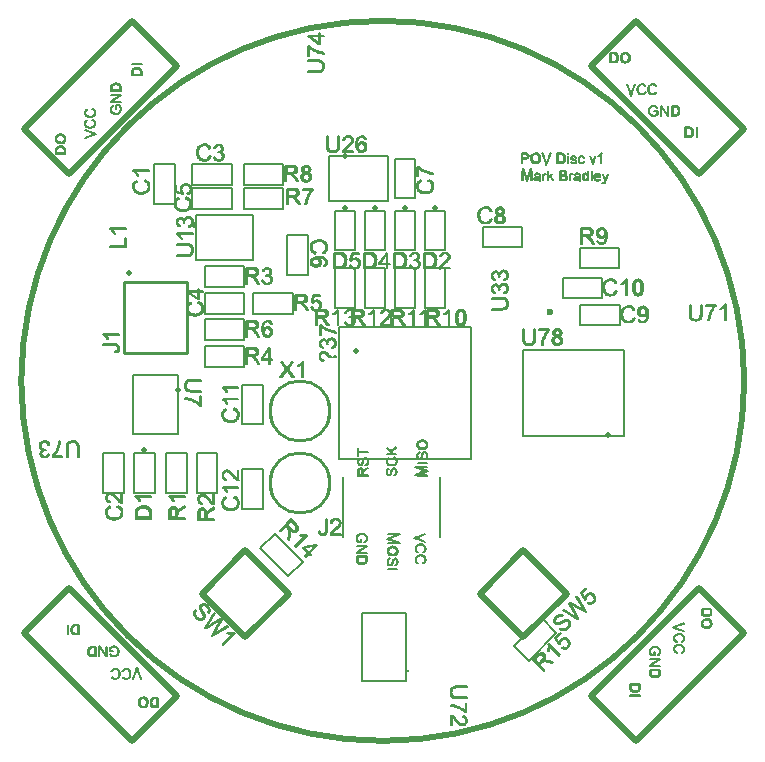
<source format=gto>
%FSLAX33Y33*%
%MOMM*%
%ADD10C,0.508*%
%ADD11C,0.15*%
%ADD12C,0.2032*%
%ADD13C,0.5*%
%ADD14C,0.5*%
%ADD15C,0.6*%
%ADD16C,0.5*%
%ADD17C,5.334X4.826*%
%ADD18C,5.334X4.826*%
%ADD19C,0.25*%
%ADD20C,0.5*%
%ADD21C,0.32*%
%ADD22C,0.5*%
D10*
%LNpath-1*%
G01*
X-21336Y-30480D02*
X-17526Y-26670D01*
X-26670Y-17526*
X-30480Y-21336*
X-21336Y-30480*
%LNpath-2*%
G75*
G03*
X-30734Y0D02*
X30480Y0I30607J0125D01*
X30480Y0D02*
X-30734Y0I-30607J-0127D01*
G01*
X-30734Y0D02*
X-30734Y0D01*
%LNpath-3*%
X-30480Y21336D02*
X-26670Y17526D01*
X-17526Y26670*
X-21336Y30480*
X-30480Y21336*
%LNpath-4*%
X30480Y-21336D02*
X26670Y-17526D01*
X17526Y-26670*
X21336Y-30480*
X30480Y-21336*
%LNpath-5*%
X21336Y30480D02*
X17526Y26670D01*
X26670Y17526*
X30480Y21336*
X21336Y30480*
X21336Y30480*
%LNpath-1*%
X-21336Y-30480D02*
X-17526Y-26670D01*
X-26670Y-17526*
X-30480Y-21336*
X-21336Y-30480*
%LNpath-2*%
G03*
X-30734Y0D02*
X30480Y0I30607J0125D01*
X30480Y0D02*
X-30734Y0I-30607J-0127D01*
G01*
X-30734Y0D02*
X-30734Y0D01*
%LNpath-3*%
X-30480Y21336D02*
X-26670Y17526D01*
X-17526Y26670*
X-21336Y30480*
X-30480Y21336*
%LNpath-4*%
X30480Y-21336D02*
X26670Y-17526D01*
X17526Y-26670*
X21336Y-30480*
X30480Y-21336*
%LNpath-5*%
X21336Y30480D02*
X17526Y26670D01*
X26670Y17526*
X30480Y21336*
X21336Y30480*
X21336Y30480*
%LNtop silkscreen_traces*%
%LNtop silkscreen component beb80eaad782ebe9*%
D11*
X-8557Y14581D02*
X-11899Y14581D01*
X-8557Y14581D02*
X-8557Y16331D01*
X-11899Y16331*
X-11899Y14581*
D12*
X-8257Y14930D02*
X-8257Y16260D01*
X-7674Y16260*
X-7586Y16257*
X-7511Y16251*
X-7450Y16239*
X-7401Y16225*
X-7361Y16205*
X-7326Y16180*
X-7294Y16148*
X-7266Y16109*
X-7244Y16065*
X-7227Y16019*
X-7217Y15971*
X-7214Y15921*
X-7220Y15856*
X-7236Y15798*
X-7262Y15746*
X-7299Y15699*
X-7347Y15658*
X-7408Y15624*
X-7483Y15598*
X-7721Y15552*
X-7556Y15468*
X-7527Y15451*
X-7504Y15436*
X-7486Y15421*
X-7448Y15384*
X-7411Y15341*
X-7374Y15293*
X-7337Y15241*
X-7139Y14930*
X-7256Y14930*
X-7431Y15204*
X-7471Y15266*
X-7508Y15320*
X-7541Y15366*
X-7571Y15406*
X-7599Y15439*
X-7626Y15468*
X-7652Y15493*
X-7679Y15512*
X-7704Y15527*
X-7729Y15540*
X-7755Y15550*
X-7782Y15558*
X-7806Y15561*
X-7832Y15564*
X-7863Y15565*
X-7898Y15566*
X-8169Y15566*
X-8169Y14930*
X-8257Y14930*
X-8118Y15679D02*
X-8118Y15679D01*
X-7711Y15679*
X-7650Y15680*
X-7595Y15686*
X-7548Y15694*
X-7508Y15706*
X-7474Y15721*
X-7444Y15741*
X-7418Y15764*
X-7397Y15792*
X-7380Y15822*
X-7368Y15853*
X-7361Y15886*
X-7359Y15920*
X-7363Y15969*
X-7377Y16013*
X-7400Y16052*
X-7432Y16087*
X-7475Y16116*
X-7527Y16136*
X-7591Y16148*
X-7665Y16152*
X-8118Y16152*
X-8118Y15679*
X-6875Y16174D02*
X-6875Y16241D01*
X-6050Y16241*
X-6050Y16174*
X-6107Y16109*
X-6177Y16015*
X-6246Y15910*
X-6315Y15793*
X-6379Y15669*
X-6436Y15544*
X-6485Y15416*
X-6527Y15287*
X-6551Y15192*
X-6571Y15093*
X-6586Y14990*
X-6591Y14930*
X-6672Y14930*
X-6670Y14963*
X-6658Y15057*
X-6638Y15161*
X-6610Y15274*
X-6576Y15390*
X-6535Y15504*
X-6487Y15615*
X-6432Y15725*
X-6373Y15829*
X-6313Y15925*
X-6250Y16012*
X-6118Y16174*
X-6875Y16174*
%LNtop silkscreen component f220e2559b024aca*%
D13*
X11755Y-21716D02*
X8078Y-18039D01*
X11755Y-14362*
X15432Y-18039*
X11755Y-21716*
D12*
X14905Y-21032D02*
X14957Y-20970D01*
X14963Y-20975*
X15010Y-21001*
X15058Y-21021*
X15106Y-21034*
X15156Y-21040*
X15207Y-21037*
X15260Y-21026*
X15314Y-21008*
X15368Y-20984*
X15420Y-20952*
X15470Y-20915*
X15517Y-20872*
X15556Y-20830*
X15589Y-20787*
X15617Y-20743*
X15640Y-20698*
X15657Y-20653*
X15668Y-20608*
X15672Y-20563*
X15669Y-20520*
X15659Y-20480*
X15644Y-20442*
X15623Y-20407*
X15597Y-20377*
X15566Y-20350*
X15532Y-20329*
X15495Y-20315*
X15456Y-20306*
X15414Y-20305*
X15370Y-20311*
X15325Y-20323*
X15278Y-20342*
X15240Y-20361*
X15188Y-20389*
X15122Y-20428*
X15043Y-20476*
X14963Y-20523*
X14895Y-20560*
X14839Y-20587*
X14795Y-20603*
X14747Y-20615*
X14701Y-20621*
X14659Y-20621*
X14619Y-20616*
X14582Y-20604*
X14547Y-20588*
X14514Y-20566*
X14483Y-20539*
X14453Y-20504*
X14428Y-20466*
X14410Y-20424*
X14397Y-20378*
X14391Y-20330*
X14392Y-20282*
X14402Y-20231*
X14420Y-20179*
X14445Y-20126*
X14477Y-20074*
X14515Y-20024*
X14560Y-19975*
X14614Y-19926*
X14668Y-19885*
X14723Y-19851*
X14778Y-19824*
X14832Y-19806*
X14885Y-19797*
X14937Y-19795*
X14988Y-19802*
X15037Y-19816*
X15085Y-19836*
X15130Y-19864*
X15134Y-19868*
X15079Y-19932*
X15060Y-19919*
X14998Y-19890*
X14934Y-19875*
X14868Y-19874*
X14802Y-19888*
X14738Y-19917*
X14674Y-19960*
X14612Y-20016*
X14554Y-20080*
X14510Y-20142*
X14479Y-20205*
X14464Y-20267*
X14463Y-20326*
X14474Y-20380*
X14496Y-20430*
X14530Y-20472*
X14567Y-20503*
X14608Y-20524*
X14652Y-20536*
X14700Y-20538*
X14756Y-20526*
X14823Y-20499*
X14903Y-20457*
X14997Y-20401*
X15089Y-20344*
X15167Y-20299*
X15230Y-20266*
X15277Y-20245*
X15334Y-20228*
X15388Y-20218*
X15437Y-20215*
X15483Y-20221*
X15526Y-20232*
X15567Y-20251*
X15606Y-20276*
X15643Y-20308*
X15675Y-20345*
X15701Y-20386*
X15721Y-20432*
X15735Y-20481*
X15742Y-20533*
X15741Y-20586*
X15732Y-20641*
X15715Y-20697*
X15690Y-20754*
X15658Y-20809*
X15619Y-20862*
X15571Y-20914*
X15506Y-20974*
X15442Y-21024*
X15379Y-21064*
X15318Y-21093*
X15259Y-21112*
X15199Y-21122*
X15140Y-21123*
X15081Y-21115*
X15023Y-21099*
X14969Y-21075*
X14917Y-21043*
X14905Y-21032*
X16316Y-20135D02*
X15126Y-19444D01*
X15188Y-19382*
X15971Y-19870*
X16035Y-19910*
X16098Y-19950*
X16159Y-19991*
X16418Y-20170*
X16236Y-19875*
X16195Y-19806*
X16166Y-19759*
X16151Y-19733*
X15679Y-18891*
X15786Y-18784*
X16410Y-19132*
X16528Y-19200*
X16639Y-19269*
X16744Y-19338*
X17064Y-19568*
X16875Y-19280*
X16834Y-19215*
X16791Y-19146*
X16745Y-19071*
X16274Y-18295*
X16334Y-18236*
X17016Y-19434*
X16942Y-19509*
X15991Y-18970*
X15935Y-18938*
X15892Y-18914*
X15861Y-18895*
X15659Y-18772*
X15798Y-18995*
X15821Y-19033*
X15842Y-19068*
X15860Y-19101*
X16398Y-20053*
X16316Y-20135*
X17242Y-18816D02*
X17296Y-18751D01*
X17316Y-18764*
X17377Y-18791*
X17438Y-18808*
X17499Y-18811*
X17557Y-18803*
X17612Y-18784*
X17663Y-18755*
X17709Y-18716*
X17754Y-18661*
X17786Y-18599*
X17804Y-18531*
X17807Y-18459*
X17797Y-18385*
X17770Y-18314*
X17730Y-18246*
X17675Y-18183*
X17615Y-18131*
X17551Y-18093*
X17483Y-18069*
X17412Y-18060*
X17343Y-18066*
X17276Y-18087*
X17214Y-18122*
X17158Y-18170*
X17126Y-18206*
X17100Y-18244*
X17079Y-18285*
X17064Y-18328*
X17054Y-18372*
X17050Y-18415*
X17051Y-18457*
X17053Y-18467*
X16987Y-18517*
X16619Y-17978*
X17057Y-17541*
X17104Y-17588*
X16706Y-17985*
X17011Y-18442*
X17056Y-18260*
X17081Y-18200*
X17113Y-18147*
X17153Y-18100*
X17215Y-18048*
X17282Y-18011*
X17354Y-17990*
X17432Y-17982*
X17511Y-17991*
X17585Y-18015*
X17656Y-18055*
X17724Y-18113*
X17780Y-18178*
X17822Y-18247*
X17851Y-18321*
X17867Y-18399*
X17867Y-18495*
X17846Y-18584*
X17804Y-18667*
X17738Y-18747*
X17674Y-18803*
X17607Y-18843*
X17539Y-18869*
X17468Y-18880*
X17398Y-18878*
X17330Y-18861*
X17264Y-18831*
X17242Y-18816*
%LNtop silkscreen component 716399b5ec3ff10e*%
D11*
X20338Y-4713D02*
X11763Y-4713D01*
X20338Y-4713D02*
X20338Y2637D01*
X11763Y2637*
X11763Y-4713*
D12*
X12687Y4383D02*
X12775Y4383D01*
X12775Y3607*
X12772Y3507*
X12764Y3420*
X12749Y3345*
X12730Y3282*
X12704Y3229*
X12670Y3182*
X12627Y3139*
X12574Y3101*
X12513Y3070*
X12442Y3047*
X12360Y3033*
X12266Y3028*
X12175Y3033*
X12094Y3045*
X12023Y3065*
X11962Y3092*
X11909Y3126*
X11866Y3166*
X11830Y3213*
X11802Y3267*
X11780Y3332*
X11764Y3411*
X11754Y3502*
X11751Y3607*
X11751Y4383*
X11839Y4383*
X11839Y3607*
X11841Y3518*
X11848Y3439*
X11860Y3371*
X11877Y3314*
X11901Y3265*
X11933Y3221*
X11972Y3183*
X12018Y3152*
X12070Y3128*
X12126Y3111*
X12186Y3101*
X12250Y3098*
X12354Y3104*
X12445Y3124*
X12522Y3158*
X12586Y3208*
X12633Y3279*
X12664Y3369*
X12682Y3478*
X12687Y3606*
X12687Y4383*
X13133Y4297D02*
X13133Y4364D01*
X13958Y4364*
X13958Y4297*
X13901Y4232*
X13831Y4138*
X13762Y4033*
X13693Y3916*
X13629Y3792*
X13572Y3667*
X13523Y3539*
X13481Y3410*
X13457Y3315*
X13437Y3216*
X13422Y3113*
X13417Y3053*
X13336Y3053*
X13338Y3086*
X13350Y3180*
X13370Y3284*
X13398Y3397*
X13432Y3513*
X13473Y3627*
X13521Y3738*
X13576Y3848*
X13635Y3952*
X13695Y4048*
X13758Y4135*
X13890Y4297*
X13133Y4297*
X14594Y3773D02*
X14425Y3846D01*
X14387Y3869*
X14357Y3894*
X14332Y3922*
X14314Y3954*
X14300Y3989*
X14292Y4027*
X14289Y4070*
X14295Y4135*
X14313Y4194*
X14343Y4247*
X14385Y4296*
X14438Y4336*
X14499Y4365*
X14569Y4383*
X14649Y4389*
X14730Y4382*
X14801Y4364*
X14863Y4335*
X14916Y4293*
X14959Y4244*
X14990Y4190*
X15008Y4131*
X15014Y4065*
X15012Y4024*
X15004Y3987*
X14990Y3953*
X14972Y3922*
X14948Y3893*
X14918Y3868*
X14881Y3846*
X14724Y3776*
X14894Y3708*
X14942Y3680*
X14981Y3648*
X15014Y3610*
X15040Y3567*
X15058Y3520*
X15069Y3468*
X15073Y3412*
X15066Y3333*
X15044Y3262*
X15009Y3198*
X14959Y3140*
X14897Y3091*
X14826Y3057*
X14745Y3036*
X14652Y3029*
X14560Y3036*
X14479Y3057*
X14408Y3091*
X14346Y3140*
X14296Y3199*
X14260Y3264*
X14239Y3336*
X14232Y3417*
X14236Y3476*
X14247Y3529*
X14266Y3577*
X14292Y3619*
X14325Y3656*
X14365Y3686*
X14411Y3711*
X14594Y3773*
X14418Y4076D02*
X14418Y4076D01*
X14422Y4028*
X14434Y3984*
X14455Y3945*
X14483Y3910*
X14519Y3882*
X14559Y3862*
X14603Y3850*
X14653Y3846*
X14702Y3850*
X14746Y3862*
X14785Y3882*
X14820Y3910*
X14848Y3943*
X14869Y3981*
X14881Y4022*
X14885Y4066*
X14881Y4113*
X14868Y4155*
X14847Y4194*
X14818Y4229*
X14782Y4258*
X14743Y4278*
X14699Y4291*
X14651Y4295*
X14603Y4291*
X14559Y4279*
X14520Y4259*
X14484Y4231*
X14455Y4197*
X14435Y4160*
X14422Y4120*
X14418Y4076*
X14361Y3415D02*
X14361Y3415D01*
X14364Y3378*
X14370Y3341*
X14381Y3305*
X14397Y3270*
X14417Y3236*
X14441Y3207*
X14470Y3182*
X14503Y3161*
X14539Y3144*
X14576Y3132*
X14614Y3125*
X14654Y3122*
X14715Y3127*
X14769Y3142*
X14819Y3168*
X14862Y3203*
X14898Y3246*
X14924Y3295*
X14939Y3349*
X14944Y3409*
X14939Y3470*
X14923Y3525*
X14897Y3575*
X14860Y3619*
X14815Y3656*
X14765Y3681*
X14709Y3697*
X14648Y3702*
X14589Y3697*
X14535Y3682*
X14486Y3656*
X14443Y3620*
X14407Y3577*
X14382Y3528*
X14366Y3474*
X14361Y3415*
D14*
X18927Y-4613D03*
%LNtop silkscreen component c42ff391cce3d33d*%
D11*
X-15201Y5223D02*
X-11859Y5223D01*
X-15201Y5223D02*
X-15201Y3473D01*
X-11859Y3473*
X-11859Y5223*
D12*
X-11695Y3746D02*
X-11695Y5076D01*
X-11112Y5076*
X-11024Y5073*
X-10949Y5067*
X-10888Y5055*
X-10839Y5041*
X-10799Y5021*
X-10764Y4996*
X-10732Y4964*
X-10704Y4925*
X-10682Y4881*
X-10665Y4835*
X-10655Y4787*
X-10652Y4737*
X-10658Y4672*
X-10674Y4614*
X-10700Y4562*
X-10737Y4515*
X-10785Y4474*
X-10846Y4440*
X-10921Y4414*
X-11159Y4368*
X-10994Y4284*
X-10965Y4267*
X-10942Y4252*
X-10924Y4237*
X-10886Y4200*
X-10849Y4157*
X-10812Y4109*
X-10775Y4057*
X-10577Y3746*
X-10694Y3746*
X-10869Y4020*
X-10909Y4082*
X-10946Y4136*
X-10979Y4182*
X-11009Y4222*
X-11037Y4255*
X-11064Y4284*
X-11090Y4309*
X-11117Y4328*
X-11142Y4343*
X-11167Y4356*
X-11193Y4366*
X-11220Y4374*
X-11244Y4377*
X-11270Y4380*
X-11301Y4381*
X-11336Y4382*
X-11607Y4382*
X-11607Y3746*
X-11695Y3746*
X-11556Y4495D02*
X-11556Y4495D01*
X-11149Y4495*
X-11088Y4496*
X-11033Y4502*
X-10986Y4510*
X-10946Y4522*
X-10912Y4537*
X-10882Y4557*
X-10856Y4580*
X-10835Y4608*
X-10818Y4638*
X-10806Y4669*
X-10799Y4702*
X-10797Y4736*
X-10801Y4785*
X-10815Y4829*
X-10838Y4868*
X-10870Y4903*
X-10913Y4932*
X-10965Y4952*
X-11029Y4964*
X-11103Y4968*
X-11556Y4968*
X-11556Y4495*
X-9525Y4822D02*
X-9600Y4816D01*
X-9603Y4826*
X-9620Y4872*
X-9641Y4913*
X-9667Y4948*
X-9713Y4987*
X-9764Y5016*
X-9820Y5033*
X-9880Y5039*
X-9929Y5035*
X-9975Y5025*
X-10018Y5007*
X-10058Y4982*
X-10103Y4943*
X-10143Y4897*
X-10177Y4844*
X-10206Y4783*
X-10229Y4713*
X-10246Y4631*
X-10256Y4538*
X-10266Y4271*
X-10136Y4446*
X-10104Y4480*
X-10068Y4509*
X-10030Y4532*
X-9989Y4550*
X-9947Y4563*
X-9905Y4570*
X-9862Y4573*
X-9786Y4566*
X-9719Y4544*
X-9656Y4509*
X-9599Y4459*
X-9551Y4398*
X-9517Y4328*
X-9496Y4249*
X-9489Y4159*
X-9492Y4099*
X-9502Y4041*
X-9519Y3986*
X-9542Y3932*
X-9570Y3883*
X-9603Y3841*
X-9640Y3806*
X-9682Y3776*
X-9728Y3752*
X-9778Y3735*
X-9830Y3725*
X-9886Y3722*
X-9981Y3731*
X-10065Y3758*
X-10140Y3802*
X-10205Y3865*
X-10260Y3949*
X-10300Y4059*
X-10324Y4198*
X-10333Y4365*
X-10323Y4553*
X-10296Y4710*
X-10251Y4838*
X-10190Y4937*
X-10126Y5000*
X-10052Y5045*
X-9967Y5072*
X-9869Y5082*
X-9797Y5076*
X-9733Y5061*
X-9676Y5035*
X-9627Y4999*
X-9585Y4955*
X-9552Y4902*
X-9529Y4841*
X-9525Y4822*
X-10181Y4159D02*
X-10181Y4159D01*
X-10179Y4114*
X-10172Y4070*
X-10160Y4027*
X-10143Y3985*
X-10122Y3946*
X-10097Y3912*
X-10068Y3883*
X-10035Y3859*
X-10000Y3840*
X-9964Y3826*
X-9927Y3818*
X-9889Y3815*
X-9836Y3821*
X-9786Y3838*
X-9740Y3866*
X-9698Y3905*
X-9663Y3954*
X-9638Y4011*
X-9623Y4076*
X-9618Y4149*
X-9623Y4219*
X-9638Y4282*
X-9662Y4336*
X-9697Y4383*
X-9739Y4420*
X-9786Y4447*
X-9839Y4463*
X-9896Y4468*
X-9954Y4463*
X-10006Y4447*
X-10055Y4420*
X-10098Y4383*
X-10135Y4337*
X-10161Y4284*
X-10176Y4225*
X-10181Y4159*
%LNtop silkscreen component 05a1bf65de73c0c1*%
D11*
X-22041Y-6139D02*
X-22041Y-9481D01*
X-22041Y-6139D02*
X-23791Y-6139D01*
X-23791Y-9481*
X-22041Y-9481*
D12*
X-22592Y-10688D02*
X-22569Y-10599D01*
X-22515Y-10617*
X-22426Y-10661*
X-22351Y-10715*
X-22289Y-10780*
X-22241Y-10854*
X-22206Y-10936*
X-22185Y-11027*
X-22177Y-11127*
X-22183Y-11231*
X-22200Y-11324*
X-22226Y-11405*
X-22264Y-11475*
X-22311Y-11537*
X-22368Y-11591*
X-22436Y-11638*
X-22514Y-11677*
X-22600Y-11708*
X-22689Y-11731*
X-22782Y-11744*
X-22877Y-11749*
X-22981Y-11743*
X-23076Y-11728*
X-23164Y-11703*
X-23244Y-11669*
X-23317Y-11625*
X-23379Y-11574*
X-23432Y-11514*
X-23476Y-11446*
X-23511Y-11371*
X-23536Y-11293*
X-23551Y-11210*
X-23556Y-11124*
X-23550Y-11028*
X-23531Y-10941*
X-23500Y-10863*
X-23457Y-10793*
X-23402Y-10732*
X-23338Y-10680*
X-23262Y-10639*
X-23226Y-10626*
X-23206Y-10713*
X-23240Y-10726*
X-23309Y-10763*
X-23367Y-10807*
X-23414Y-10858*
X-23450Y-10917*
X-23476Y-10981*
X-23491Y-11052*
X-23496Y-11128*
X-23490Y-11213*
X-23474Y-11293*
X-23446Y-11367*
X-23407Y-11433*
X-23359Y-11490*
X-23303Y-11539*
X-23240Y-11578*
X-23170Y-11607*
X-23099Y-11628*
X-23026Y-11643*
X-22953Y-11652*
X-22879Y-11655*
X-22786Y-11651*
X-22699Y-11641*
X-22617Y-11623*
X-22541Y-11598*
X-22471Y-11565*
X-22408Y-11522*
X-22356Y-11471*
X-22313Y-11412*
X-22280Y-11348*
X-22256Y-11282*
X-22242Y-11213*
X-22238Y-11142*
X-22244Y-11058*
X-22263Y-10979*
X-22296Y-10906*
X-22341Y-10840*
X-22400Y-10782*
X-22470Y-10736*
X-22551Y-10699*
X-22592Y-10688*
X-22269Y-9499D02*
X-22202Y-9499D01*
X-22202Y-10342*
X-22179Y-10343*
X-22205Y-10340*
X-22230Y-10334*
X-22255Y-10326*
X-22299Y-10307*
X-22343Y-10283*
X-22387Y-10254*
X-22431Y-10219*
X-22477Y-10177*
X-22528Y-10126*
X-22582Y-10065*
X-22641Y-9995*
X-22733Y-9887*
X-22815Y-9797*
X-22889Y-9725*
X-22953Y-9672*
X-23014Y-9632*
X-23074Y-9603*
X-23135Y-9586*
X-23195Y-9579*
X-23255Y-9585*
X-23311Y-9602*
X-23362Y-9631*
X-23408Y-9670*
X-23446Y-9718*
X-23473Y-9773*
X-23489Y-9834*
X-23494Y-9900*
X-23489Y-9969*
X-23472Y-10032*
X-23443Y-10090*
X-23403Y-10139*
X-23352Y-10180*
X-23294Y-10208*
X-23228Y-10225*
X-23212Y-10227*
X-23219Y-10302*
X-23257Y-10296*
X-23331Y-10270*
X-23393Y-10234*
X-23444Y-10188*
X-23484Y-10131*
X-23514Y-10063*
X-23531Y-9985*
X-23538Y-9896*
X-23531Y-9806*
X-23512Y-9729*
X-23481Y-9662*
X-23437Y-9605*
X-23384Y-9559*
X-23326Y-9527*
X-23262Y-9507*
X-23190Y-9501*
X-23153Y-9503*
X-23116Y-9508*
X-23079Y-9518*
X-23042Y-9532*
X-23004Y-9550*
X-22965Y-9574*
X-22924Y-9604*
X-22881Y-9640*
X-22833Y-9685*
X-22776Y-9745*
X-22709Y-9818*
X-22634Y-9906*
X-22573Y-9978*
X-22522Y-10036*
X-22481Y-10081*
X-22450Y-10112*
X-22425Y-10136*
X-22399Y-10157*
X-22373Y-10176*
X-22269Y-10244*
X-22269Y-9499*
%LNtop silkscreen component 4296f28cb9e6f1b4*%
X9121Y6965D02*
X9121Y7052D01*
X9897Y7052*
X9997Y7049*
X10084Y7041*
X10159Y7026*
X10222Y7007*
X10275Y6981*
X10322Y6947*
X10365Y6904*
X10403Y6852*
X10434Y6790*
X10457Y6719*
X10471Y6637*
X10476Y6543*
X10471Y6453*
X10459Y6371*
X10439Y6300*
X10412Y6239*
X10378Y6186*
X10338Y6143*
X10291Y6107*
X10237Y6079*
X10172Y6057*
X10093Y6041*
X10002Y6031*
X9897Y6028*
X9121Y6028*
X9121Y6116*
X9897Y6116*
X9986Y6118*
X10065Y6125*
X10133Y6137*
X10190Y6154*
X10239Y6178*
X10283Y6210*
X10321Y6249*
X10352Y6295*
X10376Y6347*
X10393Y6403*
X10403Y6463*
X10406Y6527*
X10400Y6631*
X10380Y6722*
X10346Y6799*
X10296Y6863*
X10225Y6910*
X10135Y6941*
X10026Y6959*
X9898Y6965*
X9121Y6965*
X10167Y7408D02*
X10157Y7486D01*
X10186Y7493*
X10251Y7519*
X10308Y7552*
X10353Y7592*
X10388Y7639*
X10413Y7690*
X10428Y7745*
X10433Y7805*
X10427Y7874*
X10408Y7938*
X10376Y7997*
X10332Y8050*
X10279Y8094*
X10219Y8125*
X10153Y8144*
X10083Y8150*
X10016Y8145*
X9954Y8127*
X9897Y8097*
X9847Y8056*
X9806Y8006*
X9777Y7949*
X9759Y7886*
X9754Y7820*
X9755Y7788*
X9759Y7755*
X9766Y7720*
X9758Y7755*
X9726Y7759*
X9721Y7718*
X9722Y7727*
X9723Y7735*
X9723Y7744*
X9719Y7805*
X9706Y7864*
X9685Y7920*
X9655Y7974*
X9614Y8022*
X9562Y8058*
X9501Y8079*
X9433Y8086*
X9377Y8081*
X9325Y8066*
X9278Y8040*
X9236Y8005*
X9202Y7962*
X9177Y7913*
X9163Y7859*
X9158Y7800*
X9163Y7743*
X9177Y7688*
X9202Y7639*
X9237Y7594*
X9280Y7557*
X9333Y7527*
X9392Y7506*
X9408Y7502*
X9395Y7429*
X9369Y7435*
X9303Y7464*
X9247Y7500*
X9201Y7546*
X9164Y7598*
X9137Y7657*
X9121Y7723*
X9115Y7797*
X9118Y7848*
X9127Y7898*
X9141Y7944*
X9160Y7989*
X9184Y8030*
X9212Y8065*
X9243Y8095*
X9278Y8120*
X9316Y8139*
X9355Y8153*
X9395Y8162*
X9437Y8165*
X9475Y8162*
X9511Y8154*
X9545Y8141*
X9577Y8123*
X9608Y8100*
X9635Y8072*
X9659Y8037*
X9739Y7887*
X9792Y8059*
X9815Y8104*
X9844Y8143*
X9879Y8175*
X9920Y8201*
X9967Y8220*
X10020Y8231*
X10078Y8235*
X10159Y8227*
X10232Y8205*
X10299Y8167*
X10360Y8114*
X10411Y8049*
X10447Y7976*
X10469Y7895*
X10476Y7803*
X10470Y7722*
X10451Y7648*
X10420Y7583*
X10377Y7525*
X10324Y7476*
X10264Y7438*
X10196Y7413*
X10167Y7408*
X10167Y8520D02*
X10157Y8598D01*
X10186Y8606*
X10251Y8631*
X10308Y8664*
X10353Y8705*
X10388Y8751*
X10413Y8802*
X10428Y8858*
X10433Y8917*
X10427Y8986*
X10408Y9050*
X10376Y9110*
X10332Y9162*
X10279Y9206*
X10219Y9238*
X10153Y9256*
X10083Y9263*
X10016Y9257*
X9954Y9239*
X9897Y9210*
X9847Y9169*
X9806Y9118*
X9777Y9061*
X9759Y8999*
X9754Y8932*
X9755Y8901*
X9759Y8868*
X9766Y8832*
X9758Y8867*
X9726Y8871*
X9721Y8831*
X9722Y8839*
X9723Y8847*
X9723Y8856*
X9719Y8917*
X9706Y8976*
X9685Y9032*
X9655Y9086*
X9614Y9135*
X9562Y9171*
X9501Y9192*
X9433Y9198*
X9377Y9193*
X9325Y9178*
X9278Y9153*
X9236Y9117*
X9202Y9074*
X9177Y9025*
X9163Y8971*
X9158Y8913*
X9163Y8855*
X9177Y8801*
X9202Y8751*
X9237Y8707*
X9280Y8669*
X9333Y8639*
X9392Y8618*
X9408Y8615*
X9395Y8541*
X9369Y8548*
X9303Y8576*
X9247Y8613*
X9201Y8658*
X9164Y8711*
X9137Y8769*
X9121Y8835*
X9115Y8909*
X9118Y8961*
X9127Y9010*
X9141Y9057*
X9160Y9102*
X9184Y9142*
X9212Y9177*
X9243Y9207*
X9278Y9232*
X9316Y9252*
X9355Y9266*
X9395Y9274*
X9437Y9277*
X9475Y9274*
X9511Y9267*
X9545Y9254*
X9577Y9236*
X9608Y9212*
X9635Y9184*
X9659Y9150*
X9739Y8999*
X9792Y9171*
X9815Y9217*
X9844Y9255*
X9879Y9287*
X9920Y9313*
X9967Y9332*
X10020Y9343*
X10078Y9347*
X10159Y9340*
X10232Y9317*
X10299Y9280*
X10360Y9226*
X10411Y9161*
X10447Y9089*
X10469Y9007*
X10476Y8916*
X10470Y8834*
X10451Y8761*
X10420Y8695*
X10377Y8637*
X10324Y8588*
X10264Y8551*
X10196Y8525*
X10167Y8520*
D15*
X14074Y5802D03*
%LNtop silkscreen component aa8b2c3a0102c054*%
D11*
X-11069Y7441D02*
X-7727Y7441D01*
X-11069Y7441D02*
X-11069Y5691D01*
X-7727Y5691*
X-7727Y7441*
D12*
X-7563Y5964D02*
X-7563Y7294D01*
X-6980Y7294*
X-6892Y7291*
X-6817Y7285*
X-6756Y7273*
X-6707Y7259*
X-6667Y7239*
X-6632Y7214*
X-6600Y7182*
X-6572Y7143*
X-6550Y7099*
X-6533Y7053*
X-6523Y7005*
X-6520Y6955*
X-6526Y6890*
X-6542Y6832*
X-6568Y6780*
X-6605Y6733*
X-6653Y6692*
X-6714Y6658*
X-6789Y6632*
X-7027Y6586*
X-6862Y6502*
X-6833Y6485*
X-6810Y6470*
X-6792Y6455*
X-6754Y6418*
X-6717Y6375*
X-6680Y6327*
X-6643Y6275*
X-6445Y5964*
X-6562Y5964*
X-6737Y6238*
X-6777Y6300*
X-6814Y6354*
X-6847Y6400*
X-6877Y6440*
X-6905Y6473*
X-6932Y6502*
X-6958Y6527*
X-6985Y6546*
X-7010Y6561*
X-7035Y6574*
X-7061Y6584*
X-7088Y6592*
X-7112Y6595*
X-7138Y6598*
X-7169Y6599*
X-7204Y6600*
X-7475Y6600*
X-7475Y5964*
X-7563Y5964*
X-7424Y6713D02*
X-7424Y6713D01*
X-7017Y6713*
X-6956Y6714*
X-6901Y6720*
X-6854Y6728*
X-6814Y6740*
X-6780Y6755*
X-6750Y6775*
X-6724Y6798*
X-6703Y6826*
X-6686Y6856*
X-6674Y6887*
X-6667Y6920*
X-6665Y6954*
X-6669Y7003*
X-6683Y7047*
X-6706Y7086*
X-6738Y7121*
X-6781Y7150*
X-6833Y7170*
X-6897Y7182*
X-6971Y7186*
X-7424Y7186*
X-7424Y6713*
X-6184Y6242D02*
X-6099Y6249D01*
X-6094Y6226*
X-6071Y6164*
X-6039Y6109*
X-5999Y6063*
X-5951Y6028*
X-5900Y6002*
X-5843Y5987*
X-5783Y5982*
X-5712Y5989*
X-5646Y6010*
X-5585Y6046*
X-5531Y6094*
X-5487Y6155*
X-5455Y6223*
X-5436Y6300*
X-5430Y6383*
X-5436Y6462*
X-5454Y6535*
X-5485Y6599*
X-5529Y6656*
X-5583Y6701*
X-5644Y6733*
X-5713Y6752*
X-5786Y6758*
X-5834Y6755*
X-5880Y6747*
X-5924Y6733*
X-5965Y6713*
X-6002Y6689*
X-6036Y6661*
X-6065Y6630*
X-6071Y6623*
X-6153Y6633*
X-6032Y7274*
X-5413Y7274*
X-5413Y7208*
X-5975Y7208*
X-6083Y6669*
X-5922Y6766*
X-5862Y6791*
X-5802Y6806*
X-5740Y6811*
X-5659Y6804*
X-5586Y6783*
X-5520Y6747*
X-5460Y6697*
X-5410Y6635*
X-5374Y6565*
X-5353Y6487*
X-5345Y6398*
X-5352Y6312*
X-5371Y6234*
X-5403Y6161*
X-5447Y6095*
X-5515Y6026*
X-5592Y5978*
X-5681Y5949*
X-5784Y5940*
X-5869Y5946*
X-5944Y5964*
X-6011Y5994*
X-6069Y6036*
X-6117Y6088*
X-6154Y6148*
X-6179Y6216*
X-6184Y6242*
%LNtop silkscreen component 06c0945df6a01aad*%
X-21881Y11293D02*
X-23211Y11293D01*
X-23211Y11381*
X-21949Y11381*
X-21949Y12086*
X-21881Y12086*
X-21881Y11293*
X-21881Y12902D02*
X-21881Y12828D01*
X-23063Y12828*
X-22959Y12711*
X-22931Y12674*
X-22902Y12632*
X-22873Y12585*
X-22846Y12536*
X-22822Y12491*
X-22802Y12448*
X-22814Y12477*
X-22877Y12477*
X-22901Y12522*
X-22943Y12592*
X-22989Y12657*
X-23039Y12717*
X-23090Y12771*
X-23142Y12817*
X-23193Y12855*
X-23217Y12869*
X-23217Y12902*
X-21881Y12902*
%LNtop silkscreen component 781711039570e6ff*%
D11*
X-16251Y16331D02*
X-12909Y16331D01*
X-16251Y16331D02*
X-16251Y14581D01*
X-12909Y14581*
X-12909Y16331*
D12*
X-16768Y15436D02*
X-16745Y15525D01*
X-16691Y15507*
X-16602Y15463*
X-16527Y15409*
X-16465Y15344*
X-16417Y15270*
X-16382Y15188*
X-16361Y15097*
X-16353Y14997*
X-16359Y14893*
X-16376Y14800*
X-16402Y14719*
X-16440Y14649*
X-16487Y14587*
X-16544Y14533*
X-16612Y14486*
X-16690Y14447*
X-16776Y14416*
X-16865Y14393*
X-16958Y14380*
X-17053Y14375*
X-17157Y14381*
X-17252Y14396*
X-17340Y14421*
X-17420Y14455*
X-17493Y14499*
X-17555Y14550*
X-17608Y14610*
X-17652Y14678*
X-17687Y14753*
X-17712Y14831*
X-17727Y14914*
X-17732Y15000*
X-17726Y15096*
X-17707Y15183*
X-17676Y15261*
X-17633Y15331*
X-17578Y15392*
X-17514Y15444*
X-17438Y15485*
X-17402Y15498*
X-17382Y15411*
X-17416Y15398*
X-17485Y15361*
X-17543Y15317*
X-17590Y15266*
X-17626Y15207*
X-17652Y15143*
X-17667Y15072*
X-17672Y14996*
X-17666Y14911*
X-17650Y14831*
X-17622Y14757*
X-17583Y14691*
X-17535Y14634*
X-17479Y14585*
X-17416Y14546*
X-17346Y14517*
X-17275Y14496*
X-17202Y14481*
X-17129Y14472*
X-17055Y14469*
X-16962Y14473*
X-16875Y14483*
X-16793Y14501*
X-16717Y14526*
X-16647Y14559*
X-16584Y14602*
X-16532Y14653*
X-16489Y14712*
X-16456Y14776*
X-16432Y14842*
X-16418Y14911*
X-16414Y14982*
X-16420Y15066*
X-16439Y15145*
X-16472Y15218*
X-16517Y15284*
X-16576Y15342*
X-16646Y15388*
X-16727Y15425*
X-16768Y15436*
X-16656Y15812D02*
X-16663Y15897D01*
X-16640Y15902*
X-16578Y15925*
X-16523Y15957*
X-16477Y15997*
X-16442Y16045*
X-16416Y16096*
X-16401Y16153*
X-16396Y16213*
X-16403Y16284*
X-16424Y16350*
X-16460Y16411*
X-16508Y16465*
X-16569Y16509*
X-16637Y16541*
X-16714Y16560*
X-16797Y16566*
X-16876Y16560*
X-16949Y16542*
X-17013Y16511*
X-17070Y16467*
X-17115Y16413*
X-17147Y16352*
X-17166Y16283*
X-17172Y16210*
X-17169Y16162*
X-17161Y16116*
X-17147Y16072*
X-17127Y16031*
X-17103Y15994*
X-17075Y15960*
X-17044Y15931*
X-17037Y15925*
X-17047Y15843*
X-17688Y15964*
X-17688Y16583*
X-17622Y16583*
X-17622Y16021*
X-17083Y15913*
X-17180Y16074*
X-17205Y16134*
X-17220Y16194*
X-17225Y16256*
X-17218Y16337*
X-17197Y16410*
X-17161Y16476*
X-17111Y16536*
X-17049Y16586*
X-16979Y16622*
X-16901Y16643*
X-16812Y16651*
X-16726Y16644*
X-16648Y16625*
X-16575Y16593*
X-16509Y16549*
X-16440Y16481*
X-16392Y16404*
X-16363Y16315*
X-16354Y16212*
X-16360Y16127*
X-16378Y16052*
X-16408Y15985*
X-16450Y15927*
X-16502Y15879*
X-16562Y15842*
X-16630Y15817*
X-16656Y15812*
%LNtop silkscreen component dd12a5884f70bee7*%
D11*
X-2459Y14383D02*
X-2459Y11041D01*
X-2459Y14383D02*
X-4209Y14383D01*
X-4209Y11041*
X-2459Y11041*
D12*
X-4276Y9526D02*
X-4276Y10856D01*
X-3834Y10856*
X-3757Y10855*
X-3691Y10851*
X-3635Y10845*
X-3590Y10837*
X-3536Y10821*
X-3487Y10801*
X-3442Y10775*
X-3402Y10745*
X-3353Y10698*
X-3312Y10646*
X-3276Y10587*
X-3247Y10521*
X-3224Y10449*
X-3207Y10371*
X-3197Y10288*
X-3194Y10198*
X-3196Y10123*
X-3203Y10052*
X-3214Y9985*
X-3230Y9924*
X-3249Y9867*
X-3271Y9816*
X-3294Y9771*
X-3320Y9731*
X-3348Y9695*
X-3377Y9663*
X-3407Y9636*
X-3438Y9613*
X-3470Y9594*
X-3507Y9576*
X-3548Y9561*
X-3592Y9549*
X-3641Y9539*
X-3693Y9532*
X-3750Y9527*
X-3811Y9526*
X-4276Y9526*
X-4137Y9644D02*
X-4137Y9644D01*
X-3832Y9644*
X-3765Y9646*
X-3705Y9651*
X-3654Y9659*
X-3609Y9670*
X-3571Y9685*
X-3537Y9702*
X-3507Y9722*
X-3481Y9745*
X-3449Y9781*
X-3421Y9824*
X-3397Y9872*
X-3376Y9926*
X-3360Y9986*
X-3348Y10052*
X-3341Y10124*
X-3338Y10202*
X-3343Y10307*
X-3357Y10400*
X-3380Y10480*
X-3412Y10547*
X-3451Y10602*
X-3494Y10647*
X-3541Y10683*
X-3591Y10708*
X-3635Y10721*
X-3691Y10730*
X-3758Y10736*
X-3837Y10738*
X-4137Y10738*
X-4137Y9644*
X-2894Y9804D02*
X-2809Y9811D01*
X-2804Y9788*
X-2781Y9726*
X-2749Y9671*
X-2709Y9625*
X-2661Y9590*
X-2610Y9564*
X-2553Y9549*
X-2493Y9544*
X-2422Y9551*
X-2356Y9572*
X-2295Y9608*
X-2241Y9656*
X-2197Y9717*
X-2165Y9785*
X-2146Y9862*
X-2140Y9945*
X-2146Y10024*
X-2164Y10097*
X-2195Y10161*
X-2239Y10218*
X-2293Y10263*
X-2354Y10295*
X-2423Y10314*
X-2496Y10320*
X-2544Y10317*
X-2590Y10309*
X-2634Y10295*
X-2675Y10275*
X-2712Y10251*
X-2746Y10223*
X-2775Y10192*
X-2781Y10185*
X-2863Y10195*
X-2742Y10836*
X-2123Y10836*
X-2123Y10770*
X-2685Y10770*
X-2793Y10231*
X-2632Y10328*
X-2572Y10353*
X-2512Y10368*
X-2450Y10373*
X-2369Y10366*
X-2296Y10345*
X-2230Y10309*
X-2170Y10259*
X-2120Y10197*
X-2084Y10127*
X-2063Y10049*
X-2055Y9960*
X-2062Y9874*
X-2081Y9796*
X-2113Y9723*
X-2157Y9657*
X-2225Y9588*
X-2302Y9540*
X-2391Y9511*
X-2494Y9502*
X-2579Y9508*
X-2654Y9526*
X-2721Y9556*
X-2779Y9598*
X-2827Y9650*
X-2864Y9710*
X-2889Y9778*
X-2894Y9804*
D16*
X-3334Y14633D03*
%LNtop silkscreen component 4b4bc9244a92f48f*%
D11*
X0081Y14383D02*
X0081Y11041D01*
X0081Y14383D02*
X-1669Y14383D01*
X-1669Y11041*
X0081Y11041*
D12*
X-1736Y9526D02*
X-1736Y10856D01*
X-1294Y10856*
X-1217Y10855*
X-1151Y10851*
X-1095Y10845*
X-1050Y10837*
X-0996Y10821*
X-0947Y10801*
X-0902Y10775*
X-0862Y10745*
X-0813Y10698*
X-0772Y10646*
X-0736Y10587*
X-0707Y10521*
X-0684Y10449*
X-0667Y10371*
X-0657Y10288*
X-0654Y10198*
X-0656Y10123*
X-0663Y10052*
X-0674Y9985*
X-0690Y9924*
X-0709Y9867*
X-0731Y9816*
X-0754Y9771*
X-0780Y9731*
X-0808Y9695*
X-0837Y9663*
X-0867Y9636*
X-0898Y9613*
X-0930Y9594*
X-0967Y9576*
X-1008Y9561*
X-1052Y9549*
X-1101Y9539*
X-1153Y9532*
X-1210Y9527*
X-1271Y9526*
X-1736Y9526*
X-1597Y9644D02*
X-1597Y9644D01*
X-1292Y9644*
X-1225Y9646*
X-1165Y9651*
X-1114Y9659*
X-1069Y9670*
X-1031Y9685*
X-0997Y9702*
X-0967Y9722*
X-0941Y9745*
X-0909Y9781*
X-0881Y9824*
X-0857Y9872*
X-0836Y9926*
X-0820Y9986*
X-0808Y10052*
X-0801Y10124*
X-0798Y10202*
X-0803Y10307*
X-0817Y10400*
X-0840Y10480*
X-0872Y10547*
X-0911Y10602*
X-0954Y10647*
X-1001Y10683*
X-1051Y10708*
X-1095Y10721*
X-1151Y10730*
X-1218Y10736*
X-1297Y10738*
X-1597Y10738*
X-1597Y9644*
X0201Y9526D02*
X0201Y9869D01*
X-0421Y9869*
X-0421Y9963*
X0208Y10856*
X0275Y10856*
X0275Y9928*
X0468Y9928*
X0468Y9869*
X0275Y9869*
X0275Y9526*
X0201Y9526*
X0201Y9928D02*
X0201Y10787D01*
X-0396Y9928*
X0201Y9928*
D16*
X-0794Y14633D03*
%LNtop silkscreen component 15618ea7413358b2*%
D12*
X6969Y-26799D02*
X6969Y-26886D01*
X6193Y-26886*
X6093Y-26883*
X6006Y-26875*
X5931Y-26860*
X5868Y-26841*
X5815Y-26815*
X5768Y-26781*
X5725Y-26738*
X5687Y-26686*
X5656Y-26624*
X5633Y-26553*
X5619Y-26471*
X5614Y-26377*
X5619Y-26287*
X5631Y-26205*
X5651Y-26134*
X5678Y-26073*
X5712Y-26020*
X5752Y-25977*
X5799Y-25941*
X5853Y-25913*
X5918Y-25891*
X5997Y-25875*
X6088Y-25865*
X6193Y-25862*
X6969Y-25862*
X6969Y-25950*
X6193Y-25950*
X6104Y-25952*
X6025Y-25959*
X5957Y-25971*
X5900Y-25988*
X5851Y-26012*
X5807Y-26044*
X5769Y-26083*
X5738Y-26129*
X5714Y-26181*
X5697Y-26237*
X5687Y-26297*
X5684Y-26361*
X5690Y-26465*
X5710Y-26556*
X5744Y-26633*
X5794Y-26697*
X5865Y-26744*
X5955Y-26775*
X6064Y-26793*
X6192Y-26799*
X6969Y-26799*
X6883Y-27244D02*
X6950Y-27244D01*
X6950Y-28069*
X6883Y-28069*
X6818Y-28012*
X6724Y-27942*
X6619Y-27873*
X6502Y-27804*
X6378Y-27740*
X6253Y-27683*
X6125Y-27634*
X5996Y-27593*
X5901Y-27568*
X5802Y-27548*
X5699Y-27533*
X5639Y-27528*
X5639Y-27447*
X5672Y-27449*
X5766Y-27462*
X5870Y-27481*
X5983Y-27509*
X6099Y-27543*
X6213Y-27584*
X6324Y-27632*
X6434Y-27687*
X6538Y-27746*
X6634Y-27806*
X6721Y-27869*
X6883Y-28002*
X6883Y-27244*
X5706Y-29167D02*
X5639Y-29167D01*
X5639Y-28323*
X5616Y-28323*
X5642Y-28326*
X5667Y-28331*
X5692Y-28339*
X5736Y-28358*
X5780Y-28382*
X5824Y-28412*
X5868Y-28446*
X5914Y-28488*
X5965Y-28540*
X6019Y-28600*
X6078Y-28670*
X6170Y-28778*
X6252Y-28868*
X6326Y-28940*
X6390Y-28994*
X6451Y-29033*
X6511Y-29062*
X6572Y-29080*
X6632Y-29086*
X6692Y-29080*
X6748Y-29063*
X6799Y-29035*
X6845Y-28995*
X6883Y-28947*
X6910Y-28892*
X6926Y-28831*
X6931Y-28765*
X6926Y-28696*
X6909Y-28633*
X6880Y-28576*
X6840Y-28526*
X6789Y-28486*
X6731Y-28457*
X6665Y-28440*
X6649Y-28439*
X6656Y-28363*
X6694Y-28370*
X6768Y-28395*
X6830Y-28431*
X6881Y-28478*
X6921Y-28535*
X6951Y-28602*
X6968Y-28680*
X6975Y-28769*
X6968Y-28859*
X6949Y-28937*
X6918Y-29004*
X6874Y-29060*
X6821Y-29106*
X6763Y-29138*
X6699Y-29158*
X6627Y-29165*
X6590Y-29163*
X6553Y-29157*
X6516Y-29147*
X6479Y-29134*
X6441Y-29115*
X6402Y-29091*
X6361Y-29061*
X6318Y-29026*
X6270Y-28980*
X6213Y-28921*
X6146Y-28847*
X6071Y-28760*
X6010Y-28688*
X5959Y-28629*
X5918Y-28584*
X5887Y-28553*
X5862Y-28530*
X5836Y-28508*
X5810Y-28489*
X5706Y-28421*
X5706Y-29167*
%LNtop silkscreen component 260b264faae608ce*%
D11*
X2621Y9523D02*
X2621Y6181D01*
X2621Y9523D02*
X0871Y9523D01*
X0871Y6181*
X2621Y6181*
D12*
X0613Y4700D02*
X0613Y6030D01*
X1196Y6030*
X1284Y6027*
X1359Y6021*
X1421Y6009*
X1469Y5995*
X1509Y5975*
X1545Y5950*
X1576Y5918*
X1604Y5879*
X1627Y5835*
X1643Y5789*
X1653Y5741*
X1656Y5691*
X1650Y5626*
X1634Y5568*
X1608Y5516*
X1571Y5469*
X1523Y5428*
X1462Y5394*
X1387Y5368*
X1149Y5322*
X1315Y5238*
X1343Y5221*
X1366Y5206*
X1384Y5191*
X1422Y5154*
X1459Y5111*
X1496Y5063*
X1533Y5011*
X1731Y4700*
X1614Y4700*
X1439Y4974*
X1399Y5036*
X1362Y5090*
X1329Y5136*
X1299Y5176*
X1272Y5209*
X1244Y5238*
X1218Y5263*
X1191Y5282*
X1166Y5297*
X1141Y5310*
X1115Y5320*
X1088Y5328*
X1065Y5331*
X1038Y5334*
X1007Y5335*
X0972Y5336*
X0701Y5336*
X0701Y4700*
X0613Y4700*
X0752Y5449D02*
X0752Y5449D01*
X1159Y5449*
X1220Y5450*
X1275Y5456*
X1322Y5464*
X1362Y5476*
X1396Y5491*
X1427Y5511*
X1452Y5534*
X1473Y5562*
X1490Y5592*
X1502Y5623*
X1509Y5656*
X1511Y5690*
X1507Y5739*
X1493Y5783*
X1470Y5822*
X1438Y5857*
X1396Y5886*
X1343Y5906*
X1279Y5918*
X1205Y5922*
X0752Y5922*
X0752Y5449*
X2544Y4700D02*
X2470Y4700D01*
X2470Y5882*
X2352Y5778*
X2315Y5750*
X2274Y5721*
X2226Y5692*
X2178Y5664*
X2132Y5641*
X2089Y5621*
X2118Y5632*
X2118Y5696*
X2163Y5719*
X2233Y5761*
X2298Y5807*
X2359Y5857*
X2413Y5909*
X2459Y5960*
X2497Y6012*
X2511Y6036*
X2544Y6036*
X2544Y4700*
X3508Y4700D02*
X3433Y4700D01*
X3433Y5882*
X3316Y5778*
X3279Y5750*
X3237Y5721*
X3190Y5692*
X3142Y5664*
X3096Y5641*
X3053Y5621*
X3082Y5632*
X3082Y5696*
X3127Y5719*
X3197Y5761*
X3262Y5807*
X3323Y5857*
X3377Y5909*
X3423Y5960*
X3461Y6012*
X3474Y6036*
X3508Y6036*
X3508Y4700*
%LNtop silkscreen component f68f485a6a4fb12e*%
D11*
X-17460Y0497D02*
X-17460Y-4477D01*
X-17460Y0497D02*
X-21260Y0497D01*
X-21260Y-4477*
X-17460Y-4477*
D12*
X-15504Y-0826D02*
X-15504Y-0914D01*
X-16280Y-0914*
X-16380Y-0911*
X-16467Y-0902*
X-16542Y-0888*
X-16605Y-0869*
X-16658Y-0843*
X-16705Y-0809*
X-16748Y-0765*
X-16786Y-0713*
X-16817Y-0652*
X-16840Y-0580*
X-16854Y-0498*
X-16859Y-0405*
X-16854Y-0314*
X-16842Y-0233*
X-16822Y-0162*
X-16795Y-0100*
X-16761Y-0048*
X-16721Y-0004*
X-16674Y0032*
X-16620Y0060*
X-16555Y0081*
X-16476Y0097*
X-16385Y0107*
X-16280Y0110*
X-15504Y0110*
X-15504Y0023*
X-16280Y0023*
X-16369Y0020*
X-16448Y0014*
X-16516Y0002*
X-16573Y-0015*
X-16622Y-0040*
X-16666Y-0072*
X-16704Y-0111*
X-16735Y-0157*
X-16759Y-0208*
X-16776Y-0264*
X-16786Y-0324*
X-16789Y-0389*
X-16783Y-0493*
X-16763Y-0583*
X-16729Y-0661*
X-16679Y-0724*
X-16608Y-0771*
X-16518Y-0802*
X-16409Y-0820*
X-16281Y-0826*
X-15504Y-0826*
X-15590Y-1271D02*
X-15523Y-1271D01*
X-15523Y-2097*
X-15590Y-2097*
X-15655Y-2040*
X-15749Y-1970*
X-15854Y-1901*
X-15971Y-1832*
X-16095Y-1767*
X-16220Y-1710*
X-16348Y-1661*
X-16477Y-1620*
X-16572Y-1595*
X-16671Y-1576*
X-16774Y-1561*
X-16834Y-1555*
X-16834Y-1475*
X-16801Y-1477*
X-16707Y-1489*
X-16603Y-1509*
X-16490Y-1536*
X-16374Y-1571*
X-16260Y-1612*
X-16149Y-1660*
X-16039Y-1714*
X-15935Y-1773*
X-15839Y-1834*
X-15752Y-1896*
X-15590Y-2029*
X-15590Y-1271*
D16*
X-17460Y-0814D03*
%LNtop silkscreen component 3bd052a5f03b9332*%
D11*
X-9252Y-12946D02*
X-6889Y-15309D01*
X-9252Y-12946D02*
X-10490Y-14184D01*
X-8127Y-16547*
X-6889Y-15309*
D12*
X-8842Y-12677D02*
X-7902Y-11736D01*
X-7489Y-12149*
X-7429Y-12212*
X-7381Y-12270*
X-7345Y-12322*
X-7321Y-12367*
X-7307Y-12409*
X-7300Y-12451*
X-7300Y-12496*
X-7308Y-12543*
X-7323Y-12590*
X-7344Y-12634*
X-7371Y-12676*
X-7404Y-12714*
X-7454Y-12756*
X-7506Y-12785*
X-7562Y-12803*
X-7621Y-12811*
X-7684Y-12806*
X-7751Y-12786*
X-7823Y-12751*
X-8023Y-12616*
X-7966Y-12792*
X-7958Y-12824*
X-7952Y-12851*
X-7950Y-12874*
X-7950Y-12928*
X-7953Y-12984*
X-7961Y-13044*
X-7972Y-13107*
X-8052Y-13467*
X-8135Y-13384*
X-8064Y-13067*
X-8049Y-12995*
X-8037Y-12931*
X-8027Y-12875*
X-8021Y-12826*
X-8017Y-12782*
X-8015Y-12742*
X-8017Y-12706*
X-8022Y-12674*
X-8029Y-12645*
X-8038Y-12619*
X-8049Y-12594*
X-8063Y-12569*
X-8077Y-12549*
X-8094Y-12529*
X-8115Y-12506*
X-8139Y-12481*
X-8331Y-12289*
X-8780Y-12739*
X-8842Y-12677*
X-8215Y-12245D02*
X-8215Y-12245D01*
X-7927Y-12533*
X-7882Y-12575*
X-7840Y-12610*
X-7801Y-12638*
X-7764Y-12658*
X-7729Y-12671*
X-7694Y-12679*
X-7659Y-12680*
X-7625Y-12676*
X-7592Y-12666*
X-7561Y-12652*
X-7533Y-12634*
X-7507Y-12612*
X-7476Y-12574*
X-7455Y-12533*
X-7443Y-12489*
X-7441Y-12442*
X-7451Y-12392*
X-7474Y-12340*
X-7510Y-12286*
X-7559Y-12231*
X-7880Y-11910*
X-8215Y-12245*
X-7477Y-14042D02*
X-7530Y-13989D01*
X-6694Y-13154*
X-6850Y-13144*
X-6896Y-13138*
X-6946Y-13129*
X-7000Y-13116*
X-7054Y-13101*
X-7103Y-13086*
X-7147Y-13069*
X-7119Y-13081*
X-7074Y-13036*
X-7025Y-13052*
X-6946Y-13072*
X-6868Y-13085*
X-6790Y-13093*
X-6715Y-13094*
X-6646Y-13091*
X-6583Y-13081*
X-6556Y-13074*
X-6533Y-13097*
X-7477Y-14042*
X-6689Y-14831D02*
X-6446Y-14588D01*
X-6885Y-14149*
X-6819Y-14082*
X-5743Y-13896*
X-5696Y-13943*
X-6352Y-14599*
X-6215Y-14735*
X-6257Y-14777*
X-6394Y-14641*
X-6636Y-14883*
X-6689Y-14831*
X-6404Y-14546D02*
X-5797Y-13939D01*
X-6826Y-14125*
X-6404Y-14546*
%LNtop silkscreen component db8f1da01d8f6e47*%
X-8790Y0305D02*
X-8275Y0999D01*
X-8727Y1635*
X-8626Y1635*
X-8382Y1289*
X-8345Y1236*
X-8314Y1190*
X-8289Y1150*
X-8227Y1045*
X-8158Y1154*
X-8131Y1194*
X-8103Y1234*
X-8071Y1275*
X-7799Y1635*
X-7719Y1635*
X-8184Y1011*
X-7678Y0305*
X-7787Y0305*
X-8132Y0794*
X-8146Y0815*
X-8162Y0838*
X-8177Y0862*
X-8236Y0956*
X-8301Y0851*
X-8320Y0822*
X-8335Y0799*
X-8346Y0782*
X-8690Y0305*
X-8790Y0305*
X-6872Y0305D02*
X-6946Y0305D01*
X-6946Y1487*
X-7063Y1383*
X-7100Y1355*
X-7142Y1326*
X-7189Y1297*
X-7238Y1269*
X-7283Y1246*
X-7326Y1226*
X-7297Y1237*
X-7297Y1301*
X-7252Y1324*
X-7182Y1366*
X-7117Y1412*
X-7057Y1462*
X-7003Y1514*
X-6957Y1565*
X-6919Y1617*
X-6905Y1641*
X-6872Y1641*
X-6872Y0305*
D17*
X-7112Y-8626D03*
D18*
X-7112Y-2530D03*
%LNtop silkscreen component 26f6fa9b4e3697ca*%
D12*
X-22770Y2410D02*
X-22780Y2482D01*
X-22755Y2485*
X-22686Y2498*
X-22627Y2520*
X-22579Y2551*
X-22545Y2591*
X-22520Y2636*
X-22506Y2687*
X-22502Y2741*
X-22504Y2782*
X-22512Y2821*
X-22524Y2858*
X-22542Y2892*
X-22565Y2922*
X-22592Y2948*
X-22623Y2969*
X-22657Y2984*
X-22696Y2994*
X-22741Y3001*
X-22794Y3005*
X-22853Y3006*
X-23789Y3006*
X-23789Y3094*
X-22865Y3094*
X-22783Y3091*
X-22713Y3084*
X-22654Y3071*
X-22606Y3055*
X-22567Y3034*
X-22533Y3008*
X-22504Y2976*
X-22480Y2939*
X-22460Y2896*
X-22446Y2849*
X-22437Y2798*
X-22434Y2743*
X-22441Y2662*
X-22458Y2594*
X-22487Y2538*
X-22527Y2491*
X-22578Y2455*
X-22642Y2429*
X-22720Y2413*
X-22770Y2410*
X-22459Y3994D02*
X-22459Y3920D01*
X-23641Y3920*
X-23537Y3803*
X-23509Y3766*
X-23480Y3724*
X-23451Y3677*
X-23423Y3629*
X-23400Y3583*
X-23380Y3540*
X-23391Y3569*
X-23455Y3569*
X-23478Y3614*
X-23520Y3684*
X-23566Y3749*
X-23616Y3809*
X-23668Y3863*
X-23719Y3909*
X-23771Y3947*
X-23795Y3961*
X-23795Y3994*
X-22459Y3994*
D19*
X-16710Y2348D02*
X-22010Y2348D01*
X-22010Y8348*
X-16710Y8348*
X-16710Y2348*
D20*
X-21646Y9158D03*
%LNtop silkscreen component 590d8cae9c605ff0*%
D11*
X0081Y9523D02*
X0081Y6181D01*
X0081Y9523D02*
X-1669Y9523D01*
X-1669Y6181*
X0081Y6181*
D12*
X-2763Y4700D02*
X-2763Y6030D01*
X-2180Y6030*
X-2092Y6027*
X-2018Y6021*
X-1956Y6009*
X-1907Y5995*
X-1867Y5975*
X-1832Y5950*
X-1800Y5918*
X-1772Y5879*
X-1750Y5835*
X-1733Y5789*
X-1724Y5741*
X-1720Y5691*
X-1726Y5626*
X-1742Y5568*
X-1768Y5516*
X-1805Y5469*
X-1853Y5428*
X-1914Y5394*
X-1990Y5368*
X-2227Y5322*
X-2062Y5238*
X-2034Y5221*
X-2011Y5206*
X-1992Y5191*
X-1955Y5154*
X-1917Y5111*
X-1880Y5063*
X-1844Y5011*
X-1645Y4700*
X-1763Y4700*
X-1937Y4974*
X-1977Y5036*
X-2014Y5090*
X-2047Y5136*
X-2077Y5176*
X-2105Y5209*
X-2132Y5238*
X-2159Y5263*
X-2185Y5282*
X-2210Y5297*
X-2235Y5310*
X-2261Y5320*
X-2288Y5328*
X-2312Y5331*
X-2338Y5334*
X-2369Y5335*
X-2404Y5336*
X-2675Y5336*
X-2675Y4700*
X-2763Y4700*
X-2625Y5449D02*
X-2625Y5449D01*
X-2217Y5449*
X-2156Y5450*
X-2102Y5456*
X-2054Y5464*
X-2014Y5476*
X-1980Y5491*
X-1950Y5511*
X-1924Y5534*
X-1903Y5562*
X-1886Y5592*
X-1874Y5623*
X-1867Y5656*
X-1865Y5690*
X-1869Y5739*
X-1883Y5783*
X-1906Y5822*
X-1938Y5857*
X-1981Y5886*
X-2034Y5906*
X-2097Y5918*
X-2171Y5922*
X-2625Y5922*
X-2625Y5449*
X-0833Y4700D02*
X-0907Y4700D01*
X-0907Y5882*
X-1024Y5778*
X-1061Y5750*
X-1103Y5721*
X-1150Y5692*
X-1198Y5664*
X-1244Y5641*
X-1287Y5621*
X-1258Y5632*
X-1258Y5696*
X-1213Y5719*
X-1143Y5761*
X-1078Y5807*
X-1017Y5857*
X-0964Y5909*
X-0918Y5960*
X-0879Y6012*
X-0866Y6036*
X-0833Y6036*
X-0833Y4700*
X0542Y4767D02*
X0542Y4700D01*
X-0302Y4700*
X-0303Y4677*
X-0300Y4703*
X-0294Y4728*
X-0286Y4753*
X-0267Y4797*
X-0243Y4841*
X-0214Y4885*
X-0179Y4929*
X-0137Y4975*
X-0086Y5026*
X-0025Y5080*
X0045Y5139*
X0153Y5231*
X0243Y5313*
X0315Y5387*
X0369Y5451*
X0408Y5512*
X0437Y5572*
X0455Y5633*
X0461Y5693*
X0455Y5753*
X0438Y5809*
X0410Y5860*
X0370Y5906*
X0322Y5944*
X0267Y5971*
X0206Y5987*
X0140Y5992*
X0071Y5987*
X0008Y5970*
X-0049Y5941*
X-0099Y5901*
X-0140Y5850*
X-0168Y5792*
X-0185Y5726*
X-0187Y5710*
X-0262Y5717*
X-0256Y5755*
X-0230Y5829*
X-0194Y5891*
X-0147Y5942*
X-0090Y5982*
X-0023Y6012*
X0055Y6029*
X0144Y6036*
X0234Y6029*
X0312Y6010*
X0378Y5979*
X0435Y5935*
X0481Y5882*
X0513Y5824*
X0533Y5760*
X0539Y5688*
X0538Y5651*
X0532Y5614*
X0522Y5577*
X0508Y5540*
X0490Y5502*
X0466Y5463*
X0436Y5422*
X0401Y5379*
X0355Y5331*
X0295Y5274*
X0222Y5207*
X0134Y5132*
X0062Y5071*
X0004Y5020*
X-0041Y4979*
X-0072Y4948*
X-0096Y4923*
X-0117Y4897*
X-0136Y4871*
X-0204Y4767*
X0542Y4767*
%LNtop silkscreen component e3f61c0a2c128970*%
D11*
X-10301Y-7497D02*
X-10301Y-10839D01*
X-10301Y-7497D02*
X-12051Y-7497D01*
X-12051Y-10839*
X-10301Y-10839*
D12*
X-12742Y-9886D02*
X-12719Y-9797D01*
X-12665Y-9815*
X-12576Y-9859*
X-12501Y-9913*
X-12439Y-9978*
X-12391Y-10052*
X-12356Y-10134*
X-12335Y-10225*
X-12327Y-10325*
X-12333Y-10429*
X-12350Y-10522*
X-12376Y-10603*
X-12414Y-10674*
X-12461Y-10735*
X-12518Y-10789*
X-12586Y-10836*
X-12664Y-10875*
X-12750Y-10906*
X-12839Y-10929*
X-12932Y-10942*
X-13027Y-10947*
X-13131Y-10942*
X-13226Y-10927*
X-13314Y-10902*
X-13394Y-10867*
X-13467Y-10823*
X-13529Y-10772*
X-13582Y-10712*
X-13626Y-10644*
X-13661Y-10570*
X-13686Y-10491*
X-13701Y-10408*
X-13706Y-10322*
X-13700Y-10226*
X-13681Y-10139*
X-13650Y-10061*
X-13607Y-9991*
X-13552Y-9930*
X-13488Y-9879*
X-13412Y-9837*
X-13376Y-9824*
X-13356Y-9911*
X-13390Y-9924*
X-13459Y-9961*
X-13517Y-10005*
X-13564Y-10057*
X-13600Y-10115*
X-13626Y-10180*
X-13641Y-10250*
X-13646Y-10326*
X-13640Y-10412*
X-13624Y-10491*
X-13596Y-10565*
X-13557Y-10631*
X-13509Y-10689*
X-13453Y-10737*
X-13390Y-10776*
X-13320Y-10805*
X-13249Y-10826*
X-13176Y-10841*
X-13103Y-10850*
X-13029Y-10853*
X-12936Y-10850*
X-12849Y-10839*
X-12767Y-10821*
X-12691Y-10796*
X-12621Y-10763*
X-12558Y-10721*
X-12506Y-10669*
X-12463Y-10610*
X-12430Y-10546*
X-12406Y-10480*
X-12392Y-10411*
X-12388Y-10340*
X-12394Y-10256*
X-12413Y-10177*
X-12446Y-10104*
X-12491Y-10038*
X-12550Y-9981*
X-12620Y-9934*
X-12701Y-9898*
X-12742Y-9886*
X-12352Y-8959D02*
X-12352Y-9033D01*
X-13534Y-9033*
X-13430Y-9150*
X-13402Y-9187*
X-13373Y-9229*
X-13344Y-9276*
X-13316Y-9324*
X-13293Y-9370*
X-13273Y-9413*
X-13284Y-9384*
X-13348Y-9384*
X-13371Y-9339*
X-13413Y-9269*
X-13459Y-9204*
X-13509Y-9143*
X-13561Y-9090*
X-13612Y-9044*
X-13664Y-9005*
X-13688Y-8992*
X-13688Y-8959*
X-12352Y-8959*
X-12419Y-7584D02*
X-12352Y-7584D01*
X-12352Y-8428*
X-12329Y-8429*
X-12355Y-8426*
X-12380Y-8420*
X-12405Y-8412*
X-12449Y-8393*
X-12493Y-8369*
X-12537Y-8340*
X-12581Y-8305*
X-12627Y-8263*
X-12678Y-8212*
X-12732Y-8151*
X-12791Y-8081*
X-12883Y-7973*
X-12965Y-7883*
X-13039Y-7811*
X-13103Y-7757*
X-13164Y-7718*
X-13224Y-7689*
X-13285Y-7671*
X-13345Y-7665*
X-13405Y-7671*
X-13461Y-7688*
X-13512Y-7716*
X-13558Y-7756*
X-13596Y-7804*
X-13623Y-7859*
X-13639Y-7920*
X-13644Y-7986*
X-13639Y-8055*
X-13622Y-8118*
X-13593Y-8175*
X-13553Y-8225*
X-13502Y-8266*
X-13444Y-8294*
X-13378Y-8311*
X-13362Y-8313*
X-13369Y-8388*
X-13407Y-8382*
X-13481Y-8356*
X-13543Y-8320*
X-13594Y-8273*
X-13634Y-8216*
X-13664Y-8149*
X-13681Y-8071*
X-13688Y-7982*
X-13681Y-7892*
X-13662Y-7814*
X-13631Y-7748*
X-13587Y-7691*
X-13534Y-7645*
X-13476Y-7613*
X-13412Y-7593*
X-13340Y-7587*
X-13303Y-7588*
X-13266Y-7594*
X-13229Y-7604*
X-13192Y-7618*
X-13154Y-7636*
X-13115Y-7660*
X-13074Y-7690*
X-13031Y-7725*
X-12983Y-7771*
X-12926Y-7831*
X-12859Y-7904*
X-12784Y-7992*
X-12723Y-8064*
X-12672Y-8122*
X-12631Y-8167*
X-12600Y-8198*
X-12575Y-8222*
X-12549Y-8243*
X-12523Y-8262*
X-12419Y-8330*
X-12419Y-7584*
%LNtop silkscreen component 79ca14763ce3abd8*%
D11*
X10978Y-22446D02*
X13341Y-20083D01*
X10978Y-22446D02*
X12216Y-23683D01*
X14578Y-21320*
X13341Y-20083*
D12*
X13502Y-24576D02*
X12562Y-23635D01*
X12974Y-23223*
X13038Y-23163*
X13096Y-23115*
X13147Y-23079*
X13192Y-23055*
X13234Y-23040*
X13277Y-23033*
X13322Y-23033*
X13369Y-23041*
X13416Y-23056*
X13460Y-23077*
X13501Y-23104*
X13539Y-23138*
X13581Y-23188*
X13611Y-23240*
X13629Y-23295*
X13636Y-23355*
X13631Y-23418*
X13612Y-23484*
X13577Y-23556*
X13442Y-23757*
X13618Y-23699*
X13649Y-23691*
X13677Y-23686*
X13700Y-23683*
X13753Y-23683*
X13810Y-23687*
X13870Y-23694*
X13933Y-23706*
X14293Y-23785*
X14210Y-23868*
X13892Y-23798*
X13821Y-23783*
X13757Y-23770*
X13700Y-23761*
X13651Y-23754*
X13608Y-23750*
X13568Y-23749*
X13532Y-23750*
X13500Y-23755*
X13471Y-23762*
X13445Y-23771*
X13419Y-23783*
X13394Y-23796*
X13375Y-23810*
X13354Y-23827*
X13332Y-23848*
X13306Y-23873*
X13115Y-24064*
X13565Y-24514*
X13502Y-24576*
X13071Y-23948D02*
X13071Y-23948D01*
X13359Y-23660*
X13401Y-23616*
X13436Y-23574*
X13463Y-23534*
X13483Y-23498*
X13497Y-23462*
X13504Y-23427*
X13506Y-23393*
X13501Y-23358*
X13492Y-23325*
X13478Y-23294*
X13460Y-23266*
X13437Y-23240*
X13400Y-23209*
X13359Y-23188*
X13315Y-23176*
X13267Y-23174*
X13217Y-23184*
X13165Y-23207*
X13112Y-23243*
X13056Y-23293*
X12736Y-23613*
X13071Y-23948*
X14868Y-23211D02*
X14815Y-23263D01*
X13979Y-22427*
X13970Y-22584*
X13964Y-22630*
X13955Y-22680*
X13942Y-22734*
X13927Y-22787*
X13911Y-22836*
X13895Y-22881*
X13907Y-22852*
X13862Y-22807*
X13878Y-22759*
X13897Y-22680*
X13911Y-22601*
X13918Y-22523*
X13920Y-22449*
X13916Y-22380*
X13907Y-22316*
X13899Y-22289*
X13923Y-22266*
X14868Y-23211*
X15067Y-22617D02*
X15122Y-22553D01*
X15142Y-22565*
X15202Y-22593*
X15264Y-22609*
X15325Y-22613*
X15383Y-22604*
X15438Y-22586*
X15488Y-22557*
X15534Y-22518*
X15580Y-22463*
X15612Y-22401*
X15630Y-22333*
X15633Y-22260*
X15622Y-22186*
X15596Y-22115*
X15555Y-22048*
X15501Y-21985*
X15441Y-21933*
X15377Y-21895*
X15309Y-21870*
X15238Y-21862*
X15168Y-21868*
X15102Y-21889*
X15040Y-21924*
X14984Y-21971*
X14952Y-22007*
X14925Y-22046*
X14905Y-22087*
X14889Y-22130*
X14880Y-22173*
X14876Y-22216*
X14877Y-22259*
X14878Y-22268*
X14813Y-22319*
X14445Y-21780*
X14883Y-21342*
X14930Y-21389*
X14532Y-21787*
X14837Y-22244*
X14882Y-22062*
X14906Y-22001*
X14939Y-21948*
X14979Y-21901*
X15041Y-21849*
X15108Y-21813*
X15180Y-21791*
X15258Y-21784*
X15337Y-21792*
X15411Y-21816*
X15482Y-21857*
X15550Y-21914*
X15606Y-21979*
X15648Y-22049*
X15677Y-22122*
X15692Y-22201*
X15693Y-22297*
X15672Y-22385*
X15630Y-22469*
X15564Y-22549*
X15500Y-22604*
X15433Y-22645*
X15365Y-22670*
X15294Y-22682*
X15223Y-22679*
X15155Y-22663*
X15089Y-22633*
X15067Y-22617*
%LNtop silkscreen component 9a7d5eb6b9bd6e32*%
D11*
X-19435Y-6139D02*
X-19435Y-9481D01*
X-19435Y-6139D02*
X-21185Y-6139D01*
X-21185Y-9481*
X-19435Y-9481*
D12*
X-19728Y-11694D02*
X-21058Y-11694D01*
X-21058Y-11252*
X-21057Y-11175*
X-21053Y-11109*
X-21047Y-11053*
X-21039Y-11008*
X-21023Y-10954*
X-21003Y-10905*
X-20977Y-10860*
X-20947Y-10820*
X-20900Y-10771*
X-20848Y-10730*
X-20789Y-10694*
X-20723Y-10665*
X-20651Y-10642*
X-20573Y-10625*
X-20490Y-10615*
X-20400Y-10612*
X-20325Y-10614*
X-20254Y-10621*
X-20187Y-10632*
X-20126Y-10648*
X-20069Y-10667*
X-20018Y-10689*
X-19973Y-10712*
X-19933Y-10738*
X-19897Y-10766*
X-19865Y-10795*
X-19838Y-10825*
X-19815Y-10856*
X-19796Y-10888*
X-19778Y-10925*
X-19763Y-10966*
X-19751Y-11010*
X-19741Y-11059*
X-19734Y-11111*
X-19729Y-11168*
X-19728Y-11229*
X-19728Y-11694*
X-19846Y-11555D02*
X-19846Y-11555D01*
X-19846Y-11250*
X-19848Y-11183*
X-19853Y-11123*
X-19861Y-11072*
X-19872Y-11027*
X-19887Y-10989*
X-19904Y-10955*
X-19924Y-10925*
X-19947Y-10899*
X-19983Y-10867*
X-20026Y-10839*
X-20074Y-10815*
X-20128Y-10794*
X-20188Y-10778*
X-20254Y-10766*
X-20326Y-10759*
X-20404Y-10756*
X-20509Y-10761*
X-20602Y-10775*
X-20682Y-10798*
X-20749Y-10830*
X-20804Y-10869*
X-20849Y-10912*
X-20885Y-10959*
X-20910Y-11009*
X-20923Y-11053*
X-20932Y-11109*
X-20938Y-11176*
X-20940Y-11255*
X-20940Y-11555*
X-19846Y-11555*
X-19728Y-9760D02*
X-19728Y-9835D01*
X-20910Y-9835*
X-20806Y-9952*
X-20778Y-9989*
X-20749Y-10031*
X-20720Y-10078*
X-20692Y-10126*
X-20669Y-10172*
X-20649Y-10215*
X-20660Y-10186*
X-20724Y-10186*
X-20747Y-10141*
X-20789Y-10071*
X-20835Y-10006*
X-20885Y-9945*
X-20937Y-9891*
X-20988Y-9845*
X-21040Y-9807*
X-21064Y-9794*
X-21064Y-9760*
X-19728Y-9760*
D16*
X-20310Y-5889D03*
%LNtop silkscreen component 6f361a60cfde0d04*%
D12*
X-6461Y27053D02*
X-6461Y27140D01*
X-5685Y27140*
X-5585Y27137*
X-5498Y27129*
X-5423Y27114*
X-5360Y27095*
X-5307Y27069*
X-5260Y27035*
X-5217Y26992*
X-5179Y26940*
X-5148Y26878*
X-5125Y26807*
X-5111Y26725*
X-5106Y26631*
X-5111Y26541*
X-5123Y26459*
X-5143Y26388*
X-5170Y26327*
X-5204Y26274*
X-5244Y26231*
X-5291Y26195*
X-5345Y26167*
X-5410Y26145*
X-5489Y26129*
X-5580Y26119*
X-5685Y26116*
X-6461Y26116*
X-6461Y26204*
X-5685Y26204*
X-5596Y26206*
X-5517Y26213*
X-5449Y26225*
X-5392Y26242*
X-5343Y26266*
X-5299Y26298*
X-5261Y26337*
X-5230Y26383*
X-5206Y26435*
X-5189Y26491*
X-5179Y26551*
X-5176Y26615*
X-5182Y26719*
X-5202Y26810*
X-5236Y26887*
X-5286Y26951*
X-5357Y26998*
X-5447Y27029*
X-5556Y27047*
X-5684Y27053*
X-6461Y27053*
X-6375Y27498D02*
X-6442Y27498D01*
X-6442Y28323*
X-6375Y28323*
X-6310Y28266*
X-6216Y28196*
X-6111Y28127*
X-5994Y28058*
X-5870Y27994*
X-5745Y27937*
X-5617Y27888*
X-5488Y27847*
X-5393Y27822*
X-5294Y27802*
X-5191Y27787*
X-5131Y27782*
X-5131Y27701*
X-5164Y27703*
X-5258Y27716*
X-5362Y27735*
X-5475Y27763*
X-5591Y27797*
X-5705Y27838*
X-5816Y27886*
X-5926Y27941*
X-6030Y28000*
X-6126Y28060*
X-6213Y28123*
X-6375Y28256*
X-6375Y27498*
X-5131Y29162D02*
X-5474Y29162D01*
X-5474Y28541*
X-5568Y28541*
X-6461Y29170*
X-6461Y29236*
X-5533Y29236*
X-5533Y29429*
X-5474Y29429*
X-5474Y29236*
X-5131Y29236*
X-5131Y29162*
X-5533Y29162D02*
X-6392Y29162D01*
X-5533Y28566*
X-5533Y29162*
%LNtop silkscreen component f4fabeeb908bd5ba*%
X26799Y6461D02*
X26886Y6461D01*
X26886Y5685*
X26883Y5585*
X26875Y5498*
X26860Y5423*
X26841Y5360*
X26815Y5307*
X26781Y5260*
X26738Y5217*
X26686Y5179*
X26624Y5148*
X26553Y5125*
X26471Y5111*
X26377Y5106*
X26287Y5111*
X26205Y5123*
X26134Y5143*
X26073Y5170*
X26020Y5204*
X25977Y5244*
X25941Y5291*
X25913Y5345*
X25891Y5410*
X25875Y5489*
X25865Y5580*
X25862Y5685*
X25862Y6461*
X25950Y6461*
X25950Y5685*
X25952Y5596*
X25959Y5517*
X25971Y5449*
X25988Y5392*
X26012Y5343*
X26044Y5299*
X26083Y5261*
X26129Y5230*
X26181Y5206*
X26237Y5189*
X26297Y5179*
X26361Y5176*
X26465Y5182*
X26556Y5202*
X26633Y5236*
X26697Y5286*
X26744Y5357*
X26775Y5447*
X26793Y5556*
X26799Y5684*
X26799Y6461*
X27244Y6375D02*
X27244Y6442D01*
X28069Y6442*
X28069Y6375*
X28012Y6310*
X27942Y6216*
X27873Y6111*
X27804Y5994*
X27740Y5870*
X27683Y5745*
X27634Y5617*
X27593Y5488*
X27568Y5393*
X27548Y5294*
X27533Y5191*
X27528Y5131*
X27447Y5131*
X27449Y5164*
X27462Y5258*
X27481Y5362*
X27509Y5475*
X27543Y5591*
X27584Y5705*
X27632Y5816*
X27687Y5926*
X27746Y6030*
X27806Y6126*
X27869Y6213*
X28002Y6375*
X27244Y6375*
X28905Y5131D02*
X28831Y5131D01*
X28831Y6313*
X28713Y6209*
X28677Y6181*
X28635Y6152*
X28588Y6123*
X28539Y6095*
X28493Y6072*
X28451Y6052*
X28479Y6063*
X28479Y6127*
X28525Y6150*
X28594Y6192*
X28660Y6238*
X28720Y6288*
X28774Y6340*
X28820Y6391*
X28858Y6443*
X28872Y6467*
X28905Y6467*
X28905Y5131*
%LNtop silkscreen component 6db7bdd78ee681d9*%
D11*
X1871Y-19667D02*
X-1871Y-19667D01*
X1871Y-25408D02*
X-1871Y-25408D01*
X-1871Y-19667D02*
X-1871Y-25408D01*
X1871Y-25408D02*
X1871Y-19667D01*
D21*
X2031Y-24538D03*
%LNtop silkscreen component e235e8971882a55e*%
D11*
X16617Y6441D02*
X19959Y6441D01*
X16617Y6441D02*
X16617Y4691D01*
X19959Y4691*
X19959Y6441*
D12*
X21126Y5354D02*
X21215Y5331D01*
X21197Y5277*
X21153Y5188*
X21099Y5113*
X21034Y5051*
X20960Y5003*
X20878Y4968*
X20787Y4947*
X20687Y4939*
X20583Y4945*
X20490Y4962*
X20409Y4988*
X20339Y5026*
X20277Y5073*
X20223Y5130*
X20176Y5198*
X20137Y5276*
X20106Y5362*
X20083Y5451*
X20070Y5544*
X20065Y5639*
X20071Y5743*
X20086Y5838*
X20111Y5926*
X20145Y6006*
X20189Y6079*
X20240Y6141*
X20300Y6194*
X20368Y6238*
X20443Y6273*
X20521Y6298*
X20604Y6313*
X20690Y6318*
X20786Y6312*
X20873Y6293*
X20951Y6262*
X21021Y6219*
X21082Y6164*
X21134Y6100*
X21175Y6024*
X21188Y5988*
X21101Y5968*
X21088Y6002*
X21051Y6071*
X21007Y6129*
X20956Y6176*
X20897Y6212*
X20833Y6238*
X20762Y6253*
X20686Y6258*
X20601Y6252*
X20521Y6236*
X20447Y6208*
X20381Y6169*
X20324Y6121*
X20275Y6065*
X20236Y6002*
X20207Y5932*
X20186Y5861*
X20171Y5788*
X20162Y5715*
X20159Y5641*
X20163Y5548*
X20173Y5461*
X20191Y5379*
X20216Y5303*
X20249Y5233*
X20292Y5170*
X20343Y5118*
X20402Y5075*
X20466Y5042*
X20532Y5018*
X20601Y5004*
X20672Y5000*
X20756Y5006*
X20835Y5025*
X20908Y5058*
X20974Y5103*
X21032Y5162*
X21078Y5232*
X21115Y5313*
X21126Y5354*
X21530Y5199D02*
X21598Y5205D01*
X21602Y5189*
X21623Y5135*
X21651Y5088*
X21685Y5049*
X21726Y5019*
X21772Y4998*
X21822Y4986*
X21875Y4982*
X21920Y4985*
X21964Y4993*
X22005Y5007*
X22043Y5027*
X22077Y5050*
X22108Y5077*
X22136Y5108*
X22160Y5142*
X22181Y5180*
X22200Y5224*
X22217Y5272*
X22232Y5325*
X22244Y5381*
X22253Y5437*
X22258Y5494*
X22260Y5551*
X22260Y5559*
X22259Y5568*
X22259Y5578*
X22253Y5736*
X22140Y5579*
X22111Y5548*
X22077Y5520*
X22039Y5495*
X21998Y5475*
X21956Y5461*
X21912Y5452*
X21867Y5449*
X21791Y5456*
X21722Y5478*
X21660Y5513*
X21602Y5562*
X21555Y5624*
X21521Y5694*
X21500Y5775*
X21493Y5867*
X21501Y5962*
X21522Y6046*
X21558Y6119*
X21608Y6182*
X21668Y6234*
X21735Y6270*
X21809Y6292*
X21893Y6300*
X21954Y6295*
X22012Y6283*
X22067Y6262*
X22120Y6233*
X22168Y6196*
X22210Y6152*
X22247Y6100*
X22277Y6041*
X22301Y5970*
X22318Y5883*
X22329Y5779*
X22333Y5658*
X22329Y5531*
X22318Y5419*
X22301Y5321*
X22276Y5239*
X22246Y5168*
X22209Y5108*
X22166Y5057*
X22117Y5015*
X22063Y4982*
X22004Y4959*
X21940Y4944*
X21871Y4940*
X21799Y4945*
X21735Y4960*
X21679Y4985*
X21630Y5020*
X21589Y5064*
X21557Y5117*
X21534Y5178*
X21530Y5199*
X22188Y5876D02*
X22188Y5876D01*
X22183Y5948*
X22168Y6012*
X22143Y6068*
X22108Y6116*
X22066Y6155*
X22019Y6183*
X21969Y6199*
X21914Y6205*
X21857Y6199*
X21804Y6181*
X21755Y6151*
X21710Y6109*
X21672Y6058*
X21645Y5999*
X21628Y5934*
X21623Y5861*
X21628Y5796*
X21644Y5737*
X21669Y5685*
X21705Y5639*
X21749Y5602*
X21798Y5575*
X21851Y5559*
X21909Y5554*
X21967Y5559*
X22020Y5575*
X22068Y5602*
X22110Y5639*
X22144Y5686*
X22169Y5741*
X22183Y5804*
X22188Y5876*
%LNtop silkscreen component 68a7e395ece5492c*%
D11*
X5161Y9523D02*
X5161Y6181D01*
X5161Y9523D02*
X3411Y9523D01*
X3411Y6181*
X5161Y6181*
D12*
X3587Y4700D02*
X3587Y6030D01*
X4170Y6030*
X4258Y6027*
X4332Y6021*
X4394Y6009*
X4443Y5995*
X4483Y5975*
X4518Y5950*
X4550Y5918*
X4578Y5879*
X4600Y5835*
X4617Y5789*
X4626Y5741*
X4630Y5691*
X4624Y5626*
X4608Y5568*
X4582Y5516*
X4545Y5469*
X4497Y5428*
X4436Y5394*
X4360Y5368*
X4123Y5322*
X4288Y5238*
X4316Y5221*
X4339Y5206*
X4358Y5191*
X4395Y5154*
X4433Y5111*
X4470Y5063*
X4506Y5011*
X4705Y4700*
X4587Y4700*
X4413Y4974*
X4373Y5036*
X4336Y5090*
X4303Y5136*
X4273Y5176*
X4245Y5209*
X4218Y5238*
X4191Y5263*
X4165Y5282*
X4140Y5297*
X4115Y5310*
X4089Y5320*
X4062Y5328*
X4038Y5331*
X4012Y5334*
X3981Y5335*
X3946Y5336*
X3675Y5336*
X3675Y4700*
X3587Y4700*
X3725Y5449D02*
X3725Y5449D01*
X4133Y5449*
X4194Y5450*
X4248Y5456*
X4296Y5464*
X4336Y5476*
X4370Y5491*
X4400Y5511*
X4426Y5534*
X4447Y5562*
X4464Y5592*
X4476Y5623*
X4483Y5656*
X4485Y5690*
X4481Y5739*
X4467Y5783*
X4444Y5822*
X4412Y5857*
X4369Y5886*
X4316Y5906*
X4253Y5918*
X4179Y5922*
X3725Y5922*
X3725Y5449*
X5517Y4700D02*
X5443Y4700D01*
X5443Y5882*
X5326Y5778*
X5289Y5750*
X5247Y5721*
X5200Y5692*
X5152Y5664*
X5106Y5641*
X5063Y5621*
X5092Y5632*
X5092Y5696*
X5137Y5719*
X5207Y5761*
X5272Y5807*
X5333Y5857*
X5386Y5909*
X5432Y5960*
X5471Y6012*
X5484Y6036*
X5517Y6036*
X5517Y4700*
X6069Y5356D02*
X6072Y5473D01*
X6082Y5578*
X6098Y5669*
X6119Y5748*
X6146Y5815*
X6178Y5873*
X6216Y5922*
X6258Y5963*
X6305Y5994*
X6358Y6017*
X6418Y6031*
X6486Y6036*
X6536Y6033*
X6582Y6025*
X6624Y6013*
X6664Y5995*
X6699Y5973*
X6732Y5946*
X6762Y5915*
X6788Y5878*
X6813Y5837*
X6835Y5790*
X6854Y5738*
X6871Y5681*
X6884Y5617*
X6893Y5541*
X6899Y5454*
X6901Y5355*
X6898Y5238*
X6889Y5134*
X6873Y5043*
X6852Y4964*
X6825Y4897*
X6793Y4839*
X6756Y4789*
X6713Y4749*
X6666Y4717*
X6613Y4694*
X6553Y4680*
X6486Y4676*
X6398Y4684*
X6322Y4708*
X6256Y4748*
X6200Y4804*
X6145Y4898*
X6103Y5020*
X6078Y5173*
X6069Y5356*
X6199Y5355D02*
X6199Y5355D01*
X6204Y5194*
X6220Y5061*
X6246Y4959*
X6282Y4886*
X6325Y4835*
X6374Y4798*
X6427Y4776*
X6485Y4769*
X6543Y4776*
X6597Y4798*
X6645Y4835*
X6689Y4886*
X6725Y4960*
X6751Y5062*
X6766Y5194*
X6771Y5355*
X6766Y5517*
X6751Y5649*
X6725Y5752*
X6689Y5825*
X6645Y5876*
X6596Y5912*
X6542Y5934*
X6483Y5941*
X6426Y5935*
X6374Y5915*
X6329Y5883*
X6290Y5838*
X6250Y5759*
X6222Y5652*
X6205Y5517*
X6199Y5355*
%LNtop silkscreen component e7051b2b2805eb37*%
D11*
X0871Y15463D02*
X0871Y18805D01*
X0871Y15463D02*
X2621Y15463D01*
X2621Y18805*
X0871Y18805*
D12*
X3736Y16924D02*
X3759Y17013D01*
X3813Y16995*
X3902Y16951*
X3977Y16897*
X4039Y16832*
X4087Y16758*
X4122Y16676*
X4143Y16585*
X4151Y16485*
X4145Y16381*
X4128Y16288*
X4102Y16207*
X4064Y16137*
X4017Y16075*
X3960Y16021*
X3892Y15974*
X3814Y15935*
X3728Y15904*
X3639Y15881*
X3546Y15868*
X3451Y15863*
X3347Y15869*
X3252Y15884*
X3164Y15909*
X3084Y15943*
X3011Y15987*
X2949Y16038*
X2896Y16098*
X2852Y16166*
X2817Y16241*
X2792Y16319*
X2777Y16402*
X2772Y16488*
X2778Y16584*
X2797Y16671*
X2828Y16749*
X2871Y16819*
X2926Y16880*
X2990Y16932*
X3066Y16973*
X3102Y16986*
X3122Y16899*
X3088Y16886*
X3019Y16849*
X2961Y16805*
X2914Y16754*
X2878Y16695*
X2852Y16631*
X2837Y16560*
X2832Y16484*
X2838Y16399*
X2854Y16319*
X2882Y16245*
X2921Y16179*
X2969Y16122*
X3025Y16073*
X3088Y16034*
X3158Y16005*
X3229Y15984*
X3302Y15969*
X3375Y15960*
X3449Y15957*
X3542Y15961*
X3629Y15971*
X3711Y15989*
X3787Y16014*
X3857Y16047*
X3920Y16090*
X3972Y16141*
X4015Y16200*
X4048Y16264*
X4072Y16330*
X4086Y16399*
X4090Y16470*
X4084Y16554*
X4065Y16633*
X4032Y16706*
X3987Y16772*
X3928Y16830*
X3858Y16876*
X3777Y16913*
X3736Y16924*
X2882Y17303D02*
X2815Y17303D01*
X2815Y18128*
X2882Y18128*
X2947Y18071*
X3041Y18001*
X3146Y17932*
X3263Y17863*
X3387Y17799*
X3512Y17742*
X3640Y17693*
X3769Y17651*
X3864Y17627*
X3963Y17607*
X4066Y17592*
X4126Y17587*
X4126Y17506*
X4093Y17508*
X3999Y17520*
X3895Y17540*
X3782Y17568*
X3666Y17602*
X3552Y17643*
X3441Y17691*
X3331Y17746*
X3227Y17805*
X3131Y17865*
X3044Y17928*
X2882Y18060*
X2882Y17303*
%LNtop silkscreen component ec5ab950653071ca*%
D11*
X-11899Y18363D02*
X-8557Y18363D01*
X-11899Y18363D02*
X-11899Y16613D01*
X-8557Y16613*
X-8557Y18363*
D12*
X-8393Y16886D02*
X-8393Y18216D01*
X-7810Y18216*
X-7722Y18213*
X-7647Y18207*
X-7586Y18195*
X-7537Y18181*
X-7497Y18161*
X-7462Y18136*
X-7430Y18104*
X-7402Y18065*
X-7380Y18021*
X-7363Y17975*
X-7353Y17927*
X-7350Y17877*
X-7356Y17812*
X-7372Y17754*
X-7398Y17702*
X-7435Y17655*
X-7483Y17614*
X-7544Y17580*
X-7619Y17554*
X-7857Y17508*
X-7692Y17424*
X-7663Y17407*
X-7640Y17392*
X-7622Y17377*
X-7584Y17340*
X-7547Y17297*
X-7510Y17249*
X-7473Y17197*
X-7275Y16886*
X-7392Y16886*
X-7567Y17160*
X-7607Y17222*
X-7644Y17276*
X-7677Y17322*
X-7707Y17362*
X-7735Y17395*
X-7762Y17424*
X-7788Y17449*
X-7815Y17468*
X-7840Y17483*
X-7865Y17496*
X-7891Y17506*
X-7918Y17514*
X-7942Y17517*
X-7968Y17520*
X-7999Y17521*
X-8034Y17522*
X-8305Y17522*
X-8305Y16886*
X-8393Y16886*
X-8254Y17635D02*
X-8254Y17635D01*
X-7847Y17635*
X-7786Y17636*
X-7731Y17642*
X-7684Y17650*
X-7644Y17662*
X-7610Y17677*
X-7580Y17697*
X-7554Y17720*
X-7533Y17748*
X-7516Y17778*
X-7504Y17809*
X-7497Y17842*
X-7495Y17876*
X-7499Y17925*
X-7513Y17969*
X-7536Y18008*
X-7568Y18043*
X-7611Y18072*
X-7663Y18092*
X-7727Y18104*
X-7801Y18108*
X-8254Y18108*
X-8254Y17635*
X-6662Y17606D02*
X-6831Y17679D01*
X-6869Y17702*
X-6900Y17727*
X-6924Y17755*
X-6943Y17787*
X-6956Y17822*
X-6964Y17860*
X-6967Y17903*
X-6961Y17968*
X-6943Y18027*
X-6913Y18080*
X-6871Y18129*
X-6818Y18169*
X-6758Y18198*
X-6687Y18216*
X-6607Y18222*
X-6526Y18215*
X-6455Y18197*
X-6394Y18168*
X-6340Y18126*
X-6297Y18077*
X-6266Y18023*
X-6248Y17964*
X-6242Y17898*
X-6245Y17857*
X-6253Y17820*
X-6266Y17786*
X-6285Y17755*
X-6309Y17726*
X-6339Y17701*
X-6376Y17679*
X-6533Y17609*
X-6362Y17541*
X-6315Y17513*
X-6275Y17481*
X-6242Y17443*
X-6217Y17400*
X-6198Y17353*
X-6187Y17301*
X-6183Y17245*
X-6191Y17166*
X-6212Y17095*
X-6247Y17031*
X-6297Y16973*
X-6359Y16924*
X-6430Y16890*
X-6512Y16869*
X-6604Y16862*
X-6696Y16869*
X-6778Y16890*
X-6849Y16924*
X-6910Y16973*
X-6961Y17032*
X-6996Y17097*
X-7017Y17169*
X-7025Y17250*
X-7021Y17309*
X-7009Y17362*
X-6990Y17410*
X-6964Y17452*
X-6931Y17489*
X-6892Y17519*
X-6845Y17544*
X-6662Y17606*
X-6838Y17909D02*
X-6838Y17909D01*
X-6834Y17861*
X-6822Y17817*
X-6802Y17778*
X-6773Y17743*
X-6738Y17715*
X-6698Y17695*
X-6653Y17683*
X-6603Y17679*
X-6554Y17683*
X-6511Y17695*
X-6471Y17715*
X-6436Y17743*
X-6408Y17776*
X-6388Y17814*
X-6376Y17855*
X-6372Y17899*
X-6376Y17946*
X-6388Y17988*
X-6409Y18027*
X-6438Y18062*
X-6474Y18091*
X-6514Y18111*
X-6557Y18124*
X-6605Y18128*
X-6653Y18124*
X-6697Y18112*
X-6737Y18092*
X-6772Y18064*
X-6801Y18030*
X-6822Y17993*
X-6834Y17953*
X-6838Y17909*
X-6895Y17248D02*
X-6895Y17248D01*
X-6893Y17211*
X-6886Y17174*
X-6875Y17138*
X-6859Y17103*
X-6839Y17069*
X-6815Y17040*
X-6786Y17015*
X-6753Y16994*
X-6718Y16977*
X-6680Y16965*
X-6642Y16958*
X-6602Y16955*
X-6542Y16960*
X-6487Y16975*
X-6438Y17001*
X-6394Y17036*
X-6358Y17079*
X-6332Y17128*
X-6317Y17182*
X-6312Y17242*
X-6317Y17303*
X-6333Y17358*
X-6359Y17408*
X-6396Y17452*
X-6441Y17489*
X-6492Y17514*
X-6547Y17530*
X-6608Y17535*
X-6667Y17530*
X-6721Y17515*
X-6770Y17489*
X-6813Y17453*
X-6849Y17410*
X-6875Y17361*
X-6890Y17307*
X-6895Y17248*
%LNtop silkscreen component 0e867a3c19666a82*%
D11*
X-15201Y2937D02*
X-11859Y2937D01*
X-15201Y2937D02*
X-15201Y1187D01*
X-11859Y1187*
X-11859Y2937*
D12*
X-11695Y1460D02*
X-11695Y2790D01*
X-11112Y2790*
X-11024Y2787*
X-10949Y2781*
X-10888Y2769*
X-10839Y2755*
X-10799Y2735*
X-10764Y2710*
X-10732Y2678*
X-10704Y2639*
X-10682Y2595*
X-10665Y2549*
X-10655Y2501*
X-10652Y2451*
X-10658Y2386*
X-10674Y2328*
X-10700Y2276*
X-10737Y2229*
X-10785Y2188*
X-10846Y2154*
X-10921Y2128*
X-11159Y2082*
X-10994Y1998*
X-10965Y1981*
X-10942Y1966*
X-10924Y1951*
X-10886Y1914*
X-10849Y1871*
X-10812Y1823*
X-10775Y1771*
X-10577Y1460*
X-10694Y1460*
X-10869Y1734*
X-10909Y1796*
X-10946Y1850*
X-10979Y1896*
X-11009Y1936*
X-11037Y1969*
X-11064Y1998*
X-11090Y2023*
X-11117Y2042*
X-11142Y2057*
X-11167Y2070*
X-11193Y2080*
X-11220Y2088*
X-11244Y2091*
X-11270Y2094*
X-11301Y2095*
X-11336Y2096*
X-11607Y2096*
X-11607Y1460*
X-11695Y1460*
X-11556Y2209D02*
X-11556Y2209D01*
X-11149Y2209*
X-11088Y2210*
X-11033Y2216*
X-10986Y2224*
X-10946Y2236*
X-10912Y2251*
X-10882Y2271*
X-10856Y2294*
X-10835Y2322*
X-10818Y2352*
X-10806Y2383*
X-10799Y2416*
X-10797Y2450*
X-10801Y2499*
X-10815Y2543*
X-10838Y2582*
X-10870Y2617*
X-10913Y2646*
X-10965Y2666*
X-11029Y2678*
X-11103Y2682*
X-11556Y2682*
X-11556Y2209*
X-9761Y1460D02*
X-9761Y1803D01*
X-10383Y1803*
X-10383Y1897*
X-9754Y2790*
X-9687Y2790*
X-9687Y1862*
X-9494Y1862*
X-9494Y1803*
X-9687Y1803*
X-9687Y1460*
X-9761Y1460*
X-9761Y1862D02*
X-9761Y2721D01*
X-10358Y1862*
X-9761Y1862*
%LNtop silkscreen component 162f7d07dea3da75*%
D11*
X15127Y8721D02*
X18469Y8721D01*
X15127Y8721D02*
X15127Y6971D01*
X18469Y6971*
X18469Y8721*
D12*
X19588Y7634D02*
X19677Y7611D01*
X19659Y7557*
X19615Y7468*
X19561Y7393*
X19496Y7331*
X19422Y7283*
X19340Y7248*
X19249Y7227*
X19149Y7219*
X19045Y7225*
X18952Y7242*
X18871Y7268*
X18800Y7306*
X18739Y7353*
X18685Y7410*
X18638Y7478*
X18599Y7556*
X18568Y7642*
X18545Y7731*
X18532Y7824*
X18527Y7919*
X18532Y8023*
X18547Y8118*
X18572Y8206*
X18607Y8286*
X18651Y8359*
X18702Y8421*
X18762Y8474*
X18830Y8518*
X18904Y8553*
X18983Y8578*
X19066Y8593*
X19152Y8598*
X19248Y8592*
X19335Y8573*
X19413Y8542*
X19483Y8499*
X19544Y8444*
X19595Y8380*
X19637Y8304*
X19650Y8268*
X19563Y8248*
X19550Y8282*
X19513Y8351*
X19469Y8409*
X19417Y8456*
X19359Y8492*
X19294Y8518*
X19224Y8533*
X19148Y8538*
X19062Y8532*
X18983Y8516*
X18909Y8488*
X18843Y8449*
X18785Y8401*
X18737Y8345*
X18698Y8282*
X18669Y8212*
X18648Y8141*
X18633Y8068*
X18624Y7995*
X18621Y7921*
X18624Y7828*
X18635Y7741*
X18653Y7659*
X18678Y7583*
X18711Y7513*
X18753Y7450*
X18805Y7398*
X18864Y7355*
X18928Y7322*
X18994Y7298*
X19063Y7284*
X19134Y7280*
X19218Y7286*
X19297Y7305*
X19370Y7338*
X19436Y7383*
X19493Y7442*
X19540Y7512*
X19576Y7593*
X19588Y7634*
X20515Y7244D02*
X20441Y7244D01*
X20441Y8426*
X20324Y8322*
X20287Y8294*
X20245Y8265*
X20198Y8236*
X20150Y8208*
X20104Y8185*
X20061Y8165*
X20090Y8176*
X20090Y8240*
X20135Y8263*
X20205Y8305*
X20270Y8351*
X20331Y8401*
X20384Y8453*
X20430Y8504*
X20469Y8556*
X20482Y8580*
X20515Y8580*
X20515Y7244*
X21067Y7900D02*
X21070Y8017D01*
X21080Y8122*
X21096Y8213*
X21117Y8292*
X21144Y8359*
X21176Y8417*
X21214Y8466*
X21256Y8507*
X21303Y8538*
X21356Y8561*
X21416Y8575*
X21484Y8580*
X21534Y8577*
X21580Y8569*
X21622Y8557*
X21662Y8539*
X21697Y8517*
X21730Y8490*
X21760Y8459*
X21786Y8422*
X21811Y8381*
X21833Y8334*
X21852Y8282*
X21869Y8225*
X21882Y8161*
X21891Y8085*
X21897Y7998*
X21899Y7899*
X21896Y7782*
X21887Y7678*
X21871Y7587*
X21850Y7508*
X21823Y7441*
X21791Y7383*
X21754Y7333*
X21711Y7293*
X21664Y7261*
X21611Y7238*
X21551Y7224*
X21484Y7220*
X21396Y7228*
X21320Y7252*
X21254Y7292*
X21198Y7348*
X21143Y7442*
X21101Y7564*
X21076Y7717*
X21067Y7900*
X21197Y7899D02*
X21197Y7899D01*
X21202Y7738*
X21218Y7605*
X21244Y7503*
X21280Y7430*
X21323Y7379*
X21372Y7342*
X21425Y7320*
X21483Y7313*
X21541Y7320*
X21595Y7342*
X21643Y7379*
X21687Y7430*
X21723Y7504*
X21749Y7606*
X21764Y7738*
X21769Y7899*
X21764Y8061*
X21749Y8193*
X21723Y8296*
X21687Y8369*
X21643Y8420*
X21594Y8456*
X21540Y8478*
X21481Y8485*
X21424Y8479*
X21372Y8459*
X21327Y8427*
X21288Y8382*
X21248Y8303*
X21220Y8196*
X21203Y8061*
X21197Y7899*
%LNtop silkscreen component 07ba0c5d4a7a4e02*%
D11*
X8321Y13045D02*
X11663Y13045D01*
X8321Y13045D02*
X8321Y11295D01*
X11663Y11295*
X11663Y13045*
D12*
X9020Y13736D02*
X9109Y13713D01*
X9091Y13659*
X9047Y13570*
X8993Y13495*
X8928Y13433*
X8854Y13385*
X8772Y13350*
X8681Y13329*
X8581Y13321*
X8477Y13327*
X8384Y13344*
X8303Y13370*
X8233Y13408*
X8171Y13455*
X8117Y13512*
X8070Y13580*
X8031Y13658*
X8000Y13744*
X7977Y13833*
X7964Y13926*
X7959Y14021*
X7965Y14125*
X7980Y14220*
X8005Y14308*
X8039Y14388*
X8083Y14461*
X8134Y14523*
X8194Y14576*
X8262Y14620*
X8337Y14655*
X8415Y14680*
X8498Y14695*
X8584Y14700*
X8680Y14694*
X8767Y14675*
X8845Y14644*
X8915Y14601*
X8976Y14546*
X9028Y14482*
X9069Y14406*
X9082Y14370*
X8995Y14350*
X8982Y14384*
X8945Y14453*
X8901Y14511*
X8850Y14558*
X8791Y14594*
X8727Y14620*
X8656Y14635*
X8580Y14640*
X8495Y14634*
X8415Y14618*
X8341Y14590*
X8275Y14551*
X8218Y14503*
X8169Y14447*
X8130Y14384*
X8101Y14314*
X8080Y14243*
X8065Y14170*
X8056Y14097*
X8053Y14023*
X8057Y13930*
X8067Y13843*
X8085Y13761*
X8110Y13685*
X8143Y13615*
X8186Y13552*
X8237Y13500*
X8296Y13457*
X8360Y13424*
X8426Y13400*
X8495Y13386*
X8566Y13382*
X8650Y13388*
X8729Y13407*
X8802Y13440*
X8868Y13485*
X8926Y13544*
X8972Y13614*
X9009Y13695*
X9020Y13736*
X9748Y14066D02*
X9579Y14139D01*
X9541Y14162*
X9510Y14187*
X9486Y14215*
X9467Y14247*
X9454Y14282*
X9446Y14320*
X9443Y14363*
X9449Y14428*
X9467Y14487*
X9497Y14540*
X9539Y14589*
X9592Y14629*
X9652Y14658*
X9723Y14676*
X9803Y14682*
X9884Y14675*
X9955Y14657*
X10016Y14628*
X10070Y14586*
X10113Y14537*
X10144Y14483*
X10162Y14424*
X10168Y14358*
X10165Y14317*
X10157Y14280*
X10144Y14246*
X10125Y14215*
X10101Y14186*
X10071Y14161*
X10034Y14139*
X9877Y14069*
X10048Y14001*
X10095Y13973*
X10135Y13941*
X10168Y13903*
X10193Y13860*
X10212Y13813*
X10223Y13761*
X10227Y13705*
X10219Y13626*
X10198Y13555*
X10163Y13491*
X10113Y13433*
X10051Y13384*
X9980Y13350*
X9898Y13329*
X9806Y13322*
X9714Y13329*
X9632Y13350*
X9561Y13384*
X9500Y13433*
X9449Y13492*
X9414Y13557*
X9393Y13629*
X9385Y13710*
X9389Y13769*
X9401Y13822*
X9420Y13870*
X9446Y13912*
X9479Y13949*
X9518Y13979*
X9565Y14004*
X9748Y14066*
X9572Y14369D02*
X9572Y14369D01*
X9576Y14321*
X9588Y14277*
X9608Y14238*
X9637Y14203*
X9672Y14175*
X9712Y14155*
X9757Y14143*
X9807Y14139*
X9856Y14143*
X9899Y14155*
X9939Y14175*
X9974Y14203*
X10002Y14236*
X10022Y14274*
X10034Y14315*
X10038Y14359*
X10034Y14406*
X10022Y14448*
X10001Y14487*
X9972Y14522*
X9936Y14551*
X9896Y14571*
X9853Y14584*
X9805Y14588*
X9757Y14584*
X9713Y14572*
X9673Y14552*
X9638Y14524*
X9609Y14490*
X9588Y14453*
X9576Y14413*
X9572Y14369*
X9515Y13708D02*
X9515Y13708D01*
X9517Y13671*
X9524Y13634*
X9535Y13598*
X9551Y13563*
X9571Y13529*
X9595Y13500*
X9624Y13475*
X9657Y13454*
X9692Y13437*
X9730Y13425*
X9768Y13418*
X9808Y13415*
X9868Y13420*
X9923Y13435*
X9972Y13461*
X10016Y13496*
X10052Y13539*
X10078Y13588*
X10093Y13642*
X10098Y13702*
X10093Y13763*
X10077Y13818*
X10051Y13868*
X10014Y13912*
X9969Y13949*
X9918Y13974*
X9863Y13990*
X9802Y13995*
X9743Y13990*
X9689Y13975*
X9640Y13949*
X9597Y13913*
X9561Y13870*
X9535Y13821*
X9520Y13767*
X9515Y13708*
%LNtop silkscreen component cc9f9b79252b0a74*%
D11*
X5161Y14383D02*
X5161Y11041D01*
X5161Y14383D02*
X3411Y14383D01*
X3411Y11041*
X5161Y11041*
D12*
X3344Y9526D02*
X3344Y10856D01*
X3786Y10856*
X3863Y10855*
X3929Y10851*
X3985Y10845*
X4030Y10837*
X4084Y10821*
X4133Y10801*
X4178Y10775*
X4218Y10745*
X4267Y10698*
X4308Y10646*
X4344Y10587*
X4373Y10521*
X4396Y10449*
X4413Y10371*
X4423Y10288*
X4426Y10198*
X4424Y10123*
X4417Y10052*
X4406Y9985*
X4390Y9924*
X4371Y9867*
X4349Y9816*
X4326Y9771*
X4300Y9731*
X4272Y9695*
X4243Y9663*
X4213Y9636*
X4182Y9613*
X4150Y9594*
X4113Y9576*
X4072Y9561*
X4028Y9549*
X3979Y9539*
X3927Y9532*
X3870Y9527*
X3809Y9526*
X3344Y9526*
X3483Y9644D02*
X3483Y9644D01*
X3788Y9644*
X3855Y9646*
X3915Y9651*
X3966Y9659*
X4011Y9670*
X4049Y9685*
X4083Y9702*
X4113Y9722*
X4139Y9745*
X4171Y9781*
X4199Y9824*
X4223Y9872*
X4244Y9926*
X4260Y9986*
X4272Y10052*
X4279Y10124*
X4282Y10202*
X4277Y10307*
X4263Y10400*
X4240Y10480*
X4208Y10547*
X4169Y10602*
X4126Y10647*
X4079Y10683*
X4029Y10708*
X3985Y10721*
X3929Y10730*
X3862Y10736*
X3783Y10738*
X3483Y10738*
X3483Y9644*
X5539Y9593D02*
X5539Y9526D01*
X4696Y9526*
X4695Y9503*
X4698Y9529*
X4704Y9554*
X4712Y9579*
X4731Y9623*
X4755Y9667*
X4784Y9711*
X4819Y9755*
X4861Y9801*
X4912Y9852*
X4973Y9906*
X5043Y9965*
X5151Y10057*
X5241Y10139*
X5313Y10213*
X5366Y10277*
X5406Y10338*
X5435Y10398*
X5452Y10459*
X5459Y10519*
X5453Y10579*
X5436Y10635*
X5407Y10686*
X5368Y10732*
X5320Y10770*
X5265Y10797*
X5204Y10813*
X5138Y10818*
X5069Y10813*
X5006Y10796*
X4948Y10767*
X4899Y10727*
X4858Y10676*
X4830Y10618*
X4813Y10552*
X4811Y10536*
X4736Y10543*
X4742Y10581*
X4768Y10655*
X4804Y10717*
X4850Y10768*
X4907Y10808*
X4975Y10838*
X5053Y10855*
X5142Y10862*
X5232Y10855*
X5309Y10836*
X5376Y10805*
X5433Y10761*
X5479Y10708*
X5511Y10650*
X5531Y10586*
X5537Y10514*
X5535Y10477*
X5530Y10440*
X5520Y10403*
X5506Y10366*
X5488Y10328*
X5464Y10289*
X5434Y10248*
X5398Y10205*
X5353Y10157*
X5293Y10100*
X5220Y10033*
X5132Y9958*
X5060Y9897*
X5002Y9846*
X4957Y9805*
X4926Y9774*
X4902Y9749*
X4881Y9723*
X4862Y9697*
X4794Y9593*
X5539Y9593*
D16*
X4286Y14633D03*
%LNtop silkscreen component e236cd287ee15b86*%
D11*
X-15201Y7441D02*
X-11859Y7441D01*
X-15201Y7441D02*
X-15201Y5691D01*
X-11859Y5691*
X-11859Y7441*
D12*
X-15752Y6580D02*
X-15729Y6669D01*
X-15675Y6651*
X-15586Y6607*
X-15511Y6553*
X-15449Y6488*
X-15401Y6414*
X-15366Y6332*
X-15345Y6241*
X-15337Y6141*
X-15343Y6037*
X-15360Y5944*
X-15386Y5863*
X-15424Y5793*
X-15471Y5731*
X-15528Y5677*
X-15596Y5630*
X-15674Y5591*
X-15760Y5560*
X-15849Y5537*
X-15942Y5524*
X-16037Y5519*
X-16141Y5525*
X-16236Y5540*
X-16324Y5565*
X-16404Y5599*
X-16477Y5643*
X-16539Y5694*
X-16592Y5754*
X-16636Y5822*
X-16671Y5897*
X-16696Y5975*
X-16711Y6058*
X-16716Y6144*
X-16710Y6240*
X-16691Y6327*
X-16660Y6405*
X-16617Y6475*
X-16562Y6536*
X-16498Y6588*
X-16422Y6629*
X-16386Y6642*
X-16366Y6555*
X-16400Y6542*
X-16469Y6505*
X-16527Y6461*
X-16574Y6410*
X-16610Y6351*
X-16636Y6287*
X-16651Y6216*
X-16656Y6140*
X-16650Y6055*
X-16634Y5975*
X-16606Y5901*
X-16567Y5835*
X-16519Y5778*
X-16463Y5729*
X-16400Y5690*
X-16330Y5661*
X-16259Y5640*
X-16186Y5625*
X-16113Y5616*
X-16039Y5613*
X-15946Y5617*
X-15859Y5627*
X-15777Y5645*
X-15701Y5670*
X-15631Y5703*
X-15568Y5746*
X-15516Y5797*
X-15473Y5856*
X-15440Y5920*
X-15416Y5986*
X-15402Y6055*
X-15398Y6126*
X-15404Y6210*
X-15423Y6289*
X-15456Y6362*
X-15501Y6428*
X-15560Y6486*
X-15630Y6532*
X-15711Y6569*
X-15752Y6580*
X-15362Y7511D02*
X-15705Y7511D01*
X-15705Y6889*
X-15799Y6889*
X-16692Y7518*
X-16692Y7585*
X-15764Y7585*
X-15764Y7778*
X-15705Y7778*
X-15705Y7585*
X-15362Y7585*
X-15362Y7511*
X-15764Y7511D02*
X-16623Y7511D01*
X-15764Y6914*
X-15764Y7511*
%LNtop silkscreen component 96f420afb51e076d*%
D11*
X-6491Y12317D02*
X-6491Y8975D01*
X-6491Y12317D02*
X-8241Y12317D01*
X-8241Y8975*
X-6491Y8975*
D12*
X-5800Y10856D02*
X-5823Y10767D01*
X-5877Y10785*
X-5966Y10829*
X-6041Y10883*
X-6103Y10948*
X-6151Y11022*
X-6186Y11104*
X-6207Y11195*
X-6215Y11295*
X-6209Y11399*
X-6192Y11492*
X-6166Y11573*
X-6128Y11643*
X-6081Y11705*
X-6024Y11759*
X-5956Y11806*
X-5878Y11845*
X-5792Y11876*
X-5703Y11899*
X-5610Y11912*
X-5515Y11917*
X-5411Y11911*
X-5316Y11896*
X-5228Y11871*
X-5148Y11837*
X-5075Y11793*
X-5013Y11742*
X-4960Y11682*
X-4916Y11614*
X-4881Y11539*
X-4856Y11461*
X-4841Y11378*
X-4836Y11292*
X-4842Y11196*
X-4861Y11109*
X-4892Y11031*
X-4935Y10961*
X-4990Y10900*
X-5054Y10848*
X-5130Y10807*
X-5166Y10794*
X-5186Y10881*
X-5152Y10894*
X-5083Y10931*
X-5025Y10975*
X-4978Y11026*
X-4942Y11085*
X-4916Y11149*
X-4901Y11220*
X-4896Y11296*
X-4902Y11381*
X-4918Y11461*
X-4946Y11535*
X-4985Y11601*
X-5033Y11658*
X-5089Y11707*
X-5152Y11746*
X-5222Y11775*
X-5293Y11796*
X-5366Y11811*
X-5439Y11820*
X-5513Y11823*
X-5606Y11819*
X-5693Y11809*
X-5775Y11791*
X-5851Y11766*
X-5921Y11733*
X-5984Y11690*
X-6036Y11639*
X-6079Y11580*
X-6112Y11516*
X-6136Y11450*
X-6150Y11381*
X-6154Y11310*
X-6148Y11226*
X-6129Y11147*
X-6096Y11074*
X-6051Y11008*
X-5992Y10950*
X-5922Y10904*
X-5841Y10867*
X-5800Y10856*
X-5114Y9689D02*
X-5120Y9764D01*
X-5110Y9767*
X-5064Y9784*
X-5023Y9805*
X-4988Y9831*
X-4949Y9877*
X-4920Y9928*
X-4903Y9984*
X-4897Y10044*
X-4901Y10093*
X-4911Y10139*
X-4929Y10182*
X-4954Y10222*
X-4993Y10267*
X-5039Y10307*
X-5092Y10341*
X-5153Y10370*
X-5223Y10393*
X-5305Y10410*
X-5398Y10420*
X-5665Y10430*
X-5490Y10300*
X-5456Y10268*
X-5427Y10232*
X-5404Y10194*
X-5386Y10153*
X-5373Y10111*
X-5366Y10069*
X-5363Y10026*
X-5370Y9950*
X-5392Y9883*
X-5427Y9820*
X-5477Y9763*
X-5538Y9715*
X-5608Y9681*
X-5687Y9660*
X-5777Y9653*
X-5837Y9656*
X-5895Y9666*
X-5950Y9683*
X-6004Y9706*
X-6053Y9734*
X-6095Y9767*
X-6130Y9804*
X-6160Y9846*
X-6184Y9892*
X-6201Y9942*
X-6211Y9994*
X-6214Y10050*
X-6205Y10145*
X-6178Y10229*
X-6134Y10304*
X-6071Y10369*
X-5987Y10424*
X-5877Y10464*
X-5738Y10488*
X-5571Y10497*
X-5383Y10487*
X-5226Y10460*
X-5098Y10415*
X-4999Y10354*
X-4936Y10290*
X-4891Y10216*
X-4864Y10131*
X-4854Y10033*
X-4860Y9961*
X-4875Y9897*
X-4901Y9840*
X-4937Y9791*
X-4981Y9749*
X-5034Y9716*
X-5095Y9693*
X-5114Y9689*
X-5777Y10345D02*
X-5777Y10345D01*
X-5822Y10343*
X-5866Y10336*
X-5909Y10324*
X-5951Y10307*
X-5990Y10286*
X-6024Y10261*
X-6053Y10232*
X-6077Y10199*
X-6096Y10164*
X-6110Y10128*
X-6118Y10091*
X-6121Y10053*
X-6115Y10000*
X-6098Y9950*
X-6070Y9904*
X-6031Y9862*
X-5982Y9827*
X-5925Y9802*
X-5860Y9787*
X-5787Y9782*
X-5717Y9787*
X-5654Y9802*
X-5600Y9826*
X-5553Y9861*
X-5516Y9903*
X-5489Y9950*
X-5473Y10003*
X-5468Y10060*
X-5473Y10118*
X-5489Y10170*
X-5516Y10219*
X-5553Y10262*
X-5599Y10299*
X-5652Y10325*
X-5711Y10340*
X-5777Y10345*
%LNtop silkscreen component 4bf2e97556516e23*%
D11*
X-4668Y19014D02*
X0306Y19014D01*
X-4668Y19014D02*
X-4668Y15254D01*
X0306Y15254*
X0306Y19014*
D12*
X-3901Y20716D02*
X-3813Y20716D01*
X-3813Y19940*
X-3816Y19840*
X-3825Y19753*
X-3839Y19678*
X-3859Y19615*
X-3884Y19562*
X-3919Y19515*
X-3962Y19472*
X-4014Y19434*
X-4075Y19403*
X-4147Y19380*
X-4229Y19366*
X-4322Y19361*
X-4413Y19366*
X-4494Y19378*
X-4565Y19398*
X-4627Y19425*
X-4679Y19459*
X-4723Y19499*
X-4759Y19546*
X-4787Y19600*
X-4808Y19665*
X-4824Y19744*
X-4834Y19835*
X-4838Y19940*
X-4838Y20716*
X-4750Y20716*
X-4750Y19940*
X-4748Y19851*
X-4741Y19772*
X-4729Y19704*
X-4712Y19647*
X-4687Y19598*
X-4656Y19554*
X-4616Y19516*
X-4570Y19485*
X-4519Y19461*
X-4463Y19444*
X-4403Y19434*
X-4338Y19431*
X-4235Y19437*
X-4144Y19457*
X-4066Y19491*
X-4003Y19541*
X-3956Y19612*
X-3925Y19702*
X-3907Y19811*
X-3901Y19939*
X-3901Y20716*
X-2645Y19453D02*
X-2645Y19386D01*
X-3489Y19386*
X-3489Y19363*
X-3486Y19389*
X-3481Y19414*
X-3473Y19439*
X-3454Y19483*
X-3430Y19527*
X-3400Y19571*
X-3366Y19615*
X-3324Y19661*
X-3272Y19712*
X-3212Y19766*
X-3142Y19825*
X-3034Y19917*
X-2944Y19999*
X-2872Y20073*
X-2818Y20137*
X-2779Y20198*
X-2750Y20258*
X-2732Y20319*
X-2726Y20379*
X-2732Y20439*
X-2749Y20495*
X-2777Y20546*
X-2817Y20592*
X-2865Y20630*
X-2920Y20657*
X-2981Y20673*
X-3047Y20678*
X-3115Y20673*
X-3179Y20656*
X-3236Y20627*
X-3286Y20587*
X-3326Y20536*
X-3355Y20478*
X-3372Y20412*
X-3373Y20396*
X-3449Y20403*
X-3442Y20441*
X-3417Y20515*
X-3381Y20577*
X-3334Y20628*
X-3277Y20668*
X-3210Y20698*
X-3132Y20715*
X-3043Y20722*
X-2953Y20715*
X-2875Y20696*
X-2808Y20665*
X-2751Y20621*
X-2706Y20568*
X-2673Y20510*
X-2654Y20446*
X-2647Y20374*
X-2649Y20337*
X-2655Y20300*
X-2665Y20263*
X-2678Y20226*
X-2697Y20188*
X-2721Y20149*
X-2750Y20108*
X-2786Y20065*
X-2832Y20017*
X-2891Y19960*
X-2965Y19893*
X-3052Y19818*
X-3124Y19757*
X-3183Y19706*
X-3228Y19665*
X-3259Y19634*
X-3282Y19609*
X-3303Y19583*
X-3323Y19557*
X-3390Y19453*
X-2645Y19453*
X-1555Y20462D02*
X-1631Y20456D01*
X-1633Y20466*
X-1650Y20512*
X-1672Y20553*
X-1698Y20588*
X-1743Y20627*
X-1795Y20656*
X-1851Y20673*
X-1910Y20679*
X-1959Y20675*
X-2005Y20665*
X-2048Y20647*
X-2088Y20622*
X-2134Y20583*
X-2173Y20537*
X-2207Y20484*
X-2236Y20423*
X-2259Y20353*
X-2276Y20271*
X-2286Y20178*
X-2296Y19911*
X-2166Y20086*
X-2134Y20120*
X-2099Y20149*
X-2060Y20172*
X-2019Y20190*
X-1978Y20203*
X-1935Y20210*
X-1892Y20213*
X-1817Y20206*
X-1749Y20184*
X-1686Y20149*
X-1629Y20099*
X-1581Y20038*
X-1547Y19968*
X-1526Y19889*
X-1519Y19799*
X-1523Y19739*
X-1533Y19681*
X-1549Y19626*
X-1572Y19572*
X-1600Y19523*
X-1633Y19481*
X-1671Y19446*
X-1713Y19416*
X-1759Y19392*
X-1808Y19375*
X-1860Y19365*
X-1916Y19362*
X-2011Y19371*
X-2095Y19398*
X-2170Y19442*
X-2236Y19505*
X-2290Y19589*
X-2330Y19699*
X-2355Y19838*
X-2363Y20005*
X-2354Y20193*
X-2326Y20350*
X-2281Y20478*
X-2220Y20577*
X-2156Y20640*
X-2082Y20685*
X-1997Y20712*
X-1900Y20722*
X-1827Y20716*
X-1763Y20701*
X-1707Y20675*
X-1657Y20639*
X-1615Y20595*
X-1583Y20542*
X-1559Y20481*
X-1555Y20462*
X-2212Y19799D02*
X-2212Y19799D01*
X-2209Y19754*
X-2202Y19710*
X-2190Y19667*
X-2173Y19625*
X-2152Y19586*
X-2127Y19552*
X-2098Y19523*
X-2065Y19499*
X-2030Y19480*
X-1994Y19466*
X-1957Y19458*
X-1920Y19455*
X-1866Y19461*
X-1816Y19478*
X-1770Y19506*
X-1728Y19545*
X-1693Y19594*
X-1668Y19651*
X-1653Y19716*
X-1648Y19789*
X-1653Y19859*
X-1668Y19922*
X-1693Y19976*
X-1727Y20023*
X-1769Y20060*
X-1817Y20087*
X-1869Y20103*
X-1926Y20108*
X-1984Y20103*
X-2037Y20087*
X-2085Y20060*
X-2129Y20023*
X-2165Y19977*
X-2191Y19924*
X-2206Y19865*
X-2212Y19799*
D22*
X-3334Y19034D03*
%LNtop silkscreen component 980529a8efc2a642*%
D11*
X-15946Y14079D02*
X-11114Y14079D01*
X-15946Y14079D02*
X-15946Y10229D01*
X-11114Y10229*
X-11114Y14079*
D12*
X-17559Y11491D02*
X-17559Y11579D01*
X-16783Y11579*
X-16683Y11576*
X-16596Y11567*
X-16521Y11553*
X-16458Y11534*
X-16405Y11508*
X-16358Y11474*
X-16315Y11431*
X-16277Y11378*
X-16246Y11317*
X-16223Y11246*
X-16209Y11163*
X-16204Y11070*
X-16209Y10979*
X-16221Y10898*
X-16241Y10827*
X-16268Y10765*
X-16302Y10713*
X-16342Y10669*
X-16389Y10634*
X-16443Y10606*
X-16508Y10584*
X-16587Y10568*
X-16678Y10558*
X-16783Y10555*
X-17559Y10555*
X-17559Y10643*
X-16783Y10643*
X-16694Y10645*
X-16615Y10652*
X-16547Y10663*
X-16490Y10681*
X-16441Y10705*
X-16397Y10737*
X-16359Y10776*
X-16328Y10822*
X-16304Y10873*
X-16287Y10929*
X-16277Y10990*
X-16274Y11054*
X-16280Y11158*
X-16300Y11248*
X-16334Y11326*
X-16384Y11389*
X-16455Y11436*
X-16545Y11468*
X-16654Y11485*
X-16782Y11491*
X-17559Y11491*
X-16229Y12485D02*
X-16229Y12411D01*
X-17411Y12411*
X-17307Y12294*
X-17279Y12257*
X-17250Y12215*
X-17221Y12168*
X-17193Y12119*
X-17170Y12074*
X-17150Y12031*
X-17161Y12060*
X-17225Y12060*
X-17248Y12105*
X-17290Y12175*
X-17336Y12240*
X-17386Y12300*
X-17438Y12354*
X-17489Y12400*
X-17541Y12438*
X-17565Y12452*
X-17565Y12485*
X-16229Y12485*
X-16513Y13047D02*
X-16523Y13125D01*
X-16494Y13132*
X-16429Y13158*
X-16372Y13191*
X-16327Y13231*
X-16292Y13278*
X-16267Y13329*
X-16252Y13384*
X-16247Y13444*
X-16253Y13513*
X-16272Y13577*
X-16304Y13636*
X-16348Y13689*
X-16401Y13733*
X-16461Y13764*
X-16527Y13783*
X-16597Y13789*
X-16664Y13784*
X-16726Y13766*
X-16783Y13736*
X-16833Y13695*
X-16874Y13645*
X-16903Y13588*
X-16921Y13525*
X-16926Y13459*
X-16925Y13427*
X-16921Y13394*
X-16914Y13359*
X-16922Y13394*
X-16954Y13398*
X-16959Y13357*
X-16958Y13366*
X-16957Y13374*
X-16957Y13383*
X-16961Y13444*
X-16974Y13503*
X-16995Y13559*
X-17025Y13613*
X-17066Y13661*
X-17118Y13697*
X-17179Y13718*
X-17247Y13725*
X-17303Y13720*
X-17355Y13705*
X-17402Y13679*
X-17444Y13644*
X-17478Y13601*
X-17503Y13552*
X-17517Y13498*
X-17522Y13439*
X-17517Y13382*
X-17503Y13327*
X-17478Y13278*
X-17443Y13233*
X-17400Y13196*
X-17347Y13166*
X-17288Y13145*
X-17272Y13141*
X-17285Y13068*
X-17311Y13074*
X-17377Y13103*
X-17433Y13139*
X-17479Y13184*
X-17516Y13237*
X-17543Y13296*
X-17559Y13362*
X-17565Y13436*
X-17562Y13487*
X-17553Y13537*
X-17539Y13583*
X-17520Y13628*
X-17496Y13669*
X-17468Y13704*
X-17437Y13734*
X-17402Y13759*
X-17364Y13778*
X-17325Y13792*
X-17285Y13801*
X-17243Y13804*
X-17205Y13801*
X-17169Y13793*
X-17135Y13780*
X-17103Y13762*
X-17072Y13739*
X-17045Y13711*
X-17021Y13676*
X-16941Y13526*
X-16888Y13698*
X-16865Y13743*
X-16836Y13782*
X-16801Y13814*
X-16760Y13840*
X-16713Y13859*
X-16660Y13870*
X-16602Y13874*
X-16521Y13866*
X-16448Y13844*
X-16381Y13806*
X-16320Y13753*
X-16269Y13688*
X-16233Y13615*
X-16211Y13534*
X-16204Y13442*
X-16210Y13360*
X-16229Y13287*
X-16260Y13222*
X-16303Y13164*
X-16356Y13115*
X-16416Y13077*
X-16484Y13052*
X-16513Y13047*
D13*
X-16121Y13154D03*
%LNtop silkscreen component e2bc7beb142f3684*%
D11*
X-16251Y18363D02*
X-12909Y18363D01*
X-16251Y18363D02*
X-16251Y16613D01*
X-12909Y16613*
X-12909Y18363*
D12*
X-14790Y19054D02*
X-14701Y19031D01*
X-14719Y18977*
X-14763Y18888*
X-14817Y18813*
X-14882Y18751*
X-14956Y18703*
X-15038Y18668*
X-15129Y18647*
X-15229Y18639*
X-15333Y18645*
X-15426Y18662*
X-15507Y18688*
X-15577Y18726*
X-15639Y18773*
X-15693Y18830*
X-15740Y18898*
X-15779Y18976*
X-15810Y19062*
X-15833Y19151*
X-15846Y19244*
X-15851Y19339*
X-15845Y19443*
X-15830Y19538*
X-15805Y19626*
X-15771Y19706*
X-15727Y19779*
X-15676Y19841*
X-15616Y19894*
X-15548Y19938*
X-15473Y19973*
X-15395Y19998*
X-15312Y20013*
X-15226Y20018*
X-15130Y20012*
X-15043Y19993*
X-14965Y19962*
X-14895Y19919*
X-14834Y19864*
X-14782Y19800*
X-14741Y19724*
X-14728Y19688*
X-14815Y19668*
X-14828Y19702*
X-14865Y19771*
X-14909Y19829*
X-14960Y19876*
X-15019Y19912*
X-15083Y19938*
X-15154Y19953*
X-15230Y19958*
X-15315Y19952*
X-15395Y19936*
X-15469Y19908*
X-15535Y19869*
X-15592Y19821*
X-15641Y19765*
X-15680Y19702*
X-15709Y19632*
X-15730Y19561*
X-15745Y19488*
X-15754Y19415*
X-15757Y19341*
X-15753Y19248*
X-15743Y19161*
X-15725Y19079*
X-15700Y19003*
X-15667Y18933*
X-15624Y18870*
X-15573Y18818*
X-15514Y18775*
X-15450Y18742*
X-15384Y18718*
X-15315Y18704*
X-15244Y18700*
X-15160Y18706*
X-15081Y18725*
X-15008Y18758*
X-14942Y18803*
X-14884Y18862*
X-14838Y18932*
X-14801Y19013*
X-14790Y19054*
X-14413Y18948D02*
X-14335Y18958D01*
X-14328Y18929*
X-14302Y18864*
X-14269Y18807*
X-14229Y18762*
X-14182Y18727*
X-14131Y18702*
X-14076Y18687*
X-14016Y18682*
X-13948Y18688*
X-13883Y18707*
X-13824Y18739*
X-13771Y18783*
X-13727Y18836*
X-13696Y18896*
X-13677Y18962*
X-13671Y19032*
X-13676Y19099*
X-13694Y19161*
X-13724Y19218*
X-13765Y19268*
X-13815Y19309*
X-13872Y19338*
X-13935Y19356*
X-14001Y19361*
X-14033Y19360*
X-14066Y19356*
X-14101Y19349*
X-14066Y19357*
X-14062Y19389*
X-14103Y19394*
X-14094Y19393*
X-14086Y19392*
X-14077Y19392*
X-14016Y19396*
X-13957Y19409*
X-13901Y19430*
X-13847Y19460*
X-13799Y19501*
X-13763Y19553*
X-13742Y19614*
X-13735Y19682*
X-13740Y19738*
X-13755Y19790*
X-13781Y19837*
X-13816Y19879*
X-13859Y19913*
X-13909Y19938*
X-13963Y19952*
X-14021Y19957*
X-14078Y19952*
X-14133Y19938*
X-14182Y19913*
X-14227Y19878*
X-14264Y19835*
X-14294Y19782*
X-14316Y19723*
X-14319Y19707*
X-14392Y19720*
X-14386Y19746*
X-14357Y19812*
X-14321Y19868*
X-14276Y19914*
X-14223Y19951*
X-14164Y19978*
X-14098Y19994*
X-14024Y20000*
X-13973Y19997*
X-13923Y19988*
X-13877Y19974*
X-13832Y19955*
X-13791Y19931*
X-13756Y19903*
X-13726Y19872*
X-13701Y19837*
X-13682Y19799*
X-13668Y19760*
X-13659Y19720*
X-13656Y19678*
X-13659Y19640*
X-13667Y19604*
X-13680Y19570*
X-13698Y19538*
X-13721Y19507*
X-13749Y19480*
X-13784Y19456*
X-13934Y19376*
X-13762Y19323*
X-13717Y19300*
X-13678Y19271*
X-13646Y19236*
X-13620Y19195*
X-13602Y19148*
X-13590Y19095*
X-13586Y19037*
X-13594Y18956*
X-13616Y18883*
X-13654Y18816*
X-13707Y18755*
X-13772Y18704*
X-13845Y18668*
X-13926Y18646*
X-14018Y18639*
X-14100Y18645*
X-14173Y18664*
X-14238Y18695*
X-14297Y18738*
X-14346Y18791*
X-14383Y18851*
X-14408Y18919*
X-14413Y18948*
%LNtop silkscreen component e41167a18c6b7d24*%
D11*
X-15883Y-9481D02*
X-15883Y-6139D01*
X-15883Y-9481D02*
X-14133Y-9481D01*
X-14133Y-6139*
X-15883Y-6139*
D12*
X-14406Y-11817D02*
X-15736Y-11817D01*
X-15736Y-11234*
X-15733Y-11146*
X-15727Y-11071*
X-15715Y-11010*
X-15701Y-10961*
X-15681Y-10921*
X-15656Y-10886*
X-15624Y-10854*
X-15585Y-10826*
X-15541Y-10804*
X-15495Y-10787*
X-15447Y-10777*
X-15397Y-10774*
X-15332Y-10780*
X-15274Y-10796*
X-15222Y-10822*
X-15175Y-10859*
X-15134Y-10907*
X-15100Y-10968*
X-15074Y-11043*
X-15028Y-11281*
X-14944Y-11116*
X-14927Y-11087*
X-14912Y-11064*
X-14897Y-11046*
X-14860Y-11008*
X-14817Y-10971*
X-14769Y-10934*
X-14717Y-10897*
X-14406Y-10699*
X-14406Y-10816*
X-14680Y-10991*
X-14742Y-11031*
X-14796Y-11068*
X-14842Y-11101*
X-14882Y-11131*
X-14915Y-11159*
X-14944Y-11186*
X-14969Y-11212*
X-14988Y-11239*
X-15003Y-11264*
X-15016Y-11289*
X-15026Y-11315*
X-15034Y-11342*
X-15037Y-11366*
X-15040Y-11392*
X-15041Y-11423*
X-15042Y-11458*
X-15042Y-11729*
X-14406Y-11729*
X-14406Y-11817*
X-15155Y-11678D02*
X-15155Y-11678D01*
X-15155Y-11271*
X-15156Y-11210*
X-15162Y-11155*
X-15170Y-11108*
X-15182Y-11068*
X-15197Y-11034*
X-15217Y-11004*
X-15240Y-10978*
X-15268Y-10957*
X-15298Y-10940*
X-15329Y-10928*
X-15362Y-10921*
X-15396Y-10919*
X-15445Y-10923*
X-15489Y-10937*
X-15528Y-10960*
X-15563Y-10992*
X-15592Y-11035*
X-15612Y-11087*
X-15624Y-11151*
X-15628Y-11225*
X-15628Y-11678*
X-15155Y-11678*
X-14473Y-9625D02*
X-14406Y-9625D01*
X-14406Y-10468*
X-14383Y-10469*
X-14409Y-10466*
X-14434Y-10460*
X-14459Y-10452*
X-14503Y-10433*
X-14547Y-10409*
X-14591Y-10380*
X-14635Y-10345*
X-14681Y-10303*
X-14732Y-10252*
X-14786Y-10191*
X-14845Y-10121*
X-14937Y-10013*
X-15019Y-9923*
X-15093Y-9851*
X-15157Y-9798*
X-15218Y-9758*
X-15278Y-9729*
X-15339Y-9712*
X-15399Y-9705*
X-15459Y-9711*
X-15515Y-9728*
X-15566Y-9757*
X-15612Y-9796*
X-15650Y-9844*
X-15677Y-9899*
X-15693Y-9960*
X-15698Y-10026*
X-15693Y-10095*
X-15676Y-10158*
X-15647Y-10216*
X-15607Y-10265*
X-15556Y-10306*
X-15498Y-10334*
X-15432Y-10351*
X-15416Y-10353*
X-15423Y-10428*
X-15461Y-10422*
X-15535Y-10396*
X-15597Y-10360*
X-15648Y-10314*
X-15688Y-10257*
X-15718Y-10189*
X-15735Y-10111*
X-15742Y-10022*
X-15735Y-9932*
X-15716Y-9855*
X-15685Y-9788*
X-15641Y-9731*
X-15588Y-9685*
X-15530Y-9653*
X-15466Y-9633*
X-15394Y-9627*
X-15357Y-9629*
X-15320Y-9634*
X-15283Y-9644*
X-15246Y-9658*
X-15208Y-9676*
X-15169Y-9700*
X-15128Y-9730*
X-15085Y-9766*
X-15037Y-9811*
X-14980Y-9871*
X-14913Y-9944*
X-14838Y-10032*
X-14777Y-10104*
X-14726Y-10162*
X-14685Y-10207*
X-14654Y-10238*
X-14629Y-10262*
X-14603Y-10283*
X-14577Y-10302*
X-14473Y-10370*
X-14473Y-9625*
%LNtop silkscreen component 613bc691a411fb2b*%
D11*
X19891Y9517D02*
X16549Y9517D01*
X19891Y9517D02*
X19891Y11267D01*
X16549Y11267*
X16549Y9517*
D12*
X16635Y11612D02*
X16635Y12942D01*
X17218Y12942*
X17306Y12939*
X17381Y12933*
X17442Y12921*
X17491Y12907*
X17531Y12887*
X17566Y12862*
X17598Y12830*
X17626Y12791*
X17648Y12747*
X17665Y12701*
X17675Y12653*
X17678Y12603*
X17672Y12538*
X17656Y12480*
X17630Y12428*
X17593Y12381*
X17545Y12340*
X17484Y12306*
X17409Y12280*
X17171Y12234*
X17336Y12150*
X17365Y12133*
X17388Y12118*
X17406Y12103*
X17444Y12066*
X17481Y12023*
X17518Y11975*
X17555Y11923*
X17753Y11612*
X17636Y11612*
X17461Y11886*
X17421Y11948*
X17384Y12002*
X17351Y12048*
X17321Y12088*
X17293Y12121*
X17266Y12150*
X17240Y12175*
X17213Y12194*
X17188Y12209*
X17163Y12222*
X17137Y12232*
X17110Y12240*
X17086Y12243*
X17060Y12246*
X17029Y12247*
X16994Y12248*
X16723Y12248*
X16723Y11612*
X16635Y11612*
X16774Y12361D02*
X16774Y12361D01*
X17181Y12361*
X17242Y12362*
X17297Y12368*
X17344Y12376*
X17384Y12388*
X17418Y12403*
X17448Y12423*
X17474Y12446*
X17495Y12474*
X17512Y12504*
X17524Y12535*
X17531Y12568*
X17533Y12602*
X17529Y12651*
X17515Y12695*
X17492Y12734*
X17460Y12769*
X17417Y12798*
X17365Y12818*
X17301Y12830*
X17227Y12834*
X16774Y12834*
X16774Y12361*
X18042Y11847D02*
X18110Y11853D01*
X18114Y11837*
X18135Y11783*
X18163Y11736*
X18197Y11697*
X18238Y11667*
X18284Y11646*
X18334Y11634*
X18387Y11630*
X18432Y11633*
X18476Y11641*
X18517Y11655*
X18555Y11675*
X18589Y11698*
X18620Y11725*
X18648Y11756*
X18672Y11790*
X18693Y11828*
X18712Y11872*
X18729Y11920*
X18744Y11973*
X18756Y12029*
X18765Y12085*
X18770Y12142*
X18772Y12199*
X18772Y12207*
X18771Y12216*
X18771Y12226*
X18765Y12384*
X18652Y12227*
X18623Y12196*
X18589Y12168*
X18551Y12143*
X18510Y12123*
X18468Y12109*
X18424Y12100*
X18379Y12097*
X18303Y12104*
X18234Y12126*
X18172Y12161*
X18114Y12210*
X18067Y12272*
X18033Y12342*
X18012Y12423*
X18005Y12515*
X18013Y12610*
X18034Y12694*
X18070Y12767*
X18120Y12830*
X18180Y12882*
X18247Y12918*
X18321Y12940*
X18405Y12948*
X18466Y12943*
X18524Y12931*
X18579Y12910*
X18632Y12881*
X18680Y12844*
X18722Y12800*
X18759Y12748*
X18789Y12689*
X18813Y12618*
X18830Y12531*
X18841Y12427*
X18845Y12306*
X18841Y12179*
X18830Y12067*
X18813Y11969*
X18788Y11887*
X18758Y11816*
X18721Y11756*
X18678Y11705*
X18629Y11663*
X18575Y11630*
X18516Y11607*
X18452Y11592*
X18383Y11588*
X18311Y11593*
X18247Y11608*
X18191Y11633*
X18142Y11668*
X18101Y11712*
X18069Y11765*
X18046Y11826*
X18042Y11847*
X18700Y12524D02*
X18700Y12524D01*
X18695Y12596*
X18680Y12660*
X18655Y12716*
X18620Y12764*
X18578Y12803*
X18531Y12831*
X18481Y12847*
X18426Y12853*
X18369Y12847*
X18316Y12829*
X18267Y12799*
X18222Y12757*
X18184Y12706*
X18157Y12647*
X18140Y12582*
X18135Y12509*
X18140Y12444*
X18156Y12385*
X18181Y12333*
X18217Y12287*
X18261Y12250*
X18310Y12223*
X18363Y12207*
X18421Y12202*
X18479Y12207*
X18532Y12223*
X18580Y12250*
X18622Y12287*
X18656Y12334*
X18681Y12389*
X18695Y12452*
X18700Y12524*
%LNtop silkscreen component ab0f4d277d178ad3*%
D11*
X4709Y-8170D02*
X4709Y-13210D01*
X-3481Y-8170D02*
X-3481Y-13210D01*
D12*
X-5543Y-12706D02*
X-5471Y-12696D01*
X-5469Y-12721*
X-5455Y-12791*
X-5433Y-12850*
X-5402Y-12897*
X-5362Y-12932*
X-5317Y-12956*
X-5267Y-12970*
X-5212Y-12975*
X-5171Y-12972*
X-5132Y-12965*
X-5096Y-12952*
X-5062Y-12934*
X-5031Y-12912*
X-5005Y-12885*
X-4985Y-12854*
X-4969Y-12819*
X-4959Y-12780*
X-4952Y-12735*
X-4948Y-12683*
X-4947Y-12624*
X-4947Y-11688*
X-4859Y-11688*
X-4859Y-12612*
X-4862Y-12694*
X-4870Y-12764*
X-4882Y-12823*
X-4899Y-12870*
X-4920Y-12909*
X-4946Y-12943*
X-4977Y-12972*
X-5014Y-12997*
X-5057Y-13016*
X-5104Y-13030*
X-5155Y-13039*
X-5210Y-13042*
X-5291Y-13036*
X-5359Y-13018*
X-5415Y-12989*
X-5462Y-12950*
X-5498Y-12899*
X-5525Y-12835*
X-5540Y-12756*
X-5543Y-12706*
X-3697Y-12950D02*
X-3697Y-13018D01*
X-4541Y-13018*
X-4541Y-13040*
X-4538Y-13015*
X-4533Y-12989*
X-4525Y-12964*
X-4506Y-12921*
X-4482Y-12877*
X-4452Y-12833*
X-4418Y-12789*
X-4375Y-12742*
X-4324Y-12692*
X-4264Y-12637*
X-4194Y-12578*
X-4086Y-12487*
X-3996Y-12404*
X-3924Y-12331*
X-3870Y-12266*
X-3831Y-12206*
X-3802Y-12145*
X-3784Y-12085*
X-3778Y-12025*
X-3783Y-11965*
X-3801Y-11908*
X-3829Y-11857*
X-3868Y-11811*
X-3917Y-11774*
X-3972Y-11747*
X-4033Y-11731*
X-4098Y-11726*
X-4167Y-11731*
X-4231Y-11748*
X-4288Y-11776*
X-4338Y-11817*
X-4378Y-11867*
X-4407Y-11926*
X-4424Y-11991*
X-4425Y-12008*
X-4500Y-12000*
X-4494Y-11962*
X-4469Y-11888*
X-4433Y-11826*
X-4386Y-11775*
X-4329Y-11735*
X-4262Y-11706*
X-4184Y-11688*
X-4095Y-11682*
X-4005Y-11688*
X-3927Y-11708*
X-3860Y-11739*
X-3803Y-11782*
X-3758Y-11835*
X-3725Y-11893*
X-3706Y-11957*
X-3699Y-12030*
X-3701Y-12066*
X-3707Y-12103*
X-3717Y-12140*
X-3730Y-12177*
X-3749Y-12215*
X-3772Y-12254*
X-3802Y-12296*
X-3838Y-12338*
X-3884Y-12387*
X-3943Y-12444*
X-4017Y-12510*
X-4104Y-12586*
X-4176Y-12647*
X-4235Y-12698*
X-4280Y-12738*
X-4311Y-12769*
X-4334Y-12795*
X-4355Y-12821*
X-4375Y-12847*
X-4442Y-12950*
X-3697Y-12950*
D16*
X3204Y-7845D03*
%LNtop silkscreen component 7d1b4828299bd936*%
D13*
X-15432Y-18039D02*
X-11755Y-14362D01*
X-8078Y-18039*
X-11755Y-21716*
X-15432Y-18039*
D12*
X-16019Y-19411D02*
X-15956Y-19463D01*
X-15961Y-19470*
X-15987Y-19516*
X-16007Y-19564*
X-16020Y-19612*
X-16026Y-19662*
X-16023Y-19713*
X-16013Y-19766*
X-15995Y-19820*
X-15970Y-19874*
X-15939Y-19926*
X-15901Y-19976*
X-15858Y-20023*
X-15816Y-20062*
X-15773Y-20095*
X-15729Y-20123*
X-15684Y-20146*
X-15639Y-20163*
X-15594Y-20174*
X-15549Y-20178*
X-15506Y-20175*
X-15466Y-20165*
X-15428Y-20150*
X-15393Y-20129*
X-15363Y-20103*
X-15336Y-20072*
X-15315Y-20038*
X-15301Y-20001*
X-15292Y-19962*
X-15291Y-19920*
X-15297Y-19876*
X-15309Y-19831*
X-15328Y-19784*
X-15347Y-19746*
X-15375Y-19694*
X-15414Y-19629*
X-15462Y-19549*
X-15509Y-19469*
X-15546Y-19401*
X-15573Y-19345*
X-15589Y-19301*
X-15601Y-19253*
X-15607Y-19207*
X-15607Y-19165*
X-15602Y-19125*
X-15590Y-19088*
X-15574Y-19053*
X-15552Y-19020*
X-15525Y-18989*
X-15490Y-18959*
X-15452Y-18934*
X-15410Y-18916*
X-15364Y-18903*
X-15316Y-18897*
X-15268Y-18899*
X-15217Y-18908*
X-15165Y-18926*
X-15112Y-18951*
X-15061Y-18983*
X-15010Y-19021*
X-14962Y-19066*
X-14912Y-19120*
X-14871Y-19174*
X-14837Y-19229*
X-14811Y-19284*
X-14792Y-19338*
X-14783Y-19391*
X-14781Y-19443*
X-14788Y-19494*
X-14802Y-19544*
X-14822Y-19591*
X-14850Y-19636*
X-14854Y-19641*
X-14918Y-19586*
X-14905Y-19566*
X-14876Y-19504*
X-14861Y-19440*
X-14860Y-19374*
X-14874Y-19308*
X-14903Y-19244*
X-14946Y-19180*
X-15002Y-19118*
X-15066Y-19060*
X-15128Y-19016*
X-15191Y-18985*
X-15253Y-18970*
X-15312Y-18969*
X-15366Y-18980*
X-15416Y-19003*
X-15459Y-19036*
X-15489Y-19073*
X-15510Y-19114*
X-15522Y-19158*
X-15524Y-19206*
X-15513Y-19262*
X-15485Y-19329*
X-15443Y-19409*
X-15387Y-19503*
X-15330Y-19595*
X-15285Y-19673*
X-15252Y-19736*
X-15232Y-19783*
X-15214Y-19840*
X-15204Y-19894*
X-15202Y-19943*
X-15207Y-19989*
X-15218Y-20032*
X-15237Y-20073*
X-15262Y-20112*
X-15294Y-20149*
X-15331Y-20181*
X-15372Y-20207*
X-15418Y-20227*
X-15467Y-20241*
X-15519Y-20248*
X-15572Y-20247*
X-15627Y-20238*
X-15683Y-20221*
X-15740Y-20196*
X-15795Y-20164*
X-15848Y-20125*
X-15900Y-20077*
X-15961Y-20012*
X-16010Y-19948*
X-16050Y-19885*
X-16079Y-19824*
X-16098Y-19765*
X-16108Y-19705*
X-16109Y-19646*
X-16101Y-19587*
X-16085Y-19529*
X-16061Y-19475*
X-16029Y-19423*
X-16019Y-19411*
X-15121Y-20822D02*
X-14430Y-19632D01*
X-14368Y-19694*
X-14856Y-20478*
X-14896Y-20541*
X-14936Y-20604*
X-14977Y-20665*
X-15156Y-20924*
X-14861Y-20743*
X-14792Y-20701*
X-14745Y-20672*
X-14719Y-20657*
X-13877Y-20185*
X-13770Y-20292*
X-14118Y-20916*
X-14186Y-21034*
X-14255Y-21145*
X-14324Y-21250*
X-14554Y-21570*
X-14266Y-21381*
X-14201Y-21340*
X-14132Y-21297*
X-14057Y-21252*
X-13282Y-20781*
X-13222Y-20840*
X-14421Y-21522*
X-14495Y-21448*
X-13956Y-20497*
X-13925Y-20441*
X-13900Y-20398*
X-13882Y-20367*
X-13758Y-20165*
X-13981Y-20304*
X-14019Y-20327*
X-14054Y-20348*
X-14087Y-20366*
X-15039Y-20904*
X-15121Y-20822*
X-13609Y-22334D02*
X-13661Y-22282D01*
X-12825Y-21446*
X-12982Y-21436*
X-13028Y-21431*
X-13078Y-21421*
X-13132Y-21409*
X-13185Y-21394*
X-13234Y-21378*
X-13279Y-21362*
X-13250Y-21374*
X-13205Y-21329*
X-13157Y-21345*
X-13078Y-21364*
X-12999Y-21378*
X-12921Y-21385*
X-12846Y-21387*
X-12778Y-21383*
X-12714Y-21373*
X-12687Y-21366*
X-12664Y-21390*
X-13609Y-22334*
%LNtop silkscreen component 108beaf41594700f*%
X-4466Y2021D02*
X-4433Y2022D01*
X-4447Y2022*
X-4459Y2022*
X-4467Y2021*
X-4514Y2023*
X-4556Y2028*
X-4594Y2036*
X-4629Y2048*
X-4653Y2058*
X-4677Y2072*
X-4703Y2088*
X-4728Y2108*
X-4750Y2127*
X-4776Y2154*
X-4808Y2188*
X-4846Y2230*
X-4885Y2273*
X-4922Y2309*
X-4955Y2337*
X-4986Y2358*
X-5017Y2374*
X-5049Y2384*
X-5082Y2391*
X-5118Y2393*
X-5177Y2387*
X-5234Y2368*
X-5286Y2338*
X-5333Y2297*
X-5373Y2247*
X-5402Y2191*
X-5420Y2130*
X-5425Y2066*
X-5420Y2003*
X-5405Y1944*
X-5378Y1891*
X-5341Y1843*
X-5293Y1802*
X-5235Y1769*
X-5168Y1745*
X-5140Y1739*
X-5150Y1659*
X-5186Y1666*
X-5261Y1693*
X-5323Y1730*
X-5374Y1777*
X-5415Y1834*
X-5444Y1900*
X-5462Y1976*
X-5468Y2062*
X-5461Y2154*
X-5442Y2235*
X-5411Y2304*
X-5367Y2363*
X-5314Y2411*
X-5257Y2445*
X-5196Y2465*
X-5127Y2471*
X-5088Y2469*
X-5051Y2462*
X-5015Y2450*
X-4980Y2434*
X-4944Y2410*
X-4901Y2376*
X-4854Y2330*
X-4800Y2272*
X-4765Y2233*
X-4733Y2200*
X-4705Y2173*
X-4681Y2153*
X-4658Y2138*
X-4634Y2125*
X-4608Y2115*
X-4581Y2106*
X-4549Y2099*
X-4511Y2095*
X-4467Y2092*
X-4466Y2091*
X-4466Y2021*
X-4114Y2012D02*
X-4212Y2012D01*
X-4212Y2110*
X-4114Y2110*
X-4114Y2012*
X-4397Y2767D02*
X-4408Y2845D01*
X-4379Y2852*
X-4313Y2878*
X-4257Y2911*
X-4211Y2951*
X-4176Y2998*
X-4152Y3049*
X-4137Y3104*
X-4132Y3163*
X-4138Y3232*
X-4157Y3297*
X-4189Y3356*
X-4233Y3409*
X-4286Y3452*
X-4346Y3484*
X-4412Y3503*
X-4482Y3509*
X-4549Y3503*
X-4611Y3486*
X-4668Y3456*
X-4718Y3415*
X-4759Y3365*
X-4788Y3308*
X-4805Y3245*
X-4811Y3179*
X-4810Y3147*
X-4805Y3114*
X-4799Y3079*
X-4807Y3113*
X-4839Y3117*
X-4843Y3077*
X-4843Y3086*
X-4842Y3094*
X-4842Y3103*
X-4846Y3163*
X-4859Y3222*
X-4880Y3279*
X-4909Y3333*
X-4950Y3381*
X-5003Y3417*
X-5064Y3438*
X-5132Y3445*
X-5188Y3440*
X-5240Y3424*
X-5287Y3399*
X-5329Y3364*
X-5363Y3320*
X-5388Y3271*
X-5402Y3217*
X-5407Y3159*
X-5402Y3101*
X-5387Y3047*
X-5363Y2997*
X-5328Y2953*
X-5284Y2915*
X-5232Y2886*
X-5172Y2864*
X-5157Y2861*
X-5170Y2787*
X-5196Y2794*
X-5262Y2822*
X-5318Y2859*
X-5364Y2904*
X-5401Y2957*
X-5428Y3016*
X-5444Y3082*
X-5449Y3156*
X-5447Y3207*
X-5438Y3256*
X-5424Y3303*
X-5405Y3348*
X-5381Y3389*
X-5353Y3424*
X-5322Y3454*
X-5286Y3478*
X-5248Y3498*
X-5209Y3512*
X-5169Y3520*
X-5128Y3523*
X-5090Y3521*
X-5054Y3513*
X-5020Y3500*
X-4987Y3482*
X-4957Y3459*
X-4930Y3430*
X-4906Y3396*
X-4826Y3246*
X-4772Y3418*
X-4750Y3463*
X-4721Y3501*
X-4686Y3534*
X-4644Y3560*
X-4598Y3578*
X-4545Y3590*
X-4486Y3594*
X-4405Y3586*
X-4333Y3563*
X-4266Y3526*
X-4205Y3473*
X-4154Y3408*
X-4118Y3335*
X-4096Y3253*
X-4088Y3162*
X-4095Y3080*
X-4113Y3007*
X-4144Y2942*
X-4188Y2883*
X-4241Y2834*
X-4301Y2797*
X-4369Y2772*
X-4397Y2767*
X-5358Y3881D02*
X-5425Y3881D01*
X-5425Y4706*
X-5358Y4706*
X-5292Y4649*
X-5199Y4579*
X-5094Y4510*
X-4977Y4441*
X-4853Y4377*
X-4727Y4320*
X-4600Y4271*
X-4471Y4230*
X-4376Y4205*
X-4277Y4185*
X-4174Y4170*
X-4114Y4165*
X-4114Y4084*
X-4147Y4086*
X-4241Y4099*
X-4345Y4118*
X-4458Y4146*
X-4574Y4180*
X-4687Y4221*
X-4799Y4269*
X-4909Y4324*
X-5013Y4383*
X-5109Y4443*
X-5195Y4506*
X-5358Y4639*
X-5358Y3881*
D11*
X-3832Y4572D02*
X7388Y4572D01*
X-3832Y-6648D02*
X7388Y-6648D01*
X-3832Y4572D02*
X-3832Y-6648D01*
X7388Y-6648D02*
X7388Y4572D01*
D13*
X-2398Y2562D03*
%LNtop silkscreen component c7f2a2bcece131e5*%
D11*
X-16707Y-6139D02*
X-16707Y-9481D01*
X-16707Y-6139D02*
X-18457Y-6139D01*
X-18457Y-9481*
X-16707Y-9481*
D12*
X-16868Y-11691D02*
X-18198Y-11691D01*
X-18198Y-11108*
X-18195Y-11020*
X-18189Y-10945*
X-18177Y-10884*
X-18163Y-10835*
X-18143Y-10795*
X-18118Y-10760*
X-18086Y-10728*
X-18047Y-10700*
X-18003Y-10678*
X-17957Y-10661*
X-17909Y-10651*
X-17859Y-10648*
X-17794Y-10654*
X-17736Y-10670*
X-17684Y-10696*
X-17637Y-10733*
X-17596Y-10781*
X-17562Y-10842*
X-17536Y-10917*
X-17490Y-11155*
X-17406Y-10990*
X-17389Y-10961*
X-17374Y-10938*
X-17359Y-10920*
X-17322Y-10882*
X-17279Y-10845*
X-17231Y-10808*
X-17179Y-10771*
X-16868Y-10573*
X-16868Y-10690*
X-17142Y-10865*
X-17204Y-10905*
X-17258Y-10942*
X-17304Y-10975*
X-17344Y-11005*
X-17377Y-11033*
X-17406Y-11060*
X-17431Y-11086*
X-17450Y-11113*
X-17465Y-11138*
X-17478Y-11163*
X-17488Y-11189*
X-17496Y-11216*
X-17499Y-11240*
X-17502Y-11266*
X-17503Y-11297*
X-17504Y-11332*
X-17504Y-11603*
X-16868Y-11603*
X-16868Y-11691*
X-17617Y-11552D02*
X-17617Y-11552D01*
X-17617Y-11145*
X-17618Y-11084*
X-17624Y-11029*
X-17632Y-10982*
X-17644Y-10942*
X-17659Y-10908*
X-17679Y-10878*
X-17702Y-10852*
X-17730Y-10831*
X-17760Y-10814*
X-17791Y-10802*
X-17824Y-10795*
X-17858Y-10793*
X-17907Y-10797*
X-17951Y-10811*
X-17990Y-10834*
X-18025Y-10866*
X-18054Y-10909*
X-18074Y-10961*
X-18086Y-11025*
X-18090Y-11099*
X-18090Y-11552*
X-17617Y-11552*
X-16868Y-9760D02*
X-16868Y-9835D01*
X-18050Y-9835*
X-17946Y-9952*
X-17918Y-9989*
X-17889Y-10031*
X-17860Y-10078*
X-17832Y-10126*
X-17809Y-10172*
X-17789Y-10215*
X-17800Y-10186*
X-17864Y-10186*
X-17887Y-10141*
X-17929Y-10071*
X-17975Y-10006*
X-18025Y-9945*
X-18077Y-9891*
X-18128Y-9845*
X-18180Y-9807*
X-18204Y-9794*
X-18204Y-9760*
X-16868Y-9760*
%LNtop silkscreen component 8132c3c0ac6c43ff*%
D11*
X-12051Y-3659D02*
X-12051Y-0317D01*
X-12051Y-3659D02*
X-10301Y-3659D01*
X-10301Y-0317*
X-12051Y-0317*
D12*
X-12742Y-2426D02*
X-12719Y-2337D01*
X-12665Y-2355*
X-12576Y-2399*
X-12501Y-2453*
X-12439Y-2518*
X-12391Y-2592*
X-12356Y-2674*
X-12335Y-2765*
X-12327Y-2865*
X-12333Y-2969*
X-12350Y-3062*
X-12376Y-3143*
X-12414Y-3213*
X-12461Y-3275*
X-12518Y-3329*
X-12586Y-3376*
X-12664Y-3415*
X-12750Y-3446*
X-12839Y-3469*
X-12932Y-3482*
X-13027Y-3486*
X-13131Y-3481*
X-13226Y-3466*
X-13314Y-3441*
X-13394Y-3407*
X-13467Y-3363*
X-13529Y-3312*
X-13582Y-3252*
X-13626Y-3184*
X-13661Y-3109*
X-13686Y-3031*
X-13701Y-2948*
X-13706Y-2862*
X-13700Y-2766*
X-13681Y-2679*
X-13650Y-2601*
X-13607Y-2531*
X-13552Y-2470*
X-13488Y-2418*
X-13412Y-2377*
X-13376Y-2364*
X-13356Y-2451*
X-13390Y-2464*
X-13459Y-2501*
X-13517Y-2545*
X-13564Y-2596*
X-13600Y-2655*
X-13626Y-2719*
X-13641Y-2790*
X-13646Y-2865*
X-13640Y-2951*
X-13624Y-3031*
X-13596Y-3105*
X-13557Y-3171*
X-13509Y-3228*
X-13453Y-3277*
X-13390Y-3316*
X-13320Y-3345*
X-13249Y-3366*
X-13176Y-3381*
X-13103Y-3390*
X-13029Y-3393*
X-12936Y-3389*
X-12849Y-3379*
X-12767Y-3361*
X-12691Y-3336*
X-12621Y-3303*
X-12558Y-3260*
X-12506Y-3209*
X-12463Y-3150*
X-12430Y-3086*
X-12406Y-3020*
X-12392Y-2951*
X-12388Y-2880*
X-12394Y-2796*
X-12413Y-2717*
X-12446Y-2644*
X-12491Y-2578*
X-12550Y-2520*
X-12620Y-2473*
X-12701Y-2437*
X-12742Y-2426*
X-12352Y-1498D02*
X-12352Y-1572D01*
X-13534Y-1572*
X-13430Y-1690*
X-13402Y-1727*
X-13373Y-1768*
X-13344Y-1816*
X-13316Y-1864*
X-13293Y-1910*
X-13273Y-1953*
X-13284Y-1924*
X-13348Y-1924*
X-13371Y-1879*
X-13413Y-1809*
X-13459Y-1744*
X-13509Y-1683*
X-13561Y-1629*
X-13612Y-1583*
X-13664Y-1545*
X-13688Y-1531*
X-13688Y-1498*
X-12352Y-1498*
X-12352Y-0534D02*
X-12352Y-0609D01*
X-13534Y-0609*
X-13430Y-0726*
X-13402Y-0763*
X-13373Y-0805*
X-13344Y-0852*
X-13316Y-0900*
X-13293Y-0946*
X-13273Y-0989*
X-13284Y-0960*
X-13348Y-0960*
X-13371Y-0915*
X-13413Y-0845*
X-13459Y-0780*
X-13509Y-0719*
X-13561Y-0665*
X-13612Y-0619*
X-13664Y-0581*
X-13688Y-0568*
X-13688Y-0534*
X-12352Y-0534*
%LNtop silkscreen component cd9a568377799ef8*%
D11*
X-15201Y9693D02*
X-11859Y9693D01*
X-15201Y9693D02*
X-15201Y7943D01*
X-11859Y7943*
X-11859Y9693*
D12*
X-11695Y8216D02*
X-11695Y9546D01*
X-11112Y9546*
X-11024Y9543*
X-10949Y9537*
X-10888Y9525*
X-10839Y9511*
X-10799Y9491*
X-10764Y9466*
X-10732Y9434*
X-10704Y9395*
X-10682Y9351*
X-10665Y9305*
X-10655Y9257*
X-10652Y9207*
X-10658Y9142*
X-10674Y9084*
X-10700Y9032*
X-10737Y8985*
X-10785Y8944*
X-10846Y8910*
X-10921Y8884*
X-11159Y8838*
X-10994Y8754*
X-10965Y8737*
X-10942Y8722*
X-10924Y8707*
X-10886Y8670*
X-10849Y8627*
X-10812Y8579*
X-10775Y8527*
X-10577Y8216*
X-10694Y8216*
X-10869Y8490*
X-10909Y8552*
X-10946Y8606*
X-10979Y8652*
X-11009Y8692*
X-11037Y8725*
X-11064Y8754*
X-11090Y8779*
X-11117Y8798*
X-11142Y8813*
X-11167Y8826*
X-11193Y8836*
X-11220Y8844*
X-11244Y8847*
X-11270Y8850*
X-11301Y8851*
X-11336Y8852*
X-11607Y8852*
X-11607Y8216*
X-11695Y8216*
X-11556Y8965D02*
X-11556Y8965D01*
X-11149Y8965*
X-11088Y8966*
X-11033Y8972*
X-10986Y8980*
X-10946Y8992*
X-10912Y9007*
X-10882Y9027*
X-10856Y9050*
X-10835Y9078*
X-10818Y9108*
X-10806Y9139*
X-10799Y9172*
X-10797Y9206*
X-10801Y9255*
X-10815Y9299*
X-10838Y9338*
X-10870Y9373*
X-10913Y9402*
X-10965Y9422*
X-11029Y9434*
X-11103Y9438*
X-11556Y9438*
X-11556Y8965*
X-10315Y8500D02*
X-10237Y8510D01*
X-10230Y8481*
X-10204Y8416*
X-10171Y8359*
X-10131Y8314*
X-10084Y8279*
X-10033Y8254*
X-9978Y8239*
X-9918Y8234*
X-9850Y8240*
X-9785Y8259*
X-9726Y8291*
X-9673Y8335*
X-9629Y8388*
X-9598Y8448*
X-9579Y8514*
X-9573Y8584*
X-9578Y8651*
X-9596Y8713*
X-9626Y8770*
X-9667Y8820*
X-9717Y8861*
X-9774Y8890*
X-9837Y8908*
X-9903Y8913*
X-9935Y8912*
X-9968Y8908*
X-10003Y8901*
X-9968Y8909*
X-9964Y8941*
X-10005Y8946*
X-9996Y8945*
X-9988Y8944*
X-9979Y8944*
X-9918Y8948*
X-9859Y8961*
X-9803Y8982*
X-9749Y9012*
X-9701Y9053*
X-9665Y9105*
X-9644Y9166*
X-9637Y9234*
X-9642Y9290*
X-9657Y9342*
X-9683Y9389*
X-9718Y9431*
X-9761Y9465*
X-9811Y9490*
X-9865Y9504*
X-9923Y9509*
X-9980Y9504*
X-10035Y9490*
X-10084Y9465*
X-10129Y9430*
X-10166Y9387*
X-10196Y9334*
X-10218Y9275*
X-10221Y9259*
X-10294Y9272*
X-10288Y9298*
X-10259Y9364*
X-10223Y9420*
X-10178Y9466*
X-10125Y9503*
X-10066Y9530*
X-10000Y9546*
X-9926Y9552*
X-9875Y9549*
X-9825Y9540*
X-9779Y9526*
X-9734Y9507*
X-9693Y9483*
X-9658Y9455*
X-9628Y9424*
X-9603Y9389*
X-9584Y9351*
X-9570Y9312*
X-9561Y9272*
X-9558Y9230*
X-9561Y9192*
X-9569Y9156*
X-9582Y9122*
X-9600Y9090*
X-9623Y9059*
X-9651Y9032*
X-9686Y9008*
X-9836Y8928*
X-9664Y8875*
X-9619Y8852*
X-9580Y8823*
X-9548Y8788*
X-9522Y8747*
X-9504Y8700*
X-9492Y8647*
X-9488Y8589*
X-9496Y8508*
X-9518Y8435*
X-9556Y8368*
X-9609Y8307*
X-9674Y8256*
X-9747Y8220*
X-9828Y8198*
X-9920Y8191*
X-10002Y8197*
X-10075Y8216*
X-10140Y8247*
X-10199Y8290*
X-10248Y8343*
X-10285Y8403*
X-10310Y8471*
X-10315Y8500*
%LNtop silkscreen component ea07bc83115d531b*%
D11*
X2621Y14383D02*
X2621Y11041D01*
X2621Y14383D02*
X0871Y14383D01*
X0871Y11041*
X2621Y11041*
D12*
X0804Y9526D02*
X0804Y10856D01*
X1246Y10856*
X1323Y10855*
X1389Y10851*
X1445Y10845*
X1490Y10837*
X1544Y10821*
X1593Y10801*
X1638Y10775*
X1678Y10745*
X1727Y10698*
X1768Y10646*
X1804Y10587*
X1833Y10521*
X1856Y10449*
X1873Y10371*
X1883Y10288*
X1886Y10198*
X1884Y10123*
X1877Y10052*
X1866Y9985*
X1850Y9924*
X1831Y9867*
X1809Y9816*
X1786Y9771*
X1760Y9731*
X1732Y9695*
X1703Y9663*
X1673Y9636*
X1642Y9613*
X1610Y9594*
X1573Y9576*
X1532Y9561*
X1488Y9549*
X1439Y9539*
X1387Y9532*
X1330Y9527*
X1269Y9526*
X0804Y9526*
X0943Y9644D02*
X0943Y9644D01*
X1248Y9644*
X1315Y9646*
X1375Y9651*
X1426Y9659*
X1471Y9670*
X1509Y9685*
X1543Y9702*
X1573Y9722*
X1599Y9745*
X1631Y9781*
X1659Y9824*
X1683Y9872*
X1704Y9926*
X1720Y9986*
X1732Y10052*
X1739Y10124*
X1742Y10202*
X1737Y10307*
X1723Y10400*
X1700Y10480*
X1668Y10547*
X1629Y10602*
X1586Y10647*
X1539Y10683*
X1489Y10708*
X1445Y10721*
X1389Y10730*
X1322Y10736*
X1243Y10738*
X0943Y10738*
X0943Y9644*
X2187Y9810D02*
X2265Y9820D01*
X2272Y9791*
X2298Y9726*
X2331Y9669*
X2371Y9624*
X2418Y9589*
X2469Y9564*
X2524Y9549*
X2584Y9544*
X2652Y9550*
X2717Y9569*
X2776Y9601*
X2829Y9645*
X2873Y9698*
X2904Y9758*
X2923Y9824*
X2929Y9894*
X2924Y9961*
X2906Y10023*
X2876Y10080*
X2835Y10130*
X2785Y10171*
X2728Y10200*
X2665Y10218*
X2599Y10223*
X2567Y10222*
X2534Y10218*
X2499Y10211*
X2534Y10219*
X2538Y10251*
X2497Y10256*
X2506Y10255*
X2514Y10254*
X2523Y10254*
X2584Y10258*
X2643Y10271*
X2699Y10292*
X2753Y10322*
X2801Y10363*
X2837Y10415*
X2858Y10476*
X2865Y10544*
X2860Y10600*
X2845Y10652*
X2819Y10699*
X2784Y10741*
X2741Y10775*
X2691Y10800*
X2637Y10814*
X2579Y10819*
X2522Y10814*
X2467Y10800*
X2418Y10775*
X2373Y10740*
X2336Y10697*
X2306Y10644*
X2284Y10585*
X2281Y10569*
X2208Y10582*
X2214Y10608*
X2243Y10674*
X2279Y10730*
X2324Y10776*
X2377Y10813*
X2436Y10840*
X2502Y10856*
X2576Y10862*
X2627Y10859*
X2677Y10850*
X2723Y10836*
X2768Y10817*
X2809Y10793*
X2844Y10765*
X2874Y10734*
X2899Y10699*
X2918Y10661*
X2932Y10622*
X2941Y10582*
X2944Y10540*
X2941Y10502*
X2933Y10466*
X2920Y10432*
X2902Y10400*
X2879Y10369*
X2851Y10342*
X2816Y10318*
X2666Y10238*
X2838Y10185*
X2883Y10162*
X2922Y10133*
X2954Y10098*
X2980Y10057*
X2998Y10010*
X3010Y9957*
X3014Y9899*
X3006Y9818*
X2984Y9745*
X2946Y9678*
X2893Y9617*
X2828Y9566*
X2755Y9530*
X2674Y9508*
X2582Y9501*
X2500Y9507*
X2427Y9526*
X2362Y9557*
X2303Y9600*
X2254Y9653*
X2217Y9713*
X2192Y9781*
X2187Y9810*
D16*
X1746Y14633D03*
%LNtop silkscreen component e6062f75892d83a3*%
D12*
X-26799Y-6461D02*
X-26886Y-6461D01*
X-26886Y-5685*
X-26883Y-5585*
X-26875Y-5498*
X-26860Y-5423*
X-26841Y-5360*
X-26815Y-5307*
X-26781Y-5260*
X-26738Y-5217*
X-26686Y-5179*
X-26624Y-5148*
X-26553Y-5125*
X-26471Y-5111*
X-26377Y-5106*
X-26287Y-5111*
X-26205Y-5123*
X-26134Y-5143*
X-26073Y-5170*
X-26020Y-5204*
X-25977Y-5244*
X-25941Y-5291*
X-25913Y-5345*
X-25891Y-5410*
X-25875Y-5489*
X-25865Y-5580*
X-25862Y-5685*
X-25862Y-6461*
X-25950Y-6461*
X-25950Y-5685*
X-25952Y-5596*
X-25959Y-5517*
X-25971Y-5449*
X-25988Y-5392*
X-26012Y-5343*
X-26044Y-5299*
X-26083Y-5261*
X-26129Y-5230*
X-26181Y-5206*
X-26237Y-5189*
X-26297Y-5179*
X-26361Y-5176*
X-26465Y-5182*
X-26556Y-5202*
X-26633Y-5236*
X-26697Y-5286*
X-26744Y-5357*
X-26775Y-5447*
X-26793Y-5556*
X-26799Y-5684*
X-26799Y-6461*
X-27244Y-6375D02*
X-27244Y-6442D01*
X-28069Y-6442*
X-28069Y-6375*
X-28012Y-6310*
X-27942Y-6216*
X-27873Y-6111*
X-27804Y-5994*
X-27740Y-5870*
X-27683Y-5745*
X-27634Y-5617*
X-27593Y-5488*
X-27568Y-5393*
X-27548Y-5294*
X-27533Y-5191*
X-27528Y-5131*
X-27447Y-5131*
X-27449Y-5164*
X-27462Y-5258*
X-27481Y-5362*
X-27509Y-5475*
X-27543Y-5591*
X-27584Y-5705*
X-27632Y-5816*
X-27687Y-5926*
X-27746Y-6030*
X-27806Y-6126*
X-27869Y-6213*
X-28002Y-6375*
X-27244Y-6375*
X-28354Y-5415D02*
X-28432Y-5425D01*
X-28440Y-5396*
X-28465Y-5331*
X-28498Y-5274*
X-28539Y-5229*
X-28585Y-5194*
X-28636Y-5169*
X-28692Y-5154*
X-28751Y-5149*
X-28820Y-5155*
X-28884Y-5174*
X-28944Y-5206*
X-28996Y-5250*
X-29040Y-5303*
X-29072Y-5363*
X-29090Y-5429*
X-29097Y-5499*
X-29091Y-5566*
X-29073Y-5628*
X-29044Y-5685*
X-29003Y-5735*
X-28952Y-5776*
X-28895Y-5805*
X-28833Y-5823*
X-28766Y-5828*
X-28735Y-5827*
X-28702Y-5823*
X-28666Y-5816*
X-28701Y-5824*
X-28705Y-5856*
X-28665Y-5861*
X-28673Y-5860*
X-28681Y-5859*
X-28690Y-5859*
X-28751Y-5863*
X-28810Y-5876*
X-28866Y-5897*
X-28920Y-5927*
X-28969Y-5968*
X-29005Y-6020*
X-29026Y-6081*
X-29032Y-6149*
X-29027Y-6205*
X-29012Y-6257*
X-28987Y-6304*
X-28951Y-6346*
X-28908Y-6380*
X-28859Y-6405*
X-28805Y-6419*
X-28747Y-6424*
X-28689Y-6419*
X-28635Y-6405*
X-28585Y-6380*
X-28541Y-6345*
X-28503Y-6302*
X-28473Y-6249*
X-28452Y-6190*
X-28449Y-6174*
X-28375Y-6187*
X-28382Y-6213*
X-28410Y-6279*
X-28447Y-6335*
X-28492Y-6381*
X-28545Y-6418*
X-28603Y-6445*
X-28669Y-6461*
X-28743Y-6467*
X-28795Y-6464*
X-28844Y-6455*
X-28891Y-6441*
X-28936Y-6422*
X-28976Y-6398*
X-29011Y-6370*
X-29041Y-6339*
X-29066Y-6304*
X-29086Y-6266*
X-29100Y-6227*
X-29108Y-6187*
X-29111Y-6145*
X-29108Y-6107*
X-29101Y-6071*
X-29088Y-6037*
X-29070Y-6005*
X-29046Y-5974*
X-29018Y-5947*
X-28984Y-5923*
X-28833Y-5843*
X-29005Y-5790*
X-29051Y-5767*
X-29089Y-5738*
X-29121Y-5703*
X-29147Y-5662*
X-29166Y-5615*
X-29177Y-5562*
X-29181Y-5504*
X-29174Y-5423*
X-29151Y-5350*
X-29114Y-5283*
X-29060Y-5222*
X-28995Y-5171*
X-28923Y-5135*
X-28841Y-5113*
X-28750Y-5106*
X-28668Y-5112*
X-28595Y-5131*
X-28529Y-5162*
X-28471Y-5205*
X-28422Y-5258*
X-28385Y-5318*
X-28359Y-5386*
X-28354Y-5415*
%LNtop silkscreen component ff1dc2f0dbcf46e9*%
D11*
X-17735Y18345D02*
X-17735Y15003D01*
X-17735Y18345D02*
X-19485Y18345D01*
X-19485Y15003*
X-17735Y15003*
D12*
X-20294Y16898D02*
X-20271Y16987D01*
X-20217Y16969*
X-20128Y16925*
X-20053Y16871*
X-19991Y16806*
X-19943Y16732*
X-19908Y16650*
X-19887Y16559*
X-19879Y16459*
X-19885Y16355*
X-19902Y16262*
X-19928Y16181*
X-19966Y16111*
X-20013Y16049*
X-20070Y15995*
X-20138Y15948*
X-20216Y15909*
X-20302Y15878*
X-20391Y15855*
X-20484Y15842*
X-20579Y15837*
X-20683Y15843*
X-20778Y15858*
X-20866Y15883*
X-20946Y15917*
X-21019Y15961*
X-21081Y16012*
X-21134Y16072*
X-21178Y16140*
X-21213Y16215*
X-21238Y16293*
X-21253Y16376*
X-21258Y16462*
X-21252Y16558*
X-21233Y16645*
X-21202Y16723*
X-21159Y16793*
X-21104Y16854*
X-21040Y16906*
X-20964Y16947*
X-20928Y16960*
X-20908Y16873*
X-20942Y16860*
X-21011Y16823*
X-21069Y16779*
X-21116Y16728*
X-21152Y16669*
X-21178Y16605*
X-21193Y16534*
X-21198Y16458*
X-21192Y16373*
X-21176Y16293*
X-21148Y16219*
X-21109Y16153*
X-21061Y16096*
X-21005Y16047*
X-20942Y16008*
X-20872Y15979*
X-20801Y15958*
X-20728Y15943*
X-20655Y15934*
X-20581Y15931*
X-20488Y15935*
X-20401Y15945*
X-20319Y15963*
X-20243Y15988*
X-20173Y16021*
X-20110Y16064*
X-20058Y16115*
X-20015Y16174*
X-19982Y16238*
X-19958Y16304*
X-19944Y16373*
X-19940Y16444*
X-19946Y16528*
X-19965Y16607*
X-19998Y16680*
X-20043Y16746*
X-20102Y16804*
X-20172Y16850*
X-20253Y16887*
X-20294Y16898*
X-19904Y17826D02*
X-19904Y17751D01*
X-21086Y17751*
X-20982Y17634*
X-20954Y17597*
X-20925Y17555*
X-20896Y17508*
X-20868Y17460*
X-20845Y17414*
X-20825Y17371*
X-20836Y17400*
X-20900Y17400*
X-20923Y17445*
X-20965Y17515*
X-21011Y17580*
X-21061Y17641*
X-21113Y17695*
X-21164Y17741*
X-21216Y17779*
X-21240Y17792*
X-21240Y17826*
X-19904Y17826*
%LNtop silkscreen component 0c1a80d3f34f5b53*%
D11*
X-2459Y9523D02*
X-2459Y6181D01*
X-2459Y9523D02*
X-4209Y9523D01*
X-4209Y6181*
X-2459Y6181*
D12*
X-5811Y4700D02*
X-5811Y6030D01*
X-5228Y6030*
X-5140Y6027*
X-5066Y6021*
X-5004Y6009*
X-4955Y5995*
X-4915Y5975*
X-4880Y5950*
X-4848Y5918*
X-4820Y5879*
X-4798Y5835*
X-4781Y5789*
X-4772Y5741*
X-4768Y5691*
X-4774Y5626*
X-4790Y5568*
X-4816Y5516*
X-4853Y5469*
X-4901Y5428*
X-4962Y5394*
X-5038Y5368*
X-5275Y5322*
X-5110Y5238*
X-5082Y5221*
X-5059Y5206*
X-5040Y5191*
X-5003Y5154*
X-4965Y5111*
X-4928Y5063*
X-4892Y5011*
X-4693Y4700*
X-4811Y4700*
X-4985Y4974*
X-5025Y5036*
X-5062Y5090*
X-5095Y5136*
X-5125Y5176*
X-5153Y5209*
X-5180Y5238*
X-5207Y5263*
X-5233Y5282*
X-5258Y5297*
X-5283Y5310*
X-5309Y5320*
X-5336Y5328*
X-5360Y5331*
X-5386Y5334*
X-5417Y5335*
X-5452Y5336*
X-5723Y5336*
X-5723Y4700*
X-5811Y4700*
X-5673Y5449D02*
X-5673Y5449D01*
X-5265Y5449*
X-5204Y5450*
X-5150Y5456*
X-5102Y5464*
X-5062Y5476*
X-5028Y5491*
X-4998Y5511*
X-4972Y5534*
X-4951Y5562*
X-4934Y5592*
X-4922Y5623*
X-4915Y5656*
X-4913Y5690*
X-4917Y5739*
X-4931Y5783*
X-4954Y5822*
X-4986Y5857*
X-5029Y5886*
X-5082Y5906*
X-5145Y5918*
X-5219Y5922*
X-5673Y5922*
X-5673Y5449*
X-3881Y4700D02*
X-3955Y4700D01*
X-3955Y5882*
X-4072Y5778*
X-4109Y5750*
X-4151Y5721*
X-4198Y5692*
X-4246Y5664*
X-4292Y5641*
X-4335Y5621*
X-4306Y5632*
X-4306Y5696*
X-4261Y5719*
X-4191Y5761*
X-4126Y5807*
X-4065Y5857*
X-4012Y5909*
X-3966Y5960*
X-3927Y6012*
X-3914Y6036*
X-3881Y6036*
X-3881Y4700*
X-3319Y4984D02*
X-3241Y4994D01*
X-3233Y4965*
X-3208Y4900*
X-3175Y4843*
X-3134Y4798*
X-3088Y4763*
X-3037Y4738*
X-2981Y4723*
X-2922Y4718*
X-2853Y4724*
X-2789Y4743*
X-2730Y4775*
X-2677Y4819*
X-2633Y4872*
X-2602Y4932*
X-2583Y4998*
X-2577Y5068*
X-2582Y5135*
X-2600Y5197*
X-2630Y5254*
X-2671Y5304*
X-2721Y5345*
X-2778Y5374*
X-2840Y5392*
X-2907Y5397*
X-2939Y5396*
X-2972Y5392*
X-3007Y5385*
X-2972Y5393*
X-2968Y5425*
X-3009Y5430*
X-3000Y5429*
X-2992Y5428*
X-2983Y5428*
X-2922Y5432*
X-2863Y5445*
X-2807Y5466*
X-2753Y5496*
X-2704Y5537*
X-2669Y5589*
X-2648Y5650*
X-2641Y5718*
X-2646Y5774*
X-2661Y5826*
X-2687Y5873*
X-2722Y5915*
X-2765Y5949*
X-2814Y5974*
X-2868Y5988*
X-2926Y5993*
X-2984Y5988*
X-3038Y5974*
X-3088Y5949*
X-3133Y5914*
X-3170Y5871*
X-3200Y5818*
X-3221Y5759*
X-3225Y5743*
X-3298Y5756*
X-3291Y5782*
X-3263Y5848*
X-3227Y5904*
X-3181Y5950*
X-3129Y5987*
X-3070Y6014*
X-3004Y6030*
X-2930Y6036*
X-2879Y6033*
X-2829Y6024*
X-2782Y6010*
X-2738Y5991*
X-2697Y5967*
X-2662Y5939*
X-2632Y5908*
X-2607Y5873*
X-2587Y5835*
X-2573Y5796*
X-2565Y5756*
X-2562Y5714*
X-2565Y5676*
X-2573Y5640*
X-2586Y5606*
X-2604Y5574*
X-2627Y5543*
X-2655Y5516*
X-2690Y5492*
X-2840Y5412*
X-2668Y5359*
X-2623Y5336*
X-2584Y5307*
X-2552Y5272*
X-2526Y5231*
X-2507Y5184*
X-2496Y5131*
X-2492Y5073*
X-2500Y4992*
X-2522Y4919*
X-2560Y4852*
X-2613Y4791*
X-2678Y4740*
X-2751Y4704*
X-2832Y4682*
X-2924Y4675*
X-3005Y4681*
X-3079Y4700*
X-3144Y4731*
X-3202Y4774*
X-3251Y4827*
X-3288Y4887*
X-3314Y4955*
X-3319Y4984*
%LNtext*%
X3626Y-8022D02*
X2818Y-8022D01*
X2818Y-7929*
X3427Y-7725*
X3469Y-7711*
X3505Y-7699*
X3536Y-7690*
X3715Y-7634*
X3534Y-7576*
X3501Y-7565*
X3461Y-7552*
X3417Y-7537*
X2818Y-7331*
X2818Y-7256*
X3626Y-7256*
X3626Y-7271*
X2615Y-7271*
X3626Y-7622*
X3626Y-7658*
X2595Y-8008*
X3626Y-8008*
X3626Y-8022*
X3626Y-6940D02*
X2818Y-6940D01*
X2818Y-6921*
X3626Y-6921*
X3626Y-6940*
X3431Y-6644D02*
X3429Y-6628D01*
X3418Y-6630*
X3453Y-6621*
X3485Y-6608*
X3515Y-6591*
X3542Y-6569*
X3566Y-6542*
X3587Y-6512*
X3604Y-6477*
X3618Y-6440*
X3627Y-6401*
X3633Y-6360*
X3635Y-6318*
X3634Y-6280*
X3629Y-6244*
X3622Y-6210*
X3611Y-6178*
X3598Y-6147*
X3581Y-6120*
X3561Y-6096*
X3538Y-6076*
X3513Y-6061*
X3486Y-6050*
X3459Y-6043*
X3430Y-6041*
X3401Y-6043*
X3374Y-6050*
X3348Y-6061*
X3324Y-6077*
X3302Y-6097*
X3283Y-6121*
X3267Y-6149*
X3254Y-6180*
X3245Y-6207*
X3234Y-6244*
X3222Y-6291*
X3208Y-6348*
X3193Y-6405*
X3180Y-6451*
X3167Y-6487*
X3155Y-6512*
X3140Y-6538*
X3124Y-6559*
X3107Y-6576*
X3088Y-6590*
X3069Y-6600*
X3048Y-6608*
X3026Y-6612*
X3003Y-6614*
X2976Y-6612*
X2951Y-6606*
X2926Y-6597*
X2902Y-6583*
X2880Y-6566*
X2861Y-6546*
X2844Y-6521*
X2830Y-6492*
X2818Y-6459*
X2810Y-6423*
X2805Y-6385*
X2803Y-6345*
X2805Y-6300*
X2810Y-6259*
X2819Y-6221*
X2831Y-6186*
X2847Y-6156*
X2864Y-6130*
X2885Y-6108*
X2909Y-6090*
X2935Y-6075*
X2963Y-6064*
X2993Y-6057*
X2977Y-6059*
X2978Y-6077*
X2978Y-6077*
X2934Y-6093*
X2895Y-6117*
X2863Y-6149*
X2837Y-6188*
X2820Y-6234*
X2810Y-6284*
X2807Y-6340*
X2810Y-6396*
X2819Y-6447*
X2834Y-6492*
X2858Y-6530*
X2886Y-6560*
X2919Y-6582*
X2955Y-6595*
X2994Y-6600*
X3028Y-6597*
X3060Y-6587*
X3088Y-6570*
X3114Y-6547*
X3136Y-6513*
X3155Y-6468*
X3172Y-6412*
X3189Y-6344*
X3205Y-6277*
X3220Y-6223*
X3233Y-6181*
X3244Y-6152*
X3261Y-6120*
X3279Y-6094*
X3299Y-6072*
X3319Y-6056*
X3341Y-6043*
X3365Y-6034*
X3391Y-6029*
X3420Y-6027*
X3448Y-6029*
X3476Y-6035*
X3502Y-6045*
X3529Y-6060*
X3553Y-6079*
X3575Y-6101*
X3594Y-6127*
X3610Y-6158*
X3624Y-6193*
X3633Y-6230*
X3639Y-6269*
X3641Y-6312*
X3639Y-6367*
X3633Y-6417*
X3623Y-6460*
X3609Y-6499*
X3592Y-6532*
X3572Y-6561*
X3548Y-6586*
X3520Y-6607*
X3489Y-6624*
X3456Y-6637*
X3421Y-6645*
X3431Y-6644*
X3234Y-5797D02*
X3135Y-5790D01*
X3049Y-5769*
X2976Y-5736*
X2915Y-5689*
X2866Y-5632*
X2831Y-5568*
X2810Y-5495*
X2802Y-5412*
X2806Y-5358*
X2816Y-5306*
X2832Y-5258*
X2855Y-5212*
X2884Y-5170*
X2918Y-5134*
X2957Y-5103*
X3002Y-5077*
X3052Y-5057*
X3105Y-5042*
X3162Y-5033*
X3223Y-5030*
X3285Y-5033*
X3343Y-5042*
X3397Y-5058*
X3448Y-5080*
X3493Y-5107*
X3531Y-5139*
X3564Y-5175*
X3592Y-5217*
X3613Y-5263*
X3629Y-5311*
X3638Y-5361*
X3641Y-5413*
X3638Y-5469*
X3628Y-5522*
X3611Y-5570*
X3587Y-5616*
X3557Y-5658*
X3523Y-5694*
X3483Y-5725*
X3438Y-5750*
X3389Y-5771*
X3339Y-5785*
X3287Y-5794*
X3234Y-5797*
X3236Y-5724D02*
X3236Y-5724D01*
X3314Y-5719*
X3383Y-5702*
X3443Y-5674*
X3495Y-5636*
X3536Y-5589*
X3566Y-5536*
X3583Y-5478*
X3589Y-5414*
X3583Y-5349*
X3565Y-5290*
X3536Y-5237*
X3494Y-5190*
X3441Y-5152*
X3378Y-5125*
X3305Y-5108*
X3223Y-5103*
X3169Y-5105*
X3119Y-5112*
X3072Y-5124*
X3029Y-5140*
X2990Y-5161*
X2955Y-5186*
X2926Y-5216*
X2901Y-5250*
X2881Y-5287*
X2866Y-5327*
X2858Y-5368*
X2855Y-5412*
X2860Y-5474*
X2877Y-5531*
X2904Y-5584*
X2943Y-5632*
X2994Y-5672*
X3060Y-5701*
X3140Y-5718*
X3236Y-5724*
X0833Y-8014D02*
X0832Y-7999D01*
X0821Y-8000*
X0856Y-7991*
X0888Y-7978*
X0918Y-7961*
X0945Y-7939*
X0969Y-7912*
X0989Y-7882*
X1007Y-7847*
X1020Y-7810*
X1030Y-7771*
X1036Y-7730*
X1038Y-7688*
X1036Y-7650*
X1032Y-7614*
X1025Y-7580*
X1014Y-7548*
X1000Y-7518*
X0984Y-7490*
X0964Y-7466*
X0940Y-7447*
X0915Y-7431*
X0889Y-7420*
X0861Y-7413*
X0833Y-7411*
X0804Y-7413*
X0776Y-7420*
X0750Y-7431*
X0726Y-7447*
X0705Y-7467*
X0686Y-7492*
X0670Y-7519*
X0657Y-7550*
X0648Y-7577*
X0637Y-7614*
X0625Y-7661*
X0611Y-7718*
X0596Y-7775*
X0582Y-7821*
X0569Y-7857*
X0558Y-7882*
X0543Y-7908*
X0527Y-7929*
X0509Y-7946*
X0491Y-7960*
X0472Y-7970*
X0451Y-7978*
X0429Y-7982*
X0405Y-7984*
X0379Y-7982*
X0353Y-7976*
X0329Y-7967*
X0305Y-7953*
X0283Y-7936*
X0264Y-7916*
X0247Y-7891*
X0233Y-7862*
X0221Y-7829*
X0212Y-7793*
X0207Y-7755*
X0206Y-7715*
X0207Y-7670*
X0213Y-7629*
X0222Y-7591*
X0234Y-7557*
X0249Y-7526*
X0267Y-7500*
X0288Y-7479*
X0311Y-7460*
X0338Y-7446*
X0366Y-7435*
X0396Y-7427*
X0380Y-7429*
X0381Y-7447*
X0381Y-7447*
X0337Y-7463*
X0298Y-7487*
X0265Y-7519*
X0240Y-7559*
X0223Y-7604*
X0213Y-7654*
X0210Y-7710*
X0213Y-7766*
X0221Y-7817*
X0237Y-7862*
X0260Y-7900*
X0289Y-7930*
X0321Y-7952*
X0358Y-7966*
X0397Y-7970*
X0431Y-7967*
X0462Y-7957*
X0491Y-7940*
X0517Y-7917*
X0539Y-7883*
X0558Y-7838*
X0575Y-7782*
X0592Y-7714*
X0608Y-7647*
X0622Y-7593*
X0636Y-7551*
X0647Y-7522*
X0664Y-7490*
X0682Y-7464*
X0701Y-7442*
X0722Y-7426*
X0744Y-7413*
X0768Y-7404*
X0794Y-7399*
X0822Y-7397*
X0851Y-7399*
X0878Y-7405*
X0905Y-7415*
X0931Y-7430*
X0956Y-7449*
X0977Y-7471*
X0996Y-7497*
X1013Y-7528*
X1026Y-7563*
X1036Y-7600*
X1042Y-7640*
X1044Y-7682*
X1042Y-7737*
X1036Y-7787*
X1026Y-7830*
X1012Y-7869*
X0995Y-7902*
X0975Y-7931*
X0951Y-7956*
X0923Y-7977*
X0892Y-7995*
X0859Y-8007*
X0824Y-8015*
X0833Y-8014*
X0822Y-6498D02*
X0827Y-6478D01*
X0841Y-6482*
X0895Y-6509*
X0940Y-6542*
X0977Y-6580*
X1006Y-6625*
X1027Y-6674*
X1040Y-6728*
X1044Y-6790*
X1041Y-6853*
X1031Y-6910*
X1014Y-6959*
X0992Y-7001*
X0964Y-7037*
X0930Y-7070*
X0889Y-7098*
X0842Y-7122*
X0789Y-7141*
X0734Y-7154*
X0677Y-7163*
X0618Y-7165*
X0554Y-7162*
X0496Y-7153*
X0442Y-7138*
X0394Y-7117*
X0350Y-7090*
X0313Y-7060*
X0281Y-7024*
X0254Y-6983*
X0233Y-6938*
X0218Y-6890*
X0209Y-6840*
X0206Y-6787*
X0210Y-6729*
X0221Y-6676*
X0239Y-6630*
X0265Y-6588*
X0297Y-6552*
X0336Y-6521*
X0381Y-6496*
X0383Y-6496*
X0388Y-6515*
X0380Y-6518*
X0334Y-6542*
X0295Y-6572*
X0262Y-6608*
X0238Y-6648*
X0220Y-6692*
X0210Y-6739*
X0207Y-6790*
X0210Y-6847*
X0221Y-6900*
X0240Y-6950*
X0266Y-6994*
X0299Y-7033*
X0337Y-7066*
X0379Y-7092*
X0426Y-7112*
X0473Y-7126*
X0521Y-7135*
X0569Y-7141*
X0617Y-7143*
X0677Y-7141*
X0734Y-7134*
X0788Y-7122*
X0839Y-7106*
X0886Y-7083*
X0928Y-7055*
X0964Y-7020*
X0993Y-6980*
X1015Y-6937*
X1030Y-6893*
X1040Y-6847*
X1043Y-6799*
X1039Y-6742*
X1026Y-6689*
X1004Y-6640*
X0973Y-6595*
X0933Y-6556*
X0886Y-6524*
X0832Y-6500*
X0822Y-6498*
X1029Y-6219D02*
X0221Y-6219D01*
X0221Y-6200*
X0744Y-6200*
X0221Y-5677*
X0221Y-5660*
X0533Y-5983*
X1029Y-5618*
X1029Y-5650*
X0541Y-5993*
X0743Y-6200*
X1029Y-6200*
X1029Y-6219*
X-1945Y-13384D02*
X-1939Y-13384D01*
X-1939Y-13668*
X-2200Y-13668*
X-2217Y-13645*
X-2243Y-13603*
X-2266Y-13560*
X-2284Y-13518*
X-2298Y-13474*
X-2309Y-13431*
X-2315Y-13387*
X-2317Y-13342*
X-2313Y-13282*
X-2304Y-13226*
X-2288Y-13173*
X-2265Y-13123*
X-2237Y-13077*
X-2204Y-13039*
X-2165Y-13006*
X-2121Y-12979*
X-2071Y-12957*
X-2018Y-12941*
X-1962Y-12932*
X-1902Y-12928*
X-1842Y-12932*
X-1785Y-12941*
X-1729Y-12957*
X-1676Y-12979*
X-1629Y-13006*
X-1589Y-13038*
X-1555Y-13075*
X-1528Y-13117*
X-1506Y-13165*
X-1491Y-13216*
X-1481Y-13272*
X-1478Y-13333*
X-1480Y-13377*
X-1485Y-13418*
X-1494Y-13456*
X-1507Y-13492*
X-1522Y-13525*
X-1539Y-13553*
X-1558Y-13576*
X-1580Y-13596*
X-1605Y-13614*
X-1635Y-13630*
X-1670Y-13644*
X-1662Y-13641*
X-1665Y-13629*
X-1676Y-13633*
X-1643Y-13619*
X-1613Y-13604*
X-1587Y-13586*
X-1562Y-13564*
X-1541Y-13539*
X-1523Y-13510*
X-1507Y-13478*
X-1495Y-13444*
X-1486Y-13409*
X-1481Y-13372*
X-1479Y-13334*
X-1481Y-13289*
X-1487Y-13248*
X-1496Y-13208*
X-1508Y-13171*
X-1524Y-13138*
X-1543Y-13108*
X-1564Y-13080*
X-1587Y-13056*
X-1612Y-13036*
X-1637Y-13018*
X-1664Y-13003*
X-1692Y-12989*
X-1740Y-12972*
X-1790Y-12960*
X-1841Y-12953*
X-1894Y-12951*
X-1957Y-12954*
X-2016Y-12962*
X-2071Y-12977*
X-2121Y-12998*
X-2166Y-13025*
X-2205Y-13059*
X-2238Y-13098*
X-2265Y-13142*
X-2285Y-13189*
X-2299Y-13236*
X-2307Y-13285*
X-2310Y-13335*
X-2308Y-13379*
X-2301Y-13422*
X-2291Y-13465*
X-2276Y-13506*
X-2259Y-13545*
X-2242Y-13578*
X-2223Y-13608*
X-2189Y-13651*
X-1945Y-13651*
X-1945Y-13384*
X-2301Y-13945D02*
X-1494Y-13945D01*
X-1494Y-13991*
X-2324Y-14546*
X-1494Y-14546*
X-1494Y-14560*
X-2301Y-14560*
X-2301Y-14515*
X-1470Y-13959*
X-2301Y-13959*
X-2301Y-13945*
X-2301Y-14864D02*
X-1494Y-14864D01*
X-1494Y-15126*
X-1494Y-15174*
X-1497Y-15215*
X-1501Y-15250*
X-1505Y-15276*
X-1515Y-15309*
X-1527Y-15338*
X-1542Y-15364*
X-1560Y-15388*
X-1588Y-15417*
X-1619Y-15442*
X-1655Y-15464*
X-1694Y-15481*
X-1738Y-15495*
X-1786Y-15506*
X-1837Y-15512*
X-1893Y-15514*
X-1940Y-15512*
X-1983Y-15508*
X-2024Y-15501*
X-2062Y-15492*
X-2096Y-15480*
X-2128Y-15467*
X-2155Y-15453*
X-2179Y-15437*
X-2200Y-15420*
X-2219Y-15403*
X-2235Y-15385*
X-2249Y-15367*
X-2260Y-15348*
X-2270Y-15326*
X-2280Y-15302*
X-2287Y-15275*
X-2293Y-15246*
X-2298Y-15213*
X-2300Y-15179*
X-2301Y-15140*
X-2301Y-14864*
X-2245Y-14933D02*
X-2245Y-14933D01*
X-2245Y-15127*
X-2244Y-15170*
X-2241Y-15208*
X-2235Y-15240*
X-2228Y-15268*
X-2219Y-15293*
X-2208Y-15314*
X-2195Y-15334*
X-2181Y-15350*
X-2158Y-15370*
X-2131Y-15388*
X-2100Y-15404*
X-2066Y-15417*
X-2028Y-15427*
X-1986Y-15435*
X-1940Y-15439*
X-1891Y-15441*
X-1823Y-15438*
X-1765Y-15429*
X-1714Y-15414*
X-1671Y-15394*
X-1636Y-15369*
X-1607Y-15342*
X-1585Y-15312*
X-1569Y-15280*
X-1561Y-15252*
X-1555Y-15217*
X-1551Y-15174*
X-1550Y-15124*
X-1550Y-14933*
X-2245Y-14933*
X22864Y22811D02*
X22864Y22817D01*
X23148Y22817*
X23148Y22556*
X23125Y22539*
X23083Y22513*
X23040Y22490*
X22998Y22472*
X22954Y22458*
X22911Y22447*
X22867Y22441*
X22822Y22439*
X22762Y22443*
X22706Y22452*
X22653Y22468*
X22603Y22491*
X22557Y22519*
X22519Y22552*
X22486Y22591*
X22459Y22635*
X22437Y22685*
X22421Y22738*
X22412Y22794*
X22408Y22854*
X22412Y22914*
X22421Y22971*
X22437Y23027*
X22459Y23080*
X22486Y23127*
X22518Y23167*
X22555Y23201*
X22597Y23228*
X22645Y23250*
X22696Y23265*
X22752Y23275*
X22813Y23278*
X22857Y23276*
X22898Y23271*
X22936Y23262*
X22972Y23249*
X23005Y23234*
X23033Y23217*
X23056Y23198*
X23076Y23176*
X23094Y23151*
X23110Y23121*
X23124Y23086*
X23121Y23094*
X23109Y23091*
X23113Y23080*
X23099Y23113*
X23084Y23143*
X23066Y23169*
X23044Y23194*
X23019Y23215*
X22990Y23233*
X22958Y23249*
X22924Y23261*
X22889Y23270*
X22852Y23275*
X22814Y23277*
X22769Y23275*
X22728Y23269*
X22688Y23260*
X22651Y23248*
X22618Y23232*
X22588Y23213*
X22560Y23192*
X22536Y23169*
X22516Y23144*
X22498Y23119*
X22483Y23092*
X22469Y23064*
X22452Y23016*
X22440Y22966*
X22433Y22915*
X22431Y22862*
X22434Y22799*
X22442Y22740*
X22457Y22685*
X22478Y22635*
X22505Y22590*
X22539Y22551*
X22578Y22518*
X22622Y22491*
X22669Y22471*
X22716Y22457*
X22765Y22449*
X22815Y22446*
X22859Y22448*
X22902Y22455*
X22945Y22465*
X22986Y22480*
X23025Y22497*
X23058Y22514*
X23088Y22533*
X23131Y22567*
X23131Y22811*
X22864Y22811*
X23425Y22455D02*
X23425Y23262D01*
X23471Y23262*
X24026Y22432*
X24026Y23262*
X24040Y23262*
X24040Y22455*
X23995Y22455*
X23439Y23286*
X23439Y22455*
X23425Y22455*
X24344Y22455D02*
X24344Y23262D01*
X24606Y23262*
X24654Y23262*
X24695Y23259*
X24730Y23255*
X24756Y23251*
X24789Y23241*
X24818Y23229*
X24844Y23214*
X24868Y23196*
X24897Y23168*
X24922Y23137*
X24944Y23101*
X24961Y23062*
X24975Y23018*
X24986Y22970*
X24992Y22919*
X24994Y22863*
X24992Y22816*
X24988Y22773*
X24981Y22732*
X24972Y22694*
X24960Y22660*
X24947Y22628*
X24933Y22601*
X24917Y22577*
X24900Y22556*
X24883Y22537*
X24865Y22521*
X24847Y22507*
X24828Y22496*
X24806Y22486*
X24782Y22476*
X24755Y22469*
X24726Y22463*
X24693Y22458*
X24659Y22456*
X24620Y22455*
X24344Y22455*
X24413Y22511D02*
X24413Y22511D01*
X24607Y22511*
X24650Y22512*
X24688Y22515*
X24720Y22521*
X24748Y22528*
X24773Y22537*
X24794Y22548*
X24814Y22561*
X24830Y22575*
X24850Y22598*
X24868Y22625*
X24884Y22656*
X24897Y22690*
X24907Y22728*
X24915Y22770*
X24919Y22816*
X24921Y22865*
X24918Y22933*
X24909Y22991*
X24894Y23042*
X24874Y23085*
X24849Y23120*
X24822Y23149*
X24792Y23171*
X24760Y23187*
X24732Y23195*
X24697Y23201*
X24654Y23205*
X24604Y23206*
X24413Y23206*
X24413Y22511*
X-22946Y-22861D02*
X-22946Y-22867D01*
X-23230Y-22867*
X-23230Y-22606*
X-23207Y-22589*
X-23165Y-22563*
X-23122Y-22540*
X-23080Y-22522*
X-23036Y-22508*
X-22993Y-22497*
X-22949Y-22491*
X-22904Y-22489*
X-22844Y-22493*
X-22788Y-22502*
X-22735Y-22518*
X-22685Y-22541*
X-22639Y-22569*
X-22601Y-22602*
X-22568Y-22641*
X-22541Y-22685*
X-22519Y-22735*
X-22503Y-22788*
X-22494Y-22844*
X-22490Y-22904*
X-22494Y-22964*
X-22503Y-23021*
X-22519Y-23077*
X-22541Y-23130*
X-22568Y-23177*
X-22600Y-23217*
X-22637Y-23251*
X-22679Y-23278*
X-22727Y-23300*
X-22778Y-23315*
X-22834Y-23325*
X-22895Y-23328*
X-22939Y-23326*
X-22980Y-23321*
X-23018Y-23312*
X-23054Y-23299*
X-23087Y-23284*
X-23115Y-23267*
X-23138Y-23248*
X-23158Y-23226*
X-23176Y-23201*
X-23192Y-23171*
X-23206Y-23136*
X-23203Y-23144*
X-23191Y-23141*
X-23195Y-23130*
X-23181Y-23163*
X-23166Y-23193*
X-23148Y-23219*
X-23126Y-23244*
X-23101Y-23265*
X-23072Y-23283*
X-23040Y-23299*
X-23006Y-23311*
X-22971Y-23320*
X-22934Y-23325*
X-22896Y-23327*
X-22851Y-23325*
X-22810Y-23319*
X-22770Y-23310*
X-22733Y-23298*
X-22700Y-23282*
X-22670Y-23263*
X-22642Y-23242*
X-22618Y-23219*
X-22598Y-23194*
X-22580Y-23169*
X-22565Y-23142*
X-22551Y-23114*
X-22534Y-23066*
X-22522Y-23016*
X-22515Y-22965*
X-22513Y-22912*
X-22516Y-22849*
X-22524Y-22790*
X-22539Y-22735*
X-22560Y-22685*
X-22587Y-22640*
X-22621Y-22601*
X-22660Y-22568*
X-22704Y-22541*
X-22751Y-22521*
X-22798Y-22507*
X-22847Y-22499*
X-22897Y-22496*
X-22941Y-22498*
X-22984Y-22505*
X-23027Y-22515*
X-23068Y-22530*
X-23107Y-22547*
X-23140Y-22564*
X-23170Y-22583*
X-23213Y-22617*
X-23213Y-22861*
X-22946Y-22861*
X-23507Y-22505D02*
X-23507Y-23312D01*
X-23553Y-23312*
X-24108Y-22482*
X-24108Y-23312*
X-24122Y-23312*
X-24122Y-22505*
X-24077Y-22505*
X-23521Y-23336*
X-23521Y-22505*
X-23507Y-22505*
X-24426Y-22505D02*
X-24426Y-23312D01*
X-24688Y-23312*
X-24736Y-23312*
X-24777Y-23309*
X-24812Y-23305*
X-24838Y-23301*
X-24871Y-23291*
X-24900Y-23279*
X-24926Y-23264*
X-24950Y-23246*
X-24979Y-23218*
X-25004Y-23187*
X-25026Y-23151*
X-25043Y-23112*
X-25057Y-23068*
X-25068Y-23020*
X-25074Y-22969*
X-25076Y-22913*
X-25074Y-22866*
X-25070Y-22823*
X-25063Y-22782*
X-25054Y-22744*
X-25042Y-22710*
X-25029Y-22678*
X-25015Y-22651*
X-24999Y-22627*
X-24982Y-22606*
X-24965Y-22587*
X-24947Y-22571*
X-24929Y-22557*
X-24910Y-22546*
X-24888Y-22536*
X-24864Y-22526*
X-24837Y-22519*
X-24808Y-22513*
X-24775Y-22508*
X-24741Y-22506*
X-24702Y-22505*
X-24426Y-22505*
X-24495Y-22561D02*
X-24495Y-22561D01*
X-24689Y-22561*
X-24732Y-22562*
X-24770Y-22565*
X-24802Y-22571*
X-24830Y-22578*
X-24855Y-22587*
X-24876Y-22598*
X-24896Y-22611*
X-24912Y-22625*
X-24932Y-22648*
X-24950Y-22675*
X-24966Y-22706*
X-24979Y-22740*
X-24989Y-22778*
X-24997Y-22820*
X-25001Y-22866*
X-25003Y-22915*
X-25000Y-22983*
X-24991Y-23041*
X-24976Y-23092*
X-24956Y-23135*
X-24931Y-23170*
X-24904Y-23199*
X-24874Y-23221*
X-24842Y-23237*
X-24814Y-23245*
X-24779Y-23251*
X-24736Y-23255*
X-24686Y-23256*
X-24495Y-23256*
X-24495Y-22561*
X-20547Y25855D02*
X-21354Y25855D01*
X-21354Y26117*
X-21354Y26165*
X-21351Y26206*
X-21347Y26241*
X-21343Y26267*
X-21333Y26300*
X-21321Y26329*
X-21306Y26355*
X-21288Y26379*
X-21260Y26408*
X-21229Y26433*
X-21193Y26455*
X-21154Y26472*
X-21110Y26486*
X-21062Y26496*
X-21011Y26503*
X-20955Y26505*
X-20908Y26503*
X-20865Y26499*
X-20824Y26492*
X-20786Y26483*
X-20752Y26471*
X-20720Y26458*
X-20693Y26443*
X-20669Y26428*
X-20648Y26411*
X-20629Y26394*
X-20613Y26376*
X-20599Y26358*
X-20588Y26339*
X-20578Y26317*
X-20568Y26293*
X-20561Y26266*
X-20555Y26237*
X-20550Y26204*
X-20548Y26170*
X-20547Y26131*
X-20547Y25855*
X-20603Y25924D02*
X-20603Y25924D01*
X-20603Y26118*
X-20604Y26161*
X-20607Y26199*
X-20613Y26231*
X-20620Y26259*
X-20629Y26284*
X-20640Y26305*
X-20653Y26325*
X-20667Y26341*
X-20690Y26361*
X-20717Y26379*
X-20748Y26395*
X-20782Y26408*
X-20820Y26418*
X-20862Y26426*
X-20908Y26430*
X-20957Y26432*
X-21025Y26429*
X-21083Y26420*
X-21134Y26405*
X-21177Y26385*
X-21212Y26360*
X-21241Y26333*
X-21263Y26303*
X-21279Y26271*
X-21287Y26243*
X-21293Y26208*
X-21297Y26165*
X-21298Y26115*
X-21298Y25924*
X-20603Y25924*
X-20547Y26792D02*
X-21354Y26792D01*
X-21354Y26811*
X-20547Y26811*
X-20547Y26792*
X25503Y20647D02*
X25503Y21454D01*
X25765Y21454*
X25813Y21454*
X25854Y21451*
X25889Y21447*
X25915Y21443*
X25948Y21433*
X25977Y21421*
X26003Y21406*
X26027Y21388*
X26056Y21360*
X26081Y21329*
X26103Y21293*
X26120Y21254*
X26134Y21210*
X26144Y21162*
X26151Y21111*
X26153Y21055*
X26151Y21008*
X26147Y20965*
X26140Y20924*
X26131Y20886*
X26119Y20852*
X26106Y20820*
X26091Y20793*
X26076Y20769*
X26059Y20748*
X26042Y20729*
X26024Y20713*
X26006Y20699*
X25987Y20688*
X25965Y20678*
X25941Y20668*
X25914Y20661*
X25885Y20655*
X25852Y20650*
X25818Y20648*
X25779Y20647*
X25503Y20647*
X25572Y20703D02*
X25572Y20703D01*
X25766Y20703*
X25809Y20704*
X25847Y20707*
X25879Y20713*
X25907Y20720*
X25932Y20729*
X25953Y20740*
X25973Y20753*
X25989Y20767*
X26009Y20790*
X26027Y20817*
X26043Y20848*
X26056Y20882*
X26066Y20920*
X26074Y20962*
X26078Y21008*
X26080Y21057*
X26077Y21125*
X26068Y21183*
X26053Y21234*
X26033Y21277*
X26008Y21312*
X25981Y21341*
X25951Y21363*
X25919Y21379*
X25891Y21387*
X25856Y21393*
X25813Y21397*
X25763Y21398*
X25572Y21398*
X25572Y20703*
X26440Y20647D02*
X26440Y21454D01*
X26459Y21454*
X26459Y20647*
X26440Y20647*
X-22675Y23054D02*
X-22681Y23054D01*
X-22681Y23338*
X-22420Y23338*
X-22403Y23315*
X-22377Y23273*
X-22354Y23230*
X-22336Y23188*
X-22322Y23144*
X-22311Y23101*
X-22305Y23057*
X-22303Y23012*
X-22307Y22952*
X-22316Y22896*
X-22332Y22843*
X-22355Y22793*
X-22383Y22747*
X-22416Y22709*
X-22455Y22676*
X-22499Y22649*
X-22549Y22627*
X-22602Y22611*
X-22658Y22602*
X-22718Y22598*
X-22778Y22602*
X-22835Y22611*
X-22891Y22627*
X-22944Y22649*
X-22991Y22676*
X-23031Y22708*
X-23065Y22745*
X-23092Y22787*
X-23114Y22835*
X-23129Y22886*
X-23139Y22942*
X-23142Y23003*
X-23140Y23047*
X-23135Y23088*
X-23126Y23126*
X-23113Y23162*
X-23098Y23195*
X-23081Y23223*
X-23062Y23246*
X-23040Y23266*
X-23015Y23284*
X-22985Y23300*
X-22950Y23314*
X-22958Y23311*
X-22955Y23299*
X-22944Y23303*
X-22977Y23289*
X-23007Y23274*
X-23033Y23256*
X-23058Y23234*
X-23079Y23209*
X-23097Y23180*
X-23113Y23148*
X-23125Y23114*
X-23134Y23079*
X-23139Y23042*
X-23141Y23004*
X-23139Y22959*
X-23133Y22918*
X-23124Y22878*
X-23112Y22841*
X-23096Y22808*
X-23077Y22778*
X-23056Y22750*
X-23033Y22726*
X-23008Y22706*
X-22983Y22688*
X-22956Y22673*
X-22928Y22659*
X-22880Y22642*
X-22830Y22630*
X-22779Y22623*
X-22726Y22621*
X-22663Y22624*
X-22604Y22632*
X-22549Y22647*
X-22499Y22668*
X-22454Y22695*
X-22415Y22729*
X-22382Y22768*
X-22355Y22812*
X-22335Y22859*
X-22321Y22906*
X-22313Y22955*
X-22310Y23005*
X-22312Y23049*
X-22319Y23092*
X-22329Y23135*
X-22344Y23176*
X-22361Y23215*
X-22378Y23248*
X-22397Y23278*
X-22431Y23321*
X-22675Y23321*
X-22675Y23054*
X-22319Y23615D02*
X-23126Y23615D01*
X-23126Y23661*
X-22296Y24216*
X-23126Y24216*
X-23126Y24230*
X-22319Y24230*
X-22319Y24185*
X-23150Y23629*
X-22319Y23629*
X-22319Y23615*
X-22319Y24534D02*
X-23126Y24534D01*
X-23126Y24796*
X-23126Y24844*
X-23123Y24885*
X-23119Y24920*
X-23115Y24946*
X-23105Y24979*
X-23093Y25008*
X-23078Y25034*
X-23060Y25058*
X-23032Y25087*
X-23001Y25112*
X-22965Y25134*
X-22926Y25151*
X-22882Y25165*
X-22834Y25176*
X-22783Y25182*
X-22727Y25184*
X-22680Y25182*
X-22637Y25178*
X-22596Y25171*
X-22558Y25162*
X-22524Y25150*
X-22492Y25137*
X-22465Y25123*
X-22441Y25107*
X-22420Y25090*
X-22401Y25073*
X-22385Y25055*
X-22371Y25037*
X-22360Y25018*
X-22350Y24996*
X-22340Y24972*
X-22333Y24945*
X-22327Y24916*
X-22322Y24883*
X-22320Y24849*
X-22319Y24810*
X-22319Y24534*
X-22375Y24603D02*
X-22375Y24603D01*
X-22375Y24797*
X-22376Y24840*
X-22379Y24878*
X-22385Y24910*
X-22392Y24938*
X-22401Y24963*
X-22412Y24984*
X-22425Y25004*
X-22439Y25020*
X-22462Y25040*
X-22489Y25058*
X-22520Y25074*
X-22554Y25087*
X-22592Y25097*
X-22634Y25105*
X-22680Y25109*
X-22729Y25111*
X-22797Y25108*
X-22855Y25099*
X-22906Y25084*
X-22949Y25064*
X-22984Y25039*
X-23013Y25012*
X-23035Y24982*
X-23051Y24950*
X-23059Y24922*
X-23065Y24887*
X-23069Y24844*
X-23070Y24794*
X-23070Y24603*
X-22375Y24603*
X-19139Y-26817D02*
X-19139Y-27624D01*
X-19401Y-27624*
X-19449Y-27624*
X-19490Y-27621*
X-19525Y-27617*
X-19551Y-27613*
X-19584Y-27603*
X-19613Y-27591*
X-19639Y-27576*
X-19663Y-27558*
X-19692Y-27530*
X-19717Y-27499*
X-19739Y-27463*
X-19756Y-27424*
X-19770Y-27380*
X-19780Y-27332*
X-19787Y-27281*
X-19789Y-27225*
X-19787Y-27178*
X-19783Y-27135*
X-19776Y-27094*
X-19767Y-27056*
X-19755Y-27022*
X-19742Y-26990*
X-19727Y-26963*
X-19712Y-26939*
X-19695Y-26918*
X-19678Y-26899*
X-19660Y-26883*
X-19642Y-26869*
X-19623Y-26858*
X-19601Y-26848*
X-19577Y-26838*
X-19550Y-26831*
X-19521Y-26825*
X-19488Y-26820*
X-19454Y-26818*
X-19415Y-26817*
X-19139Y-26817*
X-19208Y-26873D02*
X-19208Y-26873D01*
X-19402Y-26873*
X-19445Y-26874*
X-19483Y-26877*
X-19515Y-26883*
X-19543Y-26890*
X-19568Y-26899*
X-19589Y-26910*
X-19609Y-26923*
X-19625Y-26937*
X-19645Y-26960*
X-19663Y-26987*
X-19679Y-27018*
X-19692Y-27052*
X-19702Y-27090*
X-19710Y-27132*
X-19714Y-27178*
X-19716Y-27227*
X-19713Y-27295*
X-19704Y-27353*
X-19689Y-27404*
X-19669Y-27447*
X-19644Y-27482*
X-19617Y-27511*
X-19587Y-27533*
X-19555Y-27549*
X-19527Y-27557*
X-19492Y-27563*
X-19449Y-27567*
X-19399Y-27568*
X-19208Y-27568*
X-19208Y-26873*
X-20019Y-27208D02*
X-20027Y-27308D01*
X-20047Y-27394*
X-20081Y-27467*
X-20127Y-27528*
X-20184Y-27577*
X-20249Y-27612*
X-20322Y-27633*
X-20405Y-27640*
X-20459Y-27637*
X-20510Y-27627*
X-20559Y-27610*
X-20605Y-27587*
X-20646Y-27558*
X-20682Y-27525*
X-20713Y-27485*
X-20739Y-27441*
X-20760Y-27391*
X-20775Y-27338*
X-20784Y-27280*
X-20787Y-27219*
X-20784Y-27157*
X-20774Y-27100*
X-20759Y-27046*
X-20737Y-26995*
X-20710Y-26950*
X-20678Y-26911*
X-20641Y-26878*
X-20599Y-26851*
X-20553Y-26829*
X-20505Y-26814*
X-20455Y-26805*
X-20403Y-26801*
X-20347Y-26805*
X-20295Y-26815*
X-20246Y-26832*
X-20200Y-26856*
X-20159Y-26886*
X-20123Y-26920*
X-20092Y-26959*
X-20066Y-27004*
X-20046Y-27053*
X-20031Y-27104*
X-20022Y-27155*
X-20019Y-27208*
X-20093Y-27207D02*
X-20093Y-27207D01*
X-20098Y-27129*
X-20115Y-27060*
X-20142Y-27000*
X-20181Y-26948*
X-20228Y-26907*
X-20281Y-26877*
X-20339Y-26859*
X-20403Y-26853*
X-20468Y-26859*
X-20526Y-26877*
X-20579Y-26907*
X-20626Y-26949*
X-20665Y-27002*
X-20692Y-27064*
X-20708Y-27137*
X-20714Y-27220*
X-20712Y-27274*
X-20705Y-27324*
X-20693Y-27371*
X-20676Y-27414*
X-20655Y-27453*
X-20630Y-27487*
X-20601Y-27517*
X-20567Y-27542*
X-20529Y-27562*
X-20490Y-27576*
X-20448Y-27585*
X-20404Y-27588*
X-20343Y-27582*
X-20286Y-27566*
X-20233Y-27538*
X-20185Y-27500*
X-20144Y-27449*
X-20116Y-27383*
X-20098Y-27302*
X-20093Y-27207*
X20833Y-25690D02*
X21640Y-25690D01*
X21640Y-25952*
X21639Y-26000*
X21637Y-26042*
X21633Y-26076*
X21628Y-26103*
X21619Y-26135*
X21607Y-26164*
X21592Y-26191*
X21574Y-26214*
X21546Y-26243*
X21514Y-26268*
X21479Y-26290*
X21439Y-26307*
X21395Y-26321*
X21348Y-26332*
X21296Y-26338*
X21241Y-26340*
X21194Y-26338*
X21150Y-26334*
X21110Y-26327*
X21072Y-26318*
X21037Y-26306*
X21006Y-26293*
X20979Y-26279*
X20955Y-26263*
X20933Y-26246*
X20915Y-26229*
X20898Y-26211*
X20885Y-26193*
X20874Y-26174*
X20863Y-26152*
X20854Y-26128*
X20847Y-26101*
X20841Y-26072*
X20836Y-26040*
X20833Y-26005*
X20833Y-25967*
X20833Y-25690*
X20889Y-25759D02*
X20889Y-25759D01*
X20889Y-25954*
X20890Y-25996*
X20893Y-26034*
X20898Y-26067*
X20906Y-26095*
X20915Y-26119*
X20926Y-26141*
X20939Y-26160*
X20953Y-26176*
X20976Y-26196*
X21003Y-26214*
X21034Y-26230*
X21068Y-26243*
X21106Y-26253*
X21148Y-26261*
X21194Y-26265*
X21243Y-26267*
X21310Y-26264*
X21369Y-26255*
X21420Y-26240*
X21462Y-26220*
X21497Y-26195*
X21526Y-26168*
X21549Y-26138*
X21565Y-26106*
X21573Y-26078*
X21579Y-26043*
X21582Y-26000*
X21584Y-25950*
X21584Y-25759*
X20889Y-25759*
X20833Y-26628D02*
X21640Y-26628D01*
X21640Y-26646*
X20833Y-26646*
X20833Y-26628*
X22878Y-22968D02*
X22883Y-22968D01*
X22884Y-23252*
X22623Y-23252*
X22606Y-23229*
X22579Y-23187*
X22557Y-23144*
X22538Y-23102*
X22524Y-23058*
X22514Y-23015*
X22508Y-22971*
X22506Y-22926*
X22509Y-22866*
X22519Y-22810*
X22535Y-22757*
X22557Y-22707*
X22585Y-22661*
X22619Y-22623*
X22657Y-22590*
X22702Y-22563*
X22752Y-22541*
X22805Y-22525*
X22861Y-22516*
X22921Y-22512*
X22981Y-22516*
X23038Y-22525*
X23093Y-22541*
X23146Y-22563*
X23194Y-22590*
X23234Y-22622*
X23267Y-22659*
X23295Y-22701*
X23316Y-22749*
X23332Y-22800*
X23341Y-22856*
X23344Y-22917*
X23343Y-22961*
X23337Y-23002*
X23328Y-23040*
X23316Y-23076*
X23301Y-23109*
X23284Y-23137*
X23264Y-23160*
X23242Y-23180*
X23217Y-23198*
X23187Y-23214*
X23152Y-23228*
X23161Y-23225*
X23157Y-23213*
X23146Y-23217*
X23179Y-23203*
X23209Y-23188*
X23236Y-23170*
X23260Y-23148*
X23282Y-23123*
X23300Y-23094*
X23315Y-23062*
X23328Y-23028*
X23336Y-22993*
X23341Y-22956*
X23343Y-22918*
X23341Y-22873*
X23336Y-22832*
X23327Y-22792*
X23314Y-22755*
X23298Y-22722*
X23280Y-22692*
X23259Y-22664*
X23236Y-22640*
X23211Y-22620*
X23185Y-22602*
X23159Y-22587*
X23130Y-22573*
X23083Y-22556*
X23033Y-22544*
X22981Y-22537*
X22928Y-22535*
X22865Y-22538*
X22806Y-22546*
X22752Y-22561*
X22702Y-22582*
X22657Y-22609*
X22617Y-22643*
X22584Y-22682*
X22558Y-22726*
X22538Y-22773*
X22524Y-22820*
X22516Y-22869*
X22513Y-22919*
X22515Y-22963*
X22521Y-23006*
X22532Y-23049*
X22546Y-23090*
X22563Y-23129*
X22581Y-23162*
X22599Y-23192*
X22633Y-23235*
X22878Y-23235*
X22878Y-22968*
X22521Y-23529D02*
X23329Y-23529D01*
X23329Y-23575*
X22499Y-24130*
X23329Y-24130*
X23329Y-24144*
X22521Y-24144*
X22521Y-24099*
X23352Y-23543*
X22521Y-23543*
X22521Y-23529*
X22521Y-24448D02*
X23329Y-24448D01*
X23329Y-24710*
X23328Y-24758*
X23326Y-24799*
X23322Y-24834*
X23317Y-24860*
X23308Y-24893*
X23296Y-24922*
X23281Y-24948*
X23263Y-24972*
X23235Y-25001*
X23203Y-25026*
X23168Y-25048*
X23128Y-25065*
X23084Y-25079*
X23037Y-25090*
X22985Y-25096*
X22930Y-25098*
X22883Y-25096*
X22839Y-25092*
X22799Y-25085*
X22761Y-25076*
X22726Y-25064*
X22695Y-25051*
X22668Y-25037*
X22644Y-25021*
X22622Y-25004*
X22603Y-24987*
X22587Y-24969*
X22574Y-24951*
X22562Y-24932*
X22552Y-24910*
X22543Y-24886*
X22535Y-24859*
X22529Y-24830*
X22525Y-24797*
X22522Y-24763*
X22521Y-24724*
X22521Y-24448*
X22578Y-24517D02*
X22578Y-24517D01*
X22578Y-24711*
X22579Y-24754*
X22582Y-24792*
X22587Y-24824*
X22595Y-24852*
X22604Y-24877*
X22615Y-24898*
X22627Y-24918*
X22642Y-24934*
X22665Y-24954*
X22692Y-24972*
X22722Y-24988*
X22757Y-25001*
X22795Y-25011*
X22837Y-25019*
X22882Y-25023*
X22932Y-25025*
X22999Y-25022*
X23058Y-25013*
X23109Y-24998*
X23151Y-24978*
X23186Y-24953*
X23215Y-24926*
X23238Y-24896*
X23254Y-24864*
X23262Y-24836*
X23268Y-24801*
X23271Y-24758*
X23272Y-24708*
X23272Y-24517*
X22578Y-24517*
X11629Y18445D02*
X11629Y19252D01*
X11921Y19252*
X11962Y19252*
X11997Y19250*
X12027Y19248*
X12050Y19244*
X12078Y19238*
X12103Y19231*
X12124Y19221*
X12142Y19210*
X12159Y19197*
X12173Y19182*
X12187Y19163*
X12199Y19142*
X12208Y19118*
X12215Y19094*
X12220Y19068*
X12221Y19041*
X12217Y18993*
X12206Y18951*
X12187Y18913*
X12162Y18880*
X12128Y18853*
X12079Y18832*
X12014Y18819*
X11930Y18814*
X11647Y18814*
X11647Y18445*
X11629Y18445*
X11698Y18871D02*
X11698Y18871D01*
X11933Y18871*
X11987Y18874*
X12033Y18882*
X12070Y18895*
X12099Y18914*
X12120Y18938*
X12136Y18967*
X12145Y18999*
X12148Y19036*
X12146Y19064*
X12141Y19089*
X12132Y19113*
X12119Y19134*
X12103Y19153*
X12086Y19168*
X12065Y19180*
X12043Y19188*
X12025Y19191*
X12000Y19194*
X11969Y19195*
X11931Y19196*
X11698Y19196*
X11698Y18871*
X12439Y18836D02*
X12446Y18936D01*
X12467Y19022*
X12501Y19095*
X12547Y19156*
X12604Y19205*
X12669Y19240*
X12741Y19261*
X12824Y19268*
X12879Y19265*
X12930Y19255*
X12979Y19238*
X13025Y19215*
X13066Y19186*
X13102Y19153*
X13133Y19113*
X13159Y19069*
X13180Y19019*
X13195Y18966*
X13204Y18908*
X13207Y18847*
X13204Y18785*
X13194Y18728*
X13179Y18674*
X13157Y18623*
X13130Y18578*
X13098Y18539*
X13061Y18506*
X13019Y18479*
X12973Y18457*
X12925Y18442*
X12875Y18433*
X12823Y18429*
X12767Y18433*
X12715Y18443*
X12666Y18460*
X12620Y18484*
X12579Y18514*
X12543Y18548*
X12512Y18587*
X12486Y18632*
X12466Y18681*
X12451Y18732*
X12442Y18783*
X12439Y18836*
X12513Y18835D02*
X12513Y18835D01*
X12518Y18757*
X12535Y18688*
X12562Y18628*
X12601Y18576*
X12648Y18535*
X12700Y18505*
X12759Y18487*
X12823Y18481*
X12887Y18487*
X12946Y18505*
X12999Y18535*
X13046Y18577*
X13085Y18630*
X13112Y18692*
X13128Y18765*
X13134Y18848*
X13132Y18902*
X13124Y18952*
X13113Y18999*
X13096Y19042*
X13075Y19081*
X13050Y19115*
X13021Y19145*
X12987Y19170*
X12949Y19190*
X12910Y19204*
X12868Y19213*
X12824Y19216*
X12763Y19210*
X12706Y19194*
X12653Y19166*
X12605Y19128*
X12564Y19077*
X12536Y19011*
X12518Y18930*
X12513Y18835*
X13708Y18445D02*
X13395Y19252D01*
X13415Y19252*
X13639Y18626*
X13653Y18587*
X13665Y18550*
X13676Y18515*
X13734Y18312*
X13794Y18516*
X13806Y18552*
X13818Y18589*
X13831Y18625*
X14065Y19252*
X14078Y19252*
X13762Y18445*
X13708Y18445*
X14664Y18445D02*
X14664Y19252D01*
X14926Y19252*
X14974Y19252*
X15015Y19249*
X15050Y19245*
X15076Y19241*
X15109Y19231*
X15138Y19219*
X15164Y19204*
X15188Y19186*
X15217Y19158*
X15242Y19127*
X15264Y19091*
X15281Y19052*
X15295Y19008*
X15305Y18960*
X15312Y18909*
X15314Y18853*
X15312Y18806*
X15308Y18763*
X15301Y18722*
X15292Y18684*
X15280Y18650*
X15267Y18618*
X15252Y18591*
X15237Y18567*
X15220Y18546*
X15203Y18527*
X15185Y18511*
X15167Y18497*
X15148Y18486*
X15126Y18476*
X15102Y18466*
X15075Y18459*
X15045Y18453*
X15013Y18448*
X14978Y18446*
X14940Y18445*
X14664Y18445*
X14733Y18501D02*
X14733Y18501D01*
X14927Y18501*
X14970Y18502*
X15008Y18505*
X15040Y18511*
X15068Y18518*
X15093Y18527*
X15114Y18538*
X15133Y18551*
X15150Y18565*
X15170Y18588*
X15188Y18615*
X15203Y18646*
X15217Y18680*
X15227Y18718*
X15234Y18760*
X15239Y18806*
X15240Y18855*
X15238Y18923*
X15229Y18981*
X15214Y19032*
X15194Y19075*
X15169Y19110*
X15142Y19139*
X15112Y19161*
X15080Y19177*
X15052Y19185*
X15017Y19191*
X14974Y19195*
X14924Y19196*
X14733Y19196*
X14733Y18501*
X15567Y19226D02*
X15567Y19252D01*
X15577Y19252*
X15577Y19226*
X15567Y19226*
X15567Y18445D02*
X15567Y19002D01*
X15577Y19002*
X15577Y18445*
X15567Y18445*
X15816Y18549D02*
X15824Y18550D01*
X15822Y18562*
X15836Y18526*
X15856Y18494*
X15883Y18467*
X15915Y18446*
X15952Y18431*
X15991Y18423*
X16034Y18420*
X16076Y18422*
X16115Y18430*
X16150Y18443*
X16180Y18463*
X16204Y18486*
X16222Y18513*
X16233Y18544*
X16237Y18576*
X16233Y18606*
X16222Y18634*
X16204Y18659*
X16181Y18678*
X16157Y18690*
X16129Y18700*
X16094Y18711*
X16052Y18722*
X15996Y18737*
X15950Y18750*
X15915Y18762*
X15890Y18772*
X15874Y18782*
X15860Y18792*
X15849Y18803*
X15840Y18816*
X15832Y18830*
X15827Y18845*
X15824Y18861*
X15823Y18878*
X15824Y18893*
X15826Y18908*
X15831Y18922*
X15837Y18935*
X15845Y18948*
X15854Y18960*
X15865Y18971*
X15877Y18980*
X15887Y18987*
X15899Y18993*
X15914Y18999*
X15932Y19005*
X15951Y19010*
X15971Y19014*
X15992Y19016*
X16014Y19017*
X16048Y19015*
X16079Y19012*
X16107Y19006*
X16132Y18998*
X16154Y18988*
X16172Y18977*
X16186Y18966*
X16196Y18954*
X16205Y18940*
X16213Y18922*
X16220Y18900*
X16214Y18926*
X16205Y18924*
X16209Y18907*
X16197Y18937*
X16178Y18964*
X16155Y18987*
X16126Y19005*
X16094Y19018*
X16060Y19024*
X16023Y19027*
X15982Y19025*
X15945Y19019*
X15911Y19008*
X15882Y18991*
X15860Y18971*
X15843Y18947*
X15832Y18920*
X15829Y18892*
X15830Y18872*
X15835Y18853*
X15843Y18836*
X15853Y18820*
X15866Y18806*
X15882Y18794*
X15899Y18783*
X15918Y18775*
X15933Y18769*
X15955Y18763*
X15984Y18755*
X16021Y18744*
X16076Y18729*
X16120Y18716*
X16155Y18705*
X16179Y18695*
X16196Y18687*
X16210Y18677*
X16222Y18666*
X16231Y18654*
X16239Y18641*
X16244Y18626*
X16248Y18608*
X16249Y18588*
X16248Y18568*
X16243Y18548*
X16236Y18529*
X16225Y18511*
X16212Y18493*
X16196Y18478*
X16176Y18465*
X16153Y18453*
X16127Y18443*
X16099Y18436*
X16068Y18431*
X16035Y18430*
X15981Y18433*
X15935Y18442*
X15899Y18455*
X15871Y18473*
X15848Y18495*
X15829Y18523*
X15814Y18558*
X15816Y18549*
X16903Y18579D02*
X16910Y18578D01*
X16911Y18583*
X16895Y18543*
X16874Y18510*
X16847Y18482*
X16816Y18459*
X16781Y18443*
X16742Y18433*
X16699Y18430*
X16643Y18435*
X16596Y18449*
X16555Y18471*
X16519Y18502*
X16489Y18542*
X16468Y18591*
X16454Y18650*
X16450Y18721*
X16452Y18768*
X16458Y18811*
X16467Y18851*
X16481Y18887*
X16497Y18918*
X16517Y18943*
X16540Y18965*
X16567Y18983*
X16597Y18998*
X16630Y19008*
X16664Y19014*
X16699Y19017*
X16743Y19014*
X16781Y19005*
X16814Y18992*
X16843Y18973*
X16867Y18950*
X16886Y18922*
X16901Y18889*
X16898Y18901*
X16889Y18899*
X16892Y18891*
X16877Y18925*
X16856Y18955*
X16832Y18981*
X16803Y19001*
X16772Y19015*
X16738Y19024*
X16703Y19027*
X16653Y19022*
X16606Y19007*
X16564Y18983*
X16527Y18948*
X16498Y18904*
X16478Y18851*
X16466Y18791*
X16463Y18724*
X16466Y18656*
X16477Y18596*
X16496Y18543*
X16525Y18499*
X16561Y18464*
X16602Y18439*
X16648Y18425*
X16697Y18420*
X16737Y18423*
X16775Y18433*
X16810Y18450*
X16842Y18474*
X16869Y18505*
X16889Y18541*
X16904Y18583*
X16903Y18579*
X17639Y18445D02*
X17427Y19002D01*
X17435Y19002*
X17565Y18641*
X17576Y18610*
X17586Y18578*
X17596Y18545*
X17654Y18345*
X17711Y18538*
X17721Y18567*
X17732Y18599*
X17744Y18633*
X17878Y19002*
X17884Y19002*
X17673Y18445*
X17639Y18445*
X18395Y18445D02*
X18384Y18445D01*
X18384Y19218*
X18280Y19125*
X18257Y19108*
X18231Y19090*
X18202Y19072*
X18172Y19055*
X18144Y19040*
X18117Y19028*
X18161Y19046*
X18161Y19048*
X18180Y19057*
X18226Y19085*
X18268Y19115*
X18308Y19147*
X18343Y19181*
X18373Y19215*
X18399Y19249*
X18403Y19256*
X18395Y19256*
X18395Y18445*
X11705Y16981D02*
X11705Y17788D01*
X11799Y17788*
X12002Y17179*
X12016Y17137*
X12028Y17101*
X12038Y17071*
X12093Y16892*
X12151Y17073*
X12162Y17106*
X12175Y17145*
X12190Y17190*
X12396Y17788*
X12471Y17788*
X12471Y16981*
X12457Y16981*
X12457Y17992*
X12106Y16981*
X12070Y16981*
X11719Y18011*
X11719Y16981*
X11705Y16981*
X13169Y17106D02*
X13071Y17028D01*
X13044Y17009*
X13018Y16995*
X12994Y16984*
X12969Y16976*
X12944Y16971*
X12917Y16967*
X12890Y16966*
X12845Y16969*
X12809Y16977*
X12780Y16989*
X12756Y17006*
X12738Y17026*
X12725Y17049*
X12718Y17074*
X12715Y17105*
X12716Y17121*
X12719Y17138*
X12724Y17153*
X12731Y17168*
X12739Y17182*
X12749Y17194*
X12760Y17205*
X12772Y17214*
X12787Y17223*
X12803Y17231*
X12819Y17238*
X12837Y17244*
X12853Y17247*
X12874Y17251*
X12899Y17255*
X12930Y17259*
X12994Y17268*
X13050Y17277*
X13098Y17288*
X13172Y17310*
X13173Y17357*
X13173Y17366*
X13173Y17372*
X13174Y17378*
X13171Y17416*
X13163Y17452*
X13148Y17484*
X13126Y17511*
X13091Y17535*
X13053Y17550*
X13010Y17559*
X12964Y17562*
X12922Y17560*
X12883Y17554*
X12848Y17542*
X12817Y17525*
X12791Y17500*
X12771Y17471*
X12755Y17437*
X12757Y17442*
X12747Y17443*
X12740Y17419*
X12749Y17444*
X12760Y17465*
X12772Y17482*
X12785Y17497*
X12802Y17510*
X12823Y17522*
X12848Y17532*
X12877Y17541*
X12908Y17547*
X12943Y17551*
X12980Y17553*
X13017Y17551*
X13049Y17548*
X13077Y17543*
X13100Y17536*
X13119Y17527*
X13135Y17518*
X13147Y17510*
X13156Y17501*
X13163Y17491*
X13169Y17478*
X13175Y17464*
X13180Y17448*
X13181Y17435*
X13183Y17415*
X13184Y17388*
X13184Y17355*
X13184Y17206*
X13185Y17135*
X13186Y17077*
X13188Y17033*
X13192Y17001*
X13197Y16976*
X13205Y16952*
X13214Y16928*
X13188Y16981*
X13187Y16981*
X13193Y16966*
X13188Y16981*
X13185Y16998*
X13169Y17106*
X13122Y17261D02*
X13122Y17261D01*
X13088Y17249*
X13046Y17238*
X12997Y17228*
X12940Y17218*
X12908Y17213*
X12881Y17208*
X12859Y17202*
X12842Y17196*
X12829Y17189*
X12817Y17181*
X12807Y17171*
X12798Y17160*
X12792Y17147*
X12787Y17135*
X12784Y17121*
X12783Y17107*
X12785Y17085*
X12791Y17066*
X12802Y17048*
X12817Y17032*
X12836Y17019*
X12858Y17010*
X12885Y17004*
X12916Y17003*
X12947Y17004*
X12977Y17010*
X13004Y17018*
X13030Y17031*
X13054Y17046*
X13074Y17064*
X13091Y17085*
X13104Y17108*
X13112Y17129*
X13118Y17155*
X13121Y17185*
X13122Y17220*
X13122Y17261*
X13458Y16981D02*
X13458Y17538D01*
X13456Y17538*
X13456Y17302*
X13569Y17493*
X13584Y17516*
X13597Y17531*
X13608Y17540*
X13617Y17545*
X13628Y17549*
X13638Y17552*
X13650Y17552*
X13670Y17551*
X13692Y17546*
X13714Y17537*
X13702Y17544*
X13698Y17535*
X13726Y17521*
X13700Y17531*
X13672Y17537*
X13644Y17539*
X13618Y17537*
X13593Y17531*
X13570Y17521*
X13548Y17507*
X13528Y17489*
X13511Y17469*
X13498Y17445*
X13489Y17421*
X13479Y17386*
X13473Y17350*
X13469Y17313*
X13468Y17276*
X13468Y16981*
X13458Y16981*
X13882Y16981D02*
X13882Y17788D01*
X13892Y17788*
X13892Y17197*
X14229Y17538*
X14226Y17538*
X14034Y17351*
X14282Y16981*
X14267Y16981*
X14031Y17346*
X13892Y17213*
X13892Y16981*
X13882Y16981*
X14879Y16981D02*
X14879Y17788D01*
X15168Y17788*
X15215Y17787*
X15255Y17782*
X15288Y17775*
X15316Y17765*
X15339Y17753*
X15359Y17738*
X15377Y17720*
X15392Y17699*
X15404Y17676*
X15413Y17653*
X15418Y17630*
X15420Y17606*
X15418Y17585*
X15414Y17564*
X15406Y17544*
X15396Y17524*
X15382Y17505*
X15366Y17489*
X15345Y17473*
X15223Y17404*
X15361Y17353*
X15388Y17338*
X15411Y17321*
X15430Y17300*
X15444Y17277*
X15455Y17252*
X15461Y17224*
X15464Y17193*
X15462Y17168*
X15458Y17143*
X15451Y17120*
X15442Y17097*
X15430Y17076*
X15417Y17058*
X15404Y17043*
X15390Y17031*
X15374Y17020*
X15355Y17010*
X15333Y17002*
X15309Y16994*
X15281Y16989*
X15249Y16984*
X15214Y16982*
X15174Y16981*
X14879Y16981*
X14948Y17457D02*
X14948Y17457D01*
X15145Y17457*
X15182Y17458*
X15214Y17460*
X15239Y17463*
X15260Y17468*
X15281Y17476*
X15300Y17486*
X15316Y17498*
X15329Y17513*
X15339Y17530*
X15346Y17549*
X15351Y17569*
X15352Y17592*
X15351Y17614*
X15347Y17635*
X15340Y17654*
X15330Y17672*
X15318Y17688*
X15304Y17701*
X15287Y17711*
X15268Y17719*
X15245Y17725*
X15214Y17729*
X15175Y17731*
X15130Y17732*
X14948Y17732*
X14948Y17457*
X14948Y17037D02*
X14948Y17037D01*
X15175Y17037*
X15202Y17038*
X15224Y17038*
X15243Y17040*
X15257Y17042*
X15276Y17046*
X15295Y17052*
X15311Y17058*
X15326Y17066*
X15339Y17076*
X15351Y17088*
X15362Y17101*
X15372Y17117*
X15380Y17134*
X15385Y17153*
X15389Y17172*
X15390Y17194*
X15388Y17218*
X15383Y17241*
X15375Y17262*
X15364Y17282*
X15350Y17299*
X15333Y17314*
X15313Y17326*
X15292Y17335*
X15266Y17341*
X15235Y17346*
X15199Y17349*
X15159Y17350*
X14948Y17350*
X14948Y17037*
X15715Y16981D02*
X15715Y17538D01*
X15714Y17538*
X15714Y17302*
X15827Y17493*
X15842Y17516*
X15855Y17531*
X15866Y17540*
X15875Y17545*
X15885Y17549*
X15896Y17552*
X15908Y17552*
X15928Y17551*
X15949Y17546*
X15972Y17537*
X15959Y17544*
X15956Y17535*
X15984Y17521*
X15957Y17531*
X15930Y17537*
X15902Y17539*
X15876Y17537*
X15851Y17531*
X15828Y17521*
X15806Y17507*
X15786Y17489*
X15769Y17469*
X15756Y17445*
X15747Y17421*
X15737Y17386*
X15731Y17350*
X15727Y17313*
X15725Y17276*
X15725Y16981*
X15715Y16981*
X16556Y17106D02*
X16458Y17028D01*
X16431Y17009*
X16405Y16995*
X16381Y16984*
X16356Y16976*
X16331Y16971*
X16304Y16967*
X16277Y16966*
X16232Y16969*
X16196Y16977*
X16167Y16989*
X16143Y17006*
X16125Y17026*
X16112Y17049*
X16105Y17074*
X16102Y17105*
X16103Y17121*
X16106Y17138*
X16111Y17153*
X16118Y17168*
X16126Y17182*
X16136Y17194*
X16147Y17205*
X16160Y17214*
X16174Y17223*
X16190Y17231*
X16206Y17238*
X16224Y17244*
X16240Y17247*
X16261Y17251*
X16286Y17255*
X16317Y17259*
X16381Y17268*
X16437Y17277*
X16486Y17288*
X16559Y17310*
X16560Y17357*
X16560Y17366*
X16561Y17372*
X16561Y17378*
X16558Y17416*
X16550Y17452*
X16535Y17484*
X16513Y17511*
X16478Y17535*
X16440Y17550*
X16397Y17559*
X16351Y17562*
X16309Y17560*
X16271Y17554*
X16236Y17542*
X16204Y17525*
X16179Y17500*
X16158Y17471*
X16142Y17437*
X16144Y17442*
X16134Y17443*
X16127Y17419*
X16136Y17444*
X16147Y17465*
X16159Y17482*
X16173Y17497*
X16189Y17510*
X16210Y17522*
X16235Y17532*
X16264Y17541*
X16295Y17547*
X16330Y17551*
X16367Y17553*
X16404Y17551*
X16436Y17548*
X16464Y17543*
X16487Y17536*
X16506Y17527*
X16522Y17518*
X16534Y17510*
X16543Y17501*
X16550Y17491*
X16557Y17478*
X16562Y17464*
X16567Y17448*
X16568Y17435*
X16570Y17415*
X16571Y17388*
X16571Y17355*
X16571Y17206*
X16572Y17135*
X16573Y17077*
X16575Y17033*
X16579Y17001*
X16584Y16976*
X16592Y16952*
X16601Y16928*
X16575Y16981*
X16574Y16981*
X16580Y16966*
X16576Y16981*
X16572Y16998*
X16556Y17106*
X16509Y17261D02*
X16509Y17261D01*
X16475Y17249*
X16433Y17238*
X16384Y17228*
X16327Y17218*
X16295Y17213*
X16268Y17208*
X16246Y17202*
X16230Y17196*
X16216Y17189*
X16204Y17181*
X16194Y17171*
X16185Y17160*
X16179Y17147*
X16174Y17135*
X16171Y17121*
X16170Y17107*
X16172Y17085*
X16178Y17066*
X16189Y17048*
X16204Y17032*
X16223Y17019*
X16245Y17010*
X16272Y17004*
X16303Y17003*
X16334Y17004*
X16364Y17010*
X16391Y17018*
X16417Y17031*
X16441Y17046*
X16461Y17064*
X16478Y17085*
X16491Y17108*
X16499Y17129*
X16505Y17155*
X16508Y17185*
X16509Y17220*
X16509Y17261*
X17273Y16981D02*
X17273Y17156D01*
X17152Y17008*
X17121Y16985*
X17084Y16971*
X17037Y16966*
X17007Y16968*
X16977Y16975*
X16949Y16986*
X16921Y17001*
X16896Y17020*
X16874Y17043*
X16854Y17070*
X16837Y17101*
X16824Y17136*
X16814Y17174*
X16808Y17214*
X16806Y17259*
X16807Y17302*
X16813Y17343*
X16822Y17382*
X16835Y17418*
X16850Y17450*
X16868Y17477*
X16890Y17499*
X16914Y17518*
X16941Y17533*
X16970Y17544*
X17001Y17550*
X17034Y17553*
X17056Y17551*
X17078Y17548*
X17097Y17542*
X17115Y17533*
X17133Y17523*
X17148Y17511*
X17162Y17498*
X17266Y17370*
X17266Y17788*
X17275Y17788*
X17275Y16981*
X17273Y16981*
X16869Y17259D02*
X16869Y17259D01*
X16873Y17199*
X16883Y17148*
X16899Y17105*
X16923Y17070*
X16951Y17042*
X16981Y17023*
X17014Y17011*
X17049Y17007*
X17084Y17011*
X17116Y17022*
X17146Y17041*
X17173Y17067*
X17195Y17101*
X17211Y17142*
X17221Y17192*
X17224Y17249*
X17221Y17312*
X17211Y17367*
X17195Y17412*
X17172Y17448*
X17145Y17475*
X17114Y17495*
X17080Y17507*
X17044Y17511*
X17008Y17507*
X16975Y17496*
X16946Y17477*
X16919Y17450*
X16898Y17416*
X16882Y17372*
X16873Y17320*
X16869Y17259*
X17550Y16981D02*
X17550Y17788D01*
X17560Y17788*
X17560Y16981*
X17550Y16981*
X18266Y17087D02*
X18281Y17085D01*
X18286Y17100*
X18268Y17066*
X18245Y17036*
X18218Y17012*
X18186Y16992*
X18150Y16978*
X18108Y16969*
X18061Y16966*
X18000Y16971*
X17949Y16985*
X17905Y17008*
X17868Y17039*
X17838Y17079*
X17816Y17128*
X17802Y17186*
X17797Y17254*
X17802Y17325*
X17816Y17385*
X17839Y17435*
X17869Y17477*
X17907Y17510*
X17950Y17533*
X17998Y17548*
X18054Y17552*
X18107Y17548*
X18154Y17534*
X18195Y17511*
X18232Y17479*
X18262Y17438*
X18284Y17389*
X18298Y17330*
X18303Y17259*
X18303Y17256*
X18302Y17249*
X18302Y17241*
X18303Y17282*
X17804Y17282*
X17818Y17170*
X17832Y17117*
X17855Y17070*
X17886Y17029*
X17923Y16997*
X17965Y16974*
X18011Y16960*
X18060Y16956*
X18098Y16958*
X18133Y16966*
X18166Y16980*
X18196Y16998*
X18223Y17023*
X18247Y17053*
X18266Y17087*
X18266Y17087*
X17868Y17323D02*
X17868Y17323D01*
X18236Y17323*
X18230Y17361*
X18221Y17395*
X18209Y17424*
X18193Y17447*
X18165Y17475*
X18132Y17496*
X18096Y17508*
X18055Y17512*
X18018Y17508*
X17984Y17499*
X17954Y17483*
X17926Y17460*
X17903Y17432*
X17885Y17400*
X17874Y17363*
X17868Y17323*
X18531Y16715D02*
X18532Y16714D01*
X18479Y16727*
X18499Y16723*
X18518Y16721*
X18536Y16720*
X18559Y16721*
X18580Y16725*
X18601Y16730*
X18620Y16739*
X18637Y16749*
X18651Y16762*
X18664Y16776*
X18676Y16791*
X18684Y16808*
X18693Y16828*
X18703Y16853*
X18714Y16885*
X18716Y16890*
X18718Y16896*
X18721Y16903*
X18731Y16929*
X18500Y17538*
X18511Y17538*
X18636Y17190*
X18649Y17154*
X18661Y17118*
X18672Y17080*
X18733Y16859*
X18791Y17079*
X18801Y17116*
X18813Y17152*
X18825Y17188*
X18954Y17538*
X18957Y17538*
X18732Y16937*
X18713Y16887*
X18697Y16847*
X18683Y16816*
X18672Y16794*
X18659Y16772*
X18646Y16754*
X18633Y16741*
X18620Y16731*
X18607Y16724*
X18593Y16718*
X18576Y16715*
X18557Y16714*
X18545Y16714*
X18532Y16716*
X18517Y16719*
X18531Y16715*
X-24495Y20855D02*
X-25302Y20542D01*
X-25302Y20562*
X-24676Y20786*
X-24637Y20800*
X-24600Y20812*
X-24565Y20823*
X-24362Y20881*
X-24566Y20941*
X-24602Y20953*
X-24639Y20965*
X-24675Y20978*
X-25302Y21212*
X-25302Y21225*
X-24495Y20909*
X-24495Y20855*
X-24701Y22091D02*
X-24696Y22111D01*
X-24682Y22106*
X-24628Y22079*
X-24583Y22047*
X-24546Y22008*
X-24517Y21964*
X-24496Y21915*
X-24484Y21860*
X-24479Y21799*
X-24483Y21735*
X-24493Y21679*
X-24509Y21630*
X-24531Y21588*
X-24559Y21551*
X-24594Y21519*
X-24634Y21491*
X-24682Y21467*
X-24734Y21448*
X-24789Y21434*
X-24846Y21426*
X-24905Y21423*
X-24969Y21426*
X-25027Y21436*
X-25081Y21451*
X-25130Y21472*
X-25173Y21498*
X-25211Y21529*
X-25243Y21565*
X-25269Y21606*
X-25290Y21651*
X-25305Y21699*
X-25315Y21749*
X-25318Y21801*
X-25314Y21860*
X-25302Y21912*
X-25284Y21959*
X-25258Y22000*
X-25226Y22037*
X-25187Y22067*
X-25142Y22092*
X-25140Y22093*
X-25136Y22074*
X-25143Y22071*
X-25189Y22046*
X-25229Y22016*
X-25261Y21981*
X-25286Y21941*
X-25303Y21897*
X-25313Y21850*
X-25317Y21799*
X-25313Y21742*
X-25302Y21689*
X-25283Y21639*
X-25257Y21594*
X-25225Y21556*
X-25187Y21523*
X-25144Y21496*
X-25098Y21477*
X-25050Y21463*
X-25003Y21453*
X-24955Y21447*
X-24906Y21446*
X-24846Y21448*
X-24789Y21455*
X-24735Y21466*
X-24685Y21483*
X-24638Y21505*
X-24596Y21534*
X-24560Y21569*
X-24531Y21609*
X-24509Y21652*
X-24493Y21696*
X-24484Y21742*
X-24481Y21790*
X-24485Y21846*
X-24498Y21900*
X-24520Y21949*
X-24551Y21994*
X-24590Y22033*
X-24637Y22064*
X-24692Y22088*
X-24701Y22091*
X-24701Y23008D02*
X-24696Y23028D01*
X-24682Y23023*
X-24628Y22997*
X-24583Y22964*
X-24546Y22925*
X-24517Y22881*
X-24496Y22832*
X-24484Y22777*
X-24479Y22716*
X-24483Y22653*
X-24493Y22596*
X-24509Y22547*
X-24531Y22505*
X-24559Y22469*
X-24594Y22436*
X-24634Y22408*
X-24682Y22384*
X-24734Y22365*
X-24789Y22351*
X-24846Y22343*
X-24905Y22340*
X-24969Y22344*
X-25027Y22353*
X-25081Y22368*
X-25130Y22389*
X-25173Y22415*
X-25211Y22446*
X-25243Y22482*
X-25269Y22523*
X-25290Y22568*
X-25305Y22616*
X-25315Y22666*
X-25318Y22718*
X-25314Y22777*
X-25302Y22829*
X-25284Y22876*
X-25258Y22918*
X-25226Y22954*
X-25187Y22985*
X-25142Y23010*
X-25140Y23010*
X-25136Y22991*
X-25143Y22988*
X-25189Y22963*
X-25229Y22934*
X-25261Y22898*
X-25286Y22858*
X-25303Y22814*
X-25313Y22767*
X-25317Y22716*
X-25313Y22659*
X-25302Y22606*
X-25283Y22556*
X-25257Y22512*
X-25225Y22473*
X-25187Y22440*
X-25144Y22414*
X-25098Y22394*
X-25050Y22380*
X-25003Y22370*
X-24955Y22365*
X-24906Y22363*
X-24846Y22365*
X-24789Y22372*
X-24735Y22383*
X-24685Y22400*
X-24638Y22422*
X-24596Y22451*
X-24560Y22486*
X-24531Y22526*
X-24509Y22569*
X-24493Y22613*
X-24484Y22659*
X-24481Y22707*
X-24485Y22763*
X-24498Y22817*
X-24520Y22866*
X-24551Y22911*
X-24590Y22950*
X-24637Y22981*
X-24692Y23006*
X-24701Y23008*
X26892Y-19286D02*
X27700Y-19286D01*
X27700Y-19548*
X27699Y-19597*
X27697Y-19638*
X27693Y-19672*
X27688Y-19699*
X27679Y-19731*
X27667Y-19760*
X27652Y-19787*
X27634Y-19811*
X27606Y-19840*
X27574Y-19865*
X27539Y-19886*
X27499Y-19904*
X27455Y-19918*
X27407Y-19928*
X27356Y-19934*
X27301Y-19936*
X27254Y-19935*
X27210Y-19931*
X27169Y-19924*
X27132Y-19914*
X27097Y-19902*
X27066Y-19889*
X27039Y-19875*
X27014Y-19859*
X26993Y-19843*
X26974Y-19825*
X26958Y-19808*
X26945Y-19790*
X26933Y-19770*
X26923Y-19749*
X26914Y-19724*
X26906Y-19697*
X26900Y-19668*
X26896Y-19636*
X26893Y-19601*
X26892Y-19563*
X26892Y-19286*
X26949Y-19356D02*
X26949Y-19356D01*
X26949Y-19550*
X26950Y-19592*
X26953Y-19630*
X26958Y-19663*
X26965Y-19691*
X26975Y-19715*
X26986Y-19737*
X26998Y-19756*
X27013Y-19772*
X27036Y-19793*
X27063Y-19810*
X27093Y-19826*
X27128Y-19839*
X27166Y-19850*
X27208Y-19857*
X27253Y-19861*
X27303Y-19863*
X27370Y-19860*
X27429Y-19851*
X27480Y-19837*
X27522Y-19816*
X27557Y-19791*
X27586Y-19764*
X27608Y-19735*
X27625Y-19702*
X27633Y-19674*
X27639Y-19639*
X27642Y-19597*
X27643Y-19547*
X27643Y-19356*
X26949Y-19356*
X27284Y-20167D02*
X27383Y-20174D01*
X27469Y-20195*
X27542Y-20228*
X27604Y-20275*
X27653Y-20332*
X27687Y-20396*
X27708Y-20469*
X27716Y-20552*
X27712Y-20606*
X27702Y-20658*
X27686Y-20706*
X27663Y-20752*
X27634Y-20794*
X27600Y-20830*
X27561Y-20861*
X27516Y-20887*
X27466Y-20907*
X27413Y-20922*
X27356Y-20931*
X27295Y-20935*
X27233Y-20931*
X27175Y-20922*
X27121Y-20906*
X27071Y-20884*
X27025Y-20857*
X26987Y-20825*
X26954Y-20789*
X26927Y-20747*
X26905Y-20701*
X26889Y-20653*
X26880Y-20603*
X26877Y-20551*
X26880Y-20495*
X26891Y-20442*
X26908Y-20394*
X26931Y-20348*
X26961Y-20306*
X26995Y-20270*
X27035Y-20239*
X27080Y-20214*
X27129Y-20193*
X27179Y-20179*
X27231Y-20170*
X27284Y-20167*
X27282Y-20240D02*
X27282Y-20240D01*
X27205Y-20246*
X27135Y-20262*
X27075Y-20290*
X27023Y-20328*
X26982Y-20375*
X26953Y-20428*
X26935Y-20486*
X26929Y-20550*
X26935Y-20615*
X26953Y-20674*
X26983Y-20727*
X27024Y-20774*
X27077Y-20812*
X27140Y-20839*
X27213Y-20856*
X27295Y-20861*
X27349Y-20859*
X27399Y-20852*
X27446Y-20840*
X27489Y-20824*
X27528Y-20803*
X27563Y-20778*
X27592Y-20748*
X27618Y-20714*
X27637Y-20677*
X27652Y-20637*
X27660Y-20596*
X27663Y-20552*
X27658Y-20490*
X27641Y-20433*
X27614Y-20380*
X27575Y-20332*
X27524Y-20292*
X27458Y-20263*
X27378Y-20246*
X27282Y-20240*
X-27005Y19219D02*
X-27812Y19219D01*
X-27812Y19481*
X-27812Y19529*
X-27809Y19570*
X-27805Y19605*
X-27801Y19631*
X-27791Y19664*
X-27779Y19693*
X-27764Y19719*
X-27746Y19743*
X-27718Y19772*
X-27687Y19797*
X-27651Y19819*
X-27612Y19836*
X-27568Y19850*
X-27520Y19860*
X-27469Y19867*
X-27413Y19869*
X-27366Y19867*
X-27323Y19863*
X-27282Y19856*
X-27244Y19847*
X-27210Y19835*
X-27178Y19822*
X-27151Y19807*
X-27127Y19792*
X-27106Y19775*
X-27087Y19758*
X-27071Y19740*
X-27057Y19722*
X-27046Y19703*
X-27036Y19681*
X-27026Y19657*
X-27019Y19630*
X-27013Y19601*
X-27008Y19568*
X-27006Y19534*
X-27005Y19495*
X-27005Y19219*
X-27061Y19288D02*
X-27061Y19288D01*
X-27061Y19482*
X-27062Y19525*
X-27065Y19563*
X-27071Y19595*
X-27078Y19623*
X-27087Y19648*
X-27098Y19669*
X-27111Y19689*
X-27125Y19705*
X-27148Y19725*
X-27175Y19743*
X-27206Y19759*
X-27240Y19772*
X-27278Y19782*
X-27320Y19790*
X-27366Y19794*
X-27415Y19796*
X-27483Y19793*
X-27541Y19784*
X-27592Y19769*
X-27635Y19749*
X-27670Y19724*
X-27699Y19697*
X-27721Y19667*
X-27737Y19635*
X-27745Y19607*
X-27751Y19572*
X-27755Y19529*
X-27756Y19479*
X-27756Y19288*
X-27061Y19288*
X-27396Y20099D02*
X-27496Y20107D01*
X-27582Y20127*
X-27655Y20161*
X-27716Y20207*
X-27765Y20264*
X-27800Y20329*
X-27821Y20402*
X-27828Y20485*
X-27825Y20539*
X-27815Y20590*
X-27798Y20639*
X-27775Y20685*
X-27746Y20726*
X-27713Y20762*
X-27673Y20793*
X-27629Y20819*
X-27579Y20840*
X-27526Y20855*
X-27468Y20864*
X-27407Y20867*
X-27345Y20864*
X-27288Y20854*
X-27234Y20839*
X-27183Y20817*
X-27138Y20790*
X-27099Y20758*
X-27066Y20721*
X-27039Y20679*
X-27017Y20633*
X-27002Y20585*
X-26993Y20535*
X-26989Y20483*
X-26993Y20427*
X-27003Y20375*
X-27020Y20326*
X-27044Y20280*
X-27074Y20239*
X-27108Y20203*
X-27147Y20172*
X-27192Y20146*
X-27241Y20126*
X-27292Y20111*
X-27343Y20102*
X-27396Y20099*
X-27395Y20173D02*
X-27395Y20173D01*
X-27317Y20178*
X-27248Y20195*
X-27188Y20222*
X-27136Y20261*
X-27095Y20308*
X-27065Y20361*
X-27047Y20419*
X-27041Y20483*
X-27047Y20548*
X-27065Y20606*
X-27095Y20659*
X-27137Y20706*
X-27190Y20745*
X-27252Y20772*
X-27325Y20788*
X-27408Y20794*
X-27462Y20792*
X-27512Y20785*
X-27559Y20773*
X-27602Y20756*
X-27641Y20735*
X-27675Y20710*
X-27705Y20681*
X-27730Y20647*
X-27750Y20609*
X-27764Y20570*
X-27773Y20528*
X-27776Y20484*
X-27770Y20423*
X-27754Y20366*
X-27726Y20313*
X-27688Y20265*
X-27637Y20224*
X-27571Y20196*
X-27490Y20178*
X-27395Y20173*
X24561Y-20853D02*
X25368Y-20541D01*
X25368Y-20561*
X24742Y-20785*
X24703Y-20799*
X24666Y-20811*
X24631Y-20822*
X24428Y-20880*
X24632Y-20940*
X24668Y-20952*
X24705Y-20964*
X24741Y-20977*
X25368Y-21211*
X25368Y-21224*
X24561Y-20907*
X24561Y-20853*
X24767Y-22090D02*
X24762Y-22110D01*
X24748Y-22105*
X24694Y-22078*
X24649Y-22046*
X24612Y-22007*
X24583Y-21963*
X24562Y-21914*
X24550Y-21859*
X24545Y-21798*
X24549Y-21734*
X24559Y-21678*
X24575Y-21629*
X24597Y-21587*
X24625Y-21550*
X24660Y-21518*
X24700Y-21490*
X24748Y-21466*
X24800Y-21447*
X24855Y-21433*
X24912Y-21425*
X24971Y-21422*
X25035Y-21425*
X25093Y-21434*
X25147Y-21450*
X25196Y-21471*
X25239Y-21497*
X25277Y-21528*
X25309Y-21564*
X25335Y-21605*
X25356Y-21650*
X25371Y-21697*
X25381Y-21747*
X25384Y-21800*
X25380Y-21859*
X25368Y-21911*
X25350Y-21958*
X25324Y-21999*
X25292Y-22036*
X25253Y-22066*
X25208Y-22091*
X25206Y-22092*
X25202Y-22073*
X25209Y-22070*
X25255Y-22045*
X25295Y-22015*
X25327Y-21980*
X25352Y-21940*
X25369Y-21896*
X25379Y-21848*
X25383Y-21798*
X25379Y-21741*
X25368Y-21688*
X25349Y-21638*
X25323Y-21593*
X25291Y-21554*
X25253Y-21522*
X25210Y-21495*
X25164Y-21476*
X25116Y-21462*
X25069Y-21452*
X25021Y-21446*
X24972Y-21444*
X24912Y-21447*
X24855Y-21454*
X24801Y-21465*
X24751Y-21482*
X24704Y-21504*
X24662Y-21533*
X24626Y-21567*
X24597Y-21607*
X24575Y-21650*
X24559Y-21695*
X24550Y-21741*
X24547Y-21789*
X24551Y-21845*
X24564Y-21898*
X24586Y-21948*
X24617Y-21993*
X24656Y-22031*
X24703Y-22063*
X24758Y-22087*
X24767Y-22090*
X24767Y-23007D02*
X24762Y-23027D01*
X24748Y-23022*
X24694Y-22995*
X24649Y-22963*
X24612Y-22924*
X24583Y-22880*
X24562Y-22831*
X24550Y-22776*
X24545Y-22715*
X24549Y-22651*
X24559Y-22595*
X24575Y-22546*
X24597Y-22504*
X24625Y-22467*
X24660Y-22435*
X24700Y-22407*
X24748Y-22383*
X24800Y-22364*
X24855Y-22350*
X24912Y-22342*
X24971Y-22339*
X25035Y-22342*
X25093Y-22352*
X25147Y-22367*
X25196Y-22388*
X25239Y-22414*
X25277Y-22445*
X25309Y-22481*
X25335Y-22522*
X25356Y-22567*
X25371Y-22615*
X25381Y-22665*
X25384Y-22717*
X25380Y-22776*
X25368Y-22828*
X25350Y-22875*
X25324Y-22916*
X25292Y-22953*
X25253Y-22983*
X25208Y-23008*
X25206Y-23009*
X25202Y-22990*
X25209Y-22987*
X25255Y-22962*
X25295Y-22932*
X25327Y-22897*
X25352Y-22857*
X25369Y-22813*
X25379Y-22766*
X25383Y-22715*
X25379Y-22658*
X25368Y-22605*
X25349Y-22555*
X25323Y-22510*
X25291Y-22472*
X25253Y-22439*
X25210Y-22412*
X25164Y-22393*
X25116Y-22379*
X25069Y-22369*
X25021Y-22364*
X24972Y-22362*
X24912Y-22364*
X24855Y-22371*
X24801Y-22382*
X24751Y-22399*
X24704Y-22421*
X24662Y-22450*
X24626Y-22485*
X24597Y-22525*
X24575Y-22568*
X24559Y-22612*
X24550Y-22658*
X24547Y-22706*
X24551Y-22762*
X24564Y-22816*
X24586Y-22865*
X24617Y-22910*
X24656Y-22949*
X24703Y-22980*
X24758Y-23004*
X24767Y-23007*
X19147Y26963D02*
X19147Y27770D01*
X19409Y27770*
X19457Y27770*
X19498Y27767*
X19533Y27763*
X19559Y27759*
X19592Y27749*
X19621Y27737*
X19647Y27722*
X19671Y27704*
X19700Y27676*
X19725Y27645*
X19747Y27609*
X19764Y27570*
X19778Y27526*
X19788Y27478*
X19795Y27427*
X19797Y27371*
X19795Y27324*
X19791Y27281*
X19784Y27240*
X19775Y27202*
X19763Y27168*
X19750Y27136*
X19735Y27109*
X19720Y27085*
X19703Y27064*
X19686Y27045*
X19668Y27029*
X19650Y27015*
X19631Y27004*
X19609Y26994*
X19585Y26984*
X19558Y26977*
X19529Y26971*
X19496Y26966*
X19462Y26964*
X19423Y26963*
X19147Y26963*
X19216Y27019D02*
X19216Y27019D01*
X19410Y27019*
X19453Y27020*
X19491Y27023*
X19523Y27029*
X19551Y27036*
X19576Y27045*
X19597Y27056*
X19617Y27069*
X19633Y27083*
X19653Y27106*
X19671Y27133*
X19687Y27164*
X19700Y27198*
X19710Y27236*
X19718Y27278*
X19722Y27324*
X19724Y27373*
X19721Y27441*
X19712Y27499*
X19697Y27550*
X19677Y27593*
X19652Y27628*
X19625Y27657*
X19595Y27679*
X19563Y27695*
X19535Y27703*
X19500Y27709*
X19457Y27713*
X19407Y27714*
X19216Y27714*
X19216Y27019*
X20027Y27354D02*
X20035Y27454D01*
X20055Y27540*
X20089Y27613*
X20135Y27674*
X20192Y27723*
X20257Y27758*
X20330Y27779*
X20413Y27786*
X20467Y27783*
X20518Y27773*
X20567Y27756*
X20613Y27733*
X20654Y27704*
X20690Y27671*
X20721Y27631*
X20747Y27587*
X20768Y27537*
X20783Y27484*
X20792Y27426*
X20795Y27365*
X20792Y27303*
X20782Y27246*
X20767Y27192*
X20745Y27141*
X20718Y27096*
X20686Y27057*
X20649Y27024*
X20607Y26997*
X20561Y26975*
X20513Y26960*
X20463Y26951*
X20411Y26947*
X20355Y26951*
X20303Y26961*
X20254Y26978*
X20208Y27002*
X20167Y27032*
X20131Y27066*
X20100Y27105*
X20074Y27150*
X20054Y27199*
X20039Y27250*
X20030Y27301*
X20027Y27354*
X20101Y27353D02*
X20101Y27353D01*
X20106Y27275*
X20123Y27206*
X20150Y27146*
X20189Y27094*
X20236Y27053*
X20289Y27023*
X20347Y27005*
X20411Y26999*
X20476Y27005*
X20534Y27023*
X20587Y27053*
X20634Y27095*
X20673Y27148*
X20700Y27210*
X20716Y27283*
X20722Y27366*
X20720Y27420*
X20713Y27470*
X20701Y27517*
X20684Y27560*
X20663Y27599*
X20638Y27633*
X20609Y27663*
X20575Y27688*
X20537Y27708*
X20498Y27722*
X20456Y27731*
X20412Y27734*
X20351Y27728*
X20294Y27712*
X20241Y27684*
X20193Y27646*
X20152Y27595*
X20124Y27529*
X20106Y27448*
X20101Y27353*
X-1387Y-8025D02*
X-2194Y-8025D01*
X-2194Y-7674*
X-2193Y-7619*
X-2189Y-7573*
X-2182Y-7535*
X-2173Y-7507*
X-2162Y-7484*
X-2148Y-7465*
X-2130Y-7447*
X-2107Y-7431*
X-2082Y-7417*
X-2055Y-7408*
X-2027Y-7402*
X-1998Y-7400*
X-1960Y-7404*
X-1926Y-7413*
X-1896Y-7428*
X-1869Y-7449*
X-1846Y-7476*
X-1826Y-7512*
X-1811Y-7558*
X-1771Y-7760*
X-1694Y-7607*
X-1684Y-7590*
X-1675Y-7577*
X-1666Y-7567*
X-1644Y-7544*
X-1618Y-7521*
X-1588Y-7498*
X-1555Y-7475*
X-1387Y-7368*
X-1387Y-7398*
X-1553Y-7504*
X-1592Y-7529*
X-1626Y-7553*
X-1656Y-7574*
X-1682Y-7594*
X-1704Y-7612*
X-1723Y-7630*
X-1740Y-7648*
X-1754Y-7666*
X-1764Y-7684*
X-1772Y-7701*
X-1779Y-7719*
X-1785Y-7738*
X-1788Y-7755*
X-1789Y-7773*
X-1790Y-7793*
X-1790Y-7816*
X-1790Y-8007*
X-1387Y-8007*
X-1387Y-8025*
X-1844Y-7956D02*
X-1844Y-7956D01*
X-1844Y-7697*
X-1845Y-7658*
X-1848Y-7624*
X-1853Y-7594*
X-1861Y-7568*
X-1871Y-7546*
X-1883Y-7527*
X-1898Y-7511*
X-1915Y-7498*
X-1935Y-7487*
X-1955Y-7479*
X-1975Y-7475*
X-1997Y-7473*
X-2028Y-7476*
X-2056Y-7485*
X-2081Y-7500*
X-2103Y-7520*
X-2121Y-7547*
X-2134Y-7581*
X-2142Y-7621*
X-2145Y-7668*
X-2145Y-7956*
X-1844Y-7956*
X-1582Y-7147D02*
X-1583Y-7131D01*
X-1595Y-7133*
X-1560Y-7123*
X-1527Y-7110*
X-1497Y-7093*
X-1470Y-7071*
X-1446Y-7044*
X-1426Y-7014*
X-1409Y-6980*
X-1395Y-6942*
X-1385Y-6903*
X-1379Y-6862*
X-1378Y-6820*
X-1379Y-6782*
X-1383Y-6746*
X-1391Y-6712*
X-1401Y-6680*
X-1415Y-6650*
X-1432Y-6623*
X-1452Y-6599*
X-1475Y-6579*
X-1500Y-6563*
X-1526Y-6552*
X-1554Y-6545*
X-1583Y-6543*
X-1611Y-6545*
X-1639Y-6552*
X-1665Y-6563*
X-1689Y-6579*
X-1711Y-6599*
X-1729Y-6624*
X-1745Y-6652*
X-1759Y-6682*
X-1768Y-6709*
X-1778Y-6746*
X-1791Y-6793*
X-1805Y-6850*
X-1819Y-6907*
X-1833Y-6953*
X-1846Y-6989*
X-1857Y-7015*
X-1873Y-7040*
X-1889Y-7061*
X-1906Y-7079*
X-1924Y-7092*
X-1944Y-7103*
X-1964Y-7110*
X-1986Y-7115*
X-2010Y-7116*
X-2037Y-7114*
X-2062Y-7109*
X-2087Y-7099*
X-2111Y-7086*
X-2133Y-7069*
X-2152Y-7048*
X-2168Y-7024*
X-2183Y-6994*
X-2194Y-6961*
X-2203Y-6925*
X-2208Y-6887*
X-2210Y-6847*
X-2208Y-6802*
X-2202Y-6761*
X-2193Y-6723*
X-2181Y-6689*
X-2166Y-6658*
X-2148Y-6633*
X-2128Y-6611*
X-2104Y-6592*
X-2078Y-6578*
X-2050Y-6567*
X-2019Y-6560*
X-2036Y-6561*
X-2034Y-6579*
X-2034Y-6579*
X-2078Y-6595*
X-2117Y-6619*
X-2150Y-6651*
X-2175Y-6691*
X-2193Y-6736*
X-2202Y-6787*
X-2205Y-6842*
X-2203Y-6899*
X-2194Y-6949*
X-2178Y-6994*
X-2155Y-7032*
X-2126Y-7062*
X-2094Y-7084*
X-2057Y-7098*
X-2019Y-7102*
X-1985Y-7099*
X-1953Y-7089*
X-1924Y-7072*
X-1898Y-7049*
X-1877Y-7015*
X-1858Y-6970*
X-1840Y-6914*
X-1823Y-6846*
X-1807Y-6779*
X-1793Y-6725*
X-1780Y-6683*
X-1768Y-6654*
X-1752Y-6622*
X-1733Y-6596*
X-1714Y-6575*
X-1693Y-6558*
X-1671Y-6546*
X-1647Y-6536*
X-1621Y-6531*
X-1593Y-6529*
X-1564Y-6531*
X-1537Y-6537*
X-1510Y-6548*
X-1484Y-6562*
X-1459Y-6581*
X-1438Y-6603*
X-1419Y-6629*
X-1402Y-6660*
X-1389Y-6695*
X-1379Y-6732*
X-1373Y-6772*
X-1371Y-6814*
X-1373Y-6869*
X-1380Y-6919*
X-1390Y-6963*
X-1403Y-7001*
X-1420Y-7034*
X-1441Y-7063*
X-1465Y-7088*
X-1493Y-7109*
X-1524Y-7127*
X-1557Y-7139*
X-1592Y-7147*
X-1582Y-7147*
X-1387Y-6032D02*
X-2189Y-6032D01*
X-2189Y-6331*
X-2194Y-6331*
X-2194Y-5712*
X-2189Y-5712*
X-2189Y-6013*
X-1387Y-6013*
X-1387Y-6032*
X2671Y-13273D02*
X3478Y-12960D01*
X3478Y-12981*
X2852Y-13205*
X2813Y-13218*
X2776Y-13231*
X2741Y-13242*
X2538Y-13300*
X2742Y-13360*
X2778Y-13372*
X2815Y-13384*
X2851Y-13397*
X3478Y-13630*
X3478Y-13643*
X2671Y-13327*
X2671Y-13273*
X2877Y-14510D02*
X2872Y-14530D01*
X2858Y-14525*
X2804Y-14498*
X2759Y-14466*
X2722Y-14427*
X2693Y-14383*
X2672Y-14334*
X2660Y-14279*
X2655Y-14218*
X2659Y-14154*
X2669Y-14098*
X2685Y-14049*
X2707Y-14007*
X2735Y-13970*
X2770Y-13938*
X2810Y-13910*
X2858Y-13886*
X2910Y-13867*
X2965Y-13853*
X3022Y-13845*
X3081Y-13842*
X3145Y-13845*
X3203Y-13854*
X3257Y-13870*
X3306Y-13891*
X3349Y-13917*
X3387Y-13948*
X3419Y-13983*
X3445Y-14024*
X3466Y-14070*
X3481Y-14117*
X3491Y-14167*
X3494Y-14220*
X3490Y-14279*
X3478Y-14331*
X3460Y-14377*
X3434Y-14419*
X3402Y-14455*
X3363Y-14486*
X3318Y-14511*
X3316Y-14512*
X3312Y-14492*
X3319Y-14489*
X3365Y-14465*
X3405Y-14435*
X3437Y-14400*
X3462Y-14360*
X3479Y-14316*
X3489Y-14268*
X3493Y-14218*
X3489Y-14161*
X3478Y-14107*
X3459Y-14058*
X3433Y-14013*
X3401Y-13974*
X3363Y-13941*
X3320Y-13915*
X3274Y-13896*
X3226Y-13882*
X3179Y-13872*
X3131Y-13866*
X3082Y-13864*
X3022Y-13866*
X2965Y-13873*
X2911Y-13885*
X2861Y-13902*
X2814Y-13924*
X2772Y-13952*
X2736Y-13987*
X2707Y-14027*
X2685Y-14070*
X2669Y-14115*
X2660Y-14161*
X2657Y-14209*
X2661Y-14265*
X2674Y-14318*
X2696Y-14368*
X2727Y-14412*
X2766Y-14451*
X2813Y-14483*
X2868Y-14507*
X2877Y-14510*
X2877Y-15427D02*
X2872Y-15447D01*
X2858Y-15442*
X2804Y-15415*
X2759Y-15383*
X2722Y-15344*
X2693Y-15300*
X2672Y-15251*
X2660Y-15196*
X2655Y-15135*
X2659Y-15071*
X2669Y-15015*
X2685Y-14966*
X2707Y-14924*
X2735Y-14887*
X2770Y-14855*
X2810Y-14827*
X2858Y-14803*
X2910Y-14784*
X2965Y-14770*
X3022Y-14762*
X3081Y-14759*
X3145Y-14762*
X3203Y-14771*
X3257Y-14787*
X3306Y-14808*
X3349Y-14834*
X3387Y-14865*
X3419Y-14901*
X3445Y-14942*
X3466Y-14987*
X3481Y-15034*
X3491Y-15084*
X3494Y-15137*
X3490Y-15196*
X3478Y-15248*
X3460Y-15295*
X3434Y-15336*
X3402Y-15373*
X3363Y-15403*
X3318Y-15428*
X3316Y-15429*
X3312Y-15410*
X3319Y-15407*
X3365Y-15382*
X3405Y-15352*
X3437Y-15317*
X3462Y-15277*
X3479Y-15233*
X3489Y-15185*
X3493Y-15135*
X3489Y-15078*
X3478Y-15024*
X3459Y-14975*
X3433Y-14930*
X3401Y-14891*
X3363Y-14859*
X3320Y-14832*
X3274Y-14813*
X3226Y-14799*
X3179Y-14789*
X3131Y-14783*
X3082Y-14781*
X3022Y-14784*
X2965Y-14791*
X2911Y-14802*
X2861Y-14819*
X2814Y-14841*
X2772Y-14870*
X2736Y-14904*
X2707Y-14944*
X2685Y-14987*
X2669Y-15032*
X2660Y-15078*
X2657Y-15126*
X2661Y-15182*
X2674Y-15235*
X2696Y-15285*
X2727Y-15329*
X2766Y-15368*
X2813Y-15400*
X2868Y-15424*
X2877Y-15427*
X20867Y24285D02*
X20554Y25092D01*
X20574Y25092*
X20798Y24466*
X20812Y24427*
X20824Y24390*
X20835Y24355*
X20893Y24152*
X20953Y24356*
X20965Y24392*
X20977Y24429*
X20990Y24465*
X21224Y25092*
X21237Y25092*
X20921Y24285*
X20867Y24285*
X22103Y24491D02*
X22123Y24486D01*
X22118Y24472*
X22091Y24418*
X22059Y24373*
X22020Y24336*
X21976Y24307*
X21927Y24286*
X21872Y24274*
X21811Y24269*
X21747Y24273*
X21691Y24283*
X21642Y24299*
X21600Y24321*
X21563Y24349*
X21531Y24384*
X21503Y24424*
X21479Y24472*
X21460Y24524*
X21446Y24579*
X21438Y24636*
X21435Y24695*
X21438Y24759*
X21448Y24817*
X21463Y24871*
X21484Y24920*
X21510Y24963*
X21541Y25001*
X21577Y25033*
X21618Y25059*
X21663Y25080*
X21711Y25095*
X21761Y25105*
X21813Y25108*
X21872Y25104*
X21924Y25092*
X21971Y25074*
X22012Y25048*
X22049Y25016*
X22079Y24977*
X22104Y24932*
X22105Y24930*
X22086Y24926*
X22083Y24933*
X22058Y24979*
X22028Y25019*
X21993Y25051*
X21953Y25076*
X21909Y25093*
X21862Y25103*
X21811Y25107*
X21754Y25103*
X21701Y25092*
X21651Y25073*
X21606Y25047*
X21568Y25015*
X21535Y24977*
X21508Y24934*
X21489Y24888*
X21475Y24840*
X21465Y24793*
X21459Y24745*
X21458Y24696*
X21460Y24636*
X21467Y24579*
X21478Y24525*
X21495Y24475*
X21517Y24428*
X21546Y24386*
X21581Y24350*
X21621Y24321*
X21664Y24299*
X21708Y24283*
X21754Y24274*
X21802Y24271*
X21858Y24275*
X21912Y24288*
X21961Y24310*
X22006Y24341*
X22045Y24380*
X22076Y24427*
X22100Y24482*
X22103Y24491*
X23020Y24491D02*
X23040Y24486D01*
X23035Y24472*
X23009Y24418*
X22976Y24373*
X22937Y24336*
X22893Y24307*
X22844Y24286*
X22789Y24274*
X22728Y24269*
X22665Y24273*
X22608Y24283*
X22559Y24299*
X22517Y24321*
X22481Y24349*
X22448Y24384*
X22420Y24424*
X22396Y24472*
X22377Y24524*
X22363Y24579*
X22355Y24636*
X22352Y24695*
X22356Y24759*
X22365Y24817*
X22380Y24871*
X22401Y24920*
X22427Y24963*
X22458Y25001*
X22494Y25033*
X22535Y25059*
X22580Y25080*
X22628Y25095*
X22678Y25105*
X22730Y25108*
X22789Y25104*
X22841Y25092*
X22888Y25074*
X22930Y25048*
X22966Y25016*
X22997Y24977*
X23022Y24932*
X23022Y24930*
X23003Y24926*
X23000Y24933*
X22975Y24979*
X22946Y25019*
X22910Y25051*
X22870Y25076*
X22826Y25093*
X22779Y25103*
X22728Y25107*
X22671Y25103*
X22618Y25092*
X22568Y25073*
X22524Y25047*
X22485Y25015*
X22452Y24977*
X22426Y24934*
X22406Y24888*
X22392Y24840*
X22382Y24793*
X22377Y24745*
X22375Y24696*
X22377Y24636*
X22384Y24579*
X22395Y24525*
X22412Y24475*
X22434Y24428*
X22463Y24386*
X22498Y24350*
X22538Y24321*
X22581Y24299*
X22625Y24283*
X22671Y24274*
X22719Y24271*
X22775Y24275*
X22829Y24288*
X22878Y24310*
X22923Y24341*
X22962Y24380*
X22993Y24427*
X23018Y24482*
X23020Y24491*
X-25847Y-20647D02*
X-25847Y-21454D01*
X-26109Y-21454*
X-26157Y-21454*
X-26198Y-21451*
X-26233Y-21447*
X-26259Y-21443*
X-26292Y-21433*
X-26321Y-21421*
X-26347Y-21406*
X-26371Y-21388*
X-26400Y-21360*
X-26425Y-21329*
X-26447Y-21293*
X-26464Y-21254*
X-26478Y-21210*
X-26488Y-21162*
X-26495Y-21111*
X-26497Y-21055*
X-26495Y-21008*
X-26491Y-20965*
X-26484Y-20924*
X-26475Y-20886*
X-26463Y-20852*
X-26450Y-20820*
X-26435Y-20793*
X-26420Y-20769*
X-26403Y-20748*
X-26386Y-20729*
X-26368Y-20713*
X-26350Y-20699*
X-26331Y-20688*
X-26309Y-20678*
X-26285Y-20668*
X-26258Y-20661*
X-26229Y-20655*
X-26196Y-20650*
X-26162Y-20648*
X-26123Y-20647*
X-25847Y-20647*
X-25916Y-20703D02*
X-25916Y-20703D01*
X-26110Y-20703*
X-26153Y-20704*
X-26191Y-20707*
X-26223Y-20713*
X-26251Y-20720*
X-26276Y-20729*
X-26297Y-20740*
X-26317Y-20753*
X-26333Y-20767*
X-26353Y-20790*
X-26371Y-20817*
X-26387Y-20848*
X-26400Y-20882*
X-26410Y-20920*
X-26418Y-20962*
X-26422Y-21008*
X-26424Y-21057*
X-26421Y-21125*
X-26412Y-21183*
X-26397Y-21234*
X-26377Y-21277*
X-26352Y-21312*
X-26325Y-21341*
X-26295Y-21363*
X-26263Y-21379*
X-26235Y-21387*
X-26200Y-21393*
X-26157Y-21397*
X-26107Y-21398*
X-25916Y-21398*
X-25916Y-20703*
X-26784Y-20647D02*
X-26784Y-21454D01*
X-26803Y-21454*
X-26803Y-20647*
X-26784Y-20647*
X-20919Y-24397D02*
X-20606Y-25204D01*
X-20626Y-25204*
X-20850Y-24578*
X-20864Y-24539*
X-20876Y-24502*
X-20887Y-24467*
X-20945Y-24264*
X-21005Y-24468*
X-21017Y-24504*
X-21029Y-24541*
X-21042Y-24577*
X-21276Y-25204*
X-21289Y-25204*
X-20973Y-24397*
X-20919Y-24397*
X-22155Y-24603D02*
X-22175Y-24598D01*
X-22170Y-24584*
X-22143Y-24530*
X-22111Y-24485*
X-22072Y-24448*
X-22028Y-24419*
X-21979Y-24398*
X-21924Y-24386*
X-21863Y-24381*
X-21799Y-24385*
X-21743Y-24395*
X-21694Y-24411*
X-21652Y-24433*
X-21615Y-24461*
X-21583Y-24496*
X-21555Y-24536*
X-21531Y-24584*
X-21512Y-24636*
X-21498Y-24691*
X-21490Y-24748*
X-21487Y-24807*
X-21490Y-24871*
X-21500Y-24929*
X-21515Y-24983*
X-21536Y-25032*
X-21562Y-25075*
X-21593Y-25113*
X-21629Y-25145*
X-21670Y-25171*
X-21715Y-25192*
X-21763Y-25207*
X-21813Y-25217*
X-21865Y-25220*
X-21924Y-25216*
X-21976Y-25204*
X-22023Y-25186*
X-22064Y-25160*
X-22101Y-25128*
X-22131Y-25089*
X-22156Y-25044*
X-22157Y-25042*
X-22138Y-25038*
X-22135Y-25045*
X-22110Y-25091*
X-22080Y-25131*
X-22045Y-25163*
X-22005Y-25188*
X-21961Y-25205*
X-21914Y-25215*
X-21863Y-25219*
X-21806Y-25215*
X-21753Y-25204*
X-21703Y-25185*
X-21658Y-25159*
X-21620Y-25127*
X-21587Y-25089*
X-21560Y-25046*
X-21541Y-25000*
X-21527Y-24952*
X-21517Y-24905*
X-21511Y-24857*
X-21510Y-24808*
X-21512Y-24748*
X-21519Y-24691*
X-21530Y-24637*
X-21547Y-24587*
X-21569Y-24540*
X-21598Y-24498*
X-21633Y-24462*
X-21673Y-24433*
X-21716Y-24411*
X-21760Y-24395*
X-21806Y-24386*
X-21854Y-24383*
X-21910Y-24387*
X-21964Y-24400*
X-22013Y-24422*
X-22058Y-24453*
X-22097Y-24492*
X-22128Y-24539*
X-22152Y-24594*
X-22155Y-24603*
X-23072Y-24603D02*
X-23092Y-24598D01*
X-23087Y-24584*
X-23061Y-24530*
X-23028Y-24485*
X-22989Y-24448*
X-22945Y-24419*
X-22896Y-24398*
X-22841Y-24386*
X-22780Y-24381*
X-22717Y-24385*
X-22660Y-24395*
X-22611Y-24411*
X-22569Y-24433*
X-22533Y-24461*
X-22500Y-24496*
X-22472Y-24536*
X-22448Y-24584*
X-22429Y-24636*
X-22415Y-24691*
X-22407Y-24748*
X-22404Y-24807*
X-22408Y-24871*
X-22417Y-24929*
X-22432Y-24983*
X-22453Y-25032*
X-22479Y-25075*
X-22510Y-25113*
X-22546Y-25145*
X-22587Y-25171*
X-22632Y-25192*
X-22680Y-25207*
X-22730Y-25217*
X-22782Y-25220*
X-22841Y-25216*
X-22893Y-25204*
X-22940Y-25186*
X-22982Y-25160*
X-23018Y-25128*
X-23049Y-25089*
X-23074Y-25044*
X-23074Y-25042*
X-23055Y-25038*
X-23052Y-25045*
X-23027Y-25091*
X-22998Y-25131*
X-22962Y-25163*
X-22922Y-25188*
X-22878Y-25205*
X-22831Y-25215*
X-22780Y-25219*
X-22723Y-25215*
X-22670Y-25204*
X-22620Y-25185*
X-22576Y-25159*
X-22537Y-25127*
X-22504Y-25089*
X-22478Y-25046*
X-22458Y-25000*
X-22444Y-24952*
X-22434Y-24905*
X-22429Y-24857*
X-22427Y-24808*
X-22429Y-24748*
X-22436Y-24691*
X-22447Y-24637*
X-22464Y-24587*
X-22486Y-24540*
X-22515Y-24498*
X-22550Y-24462*
X-22590Y-24433*
X-22633Y-24411*
X-22677Y-24395*
X-22723Y-24386*
X-22771Y-24383*
X-22827Y-24387*
X-22881Y-24400*
X-22930Y-24422*
X-22975Y-24453*
X-23014Y-24492*
X-23045Y-24539*
X-23070Y-24594*
X-23072Y-24603*
X0303Y-12996D02*
X1111Y-12996D01*
X1111Y-13090*
X0502Y-13294*
X0460Y-13307*
X0424Y-13319*
X0393Y-13329*
X0214Y-13385*
X0396Y-13442*
X0429Y-13453*
X0468Y-13466*
X0513Y-13482*
X1111Y-13688*
X1111Y-13762*
X0303Y-13762*
X0303Y-13748*
X1315Y-13748*
X0303Y-13397*
X0303Y-13361*
X1334Y-13011*
X0303Y-13011*
X0303Y-12996*
X0695Y-14022D02*
X0795Y-14029D01*
X0880Y-14049*
X0953Y-14083*
X1015Y-14129*
X1064Y-14186*
X1099Y-14251*
X1120Y-14324*
X1127Y-14407*
X1124Y-14461*
X1114Y-14513*
X1097Y-14561*
X1074Y-14607*
X1045Y-14648*
X1011Y-14685*
X0972Y-14715*
X0927Y-14741*
X0878Y-14762*
X0824Y-14777*
X0767Y-14786*
X0706Y-14789*
X0644Y-14786*
X0586Y-14776*
X0532Y-14761*
X0482Y-14739*
X0437Y-14712*
X0398Y-14680*
X0365Y-14643*
X0338Y-14601*
X0316Y-14555*
X0301Y-14507*
X0291Y-14457*
X0288Y-14405*
X0292Y-14349*
X0302Y-14297*
X0319Y-14248*
X0343Y-14203*
X0372Y-14161*
X0407Y-14125*
X0446Y-14094*
X0491Y-14068*
X0540Y-14048*
X0590Y-14033*
X0642Y-14024*
X0695Y-14022*
X0694Y-14095D02*
X0694Y-14095D01*
X0616Y-14100*
X0547Y-14117*
X0486Y-14144*
X0435Y-14183*
X0393Y-14230*
X0364Y-14283*
X0346Y-14341*
X0340Y-14405*
X0346Y-14470*
X0364Y-14529*
X0394Y-14581*
X0436Y-14628*
X0488Y-14667*
X0551Y-14694*
X0624Y-14711*
X0707Y-14716*
X0760Y-14714*
X0811Y-14707*
X0857Y-14695*
X0900Y-14679*
X0939Y-14658*
X0974Y-14632*
X1004Y-14603*
X1029Y-14569*
X1049Y-14532*
X1063Y-14492*
X1071Y-14450*
X1074Y-14407*
X1069Y-14345*
X1052Y-14288*
X1025Y-14235*
X0987Y-14187*
X0935Y-14146*
X0869Y-14118*
X0789Y-14100*
X0694Y-14095*
X0499Y-15009D02*
X0500Y-15025D01*
X0511Y-15023*
X0476Y-15033*
X0444Y-15046*
X0414Y-15063*
X0387Y-15085*
X0363Y-15112*
X0343Y-15142*
X0325Y-15176*
X0312Y-15214*
X0302Y-15253*
X0296Y-15294*
X0294Y-15336*
X0296Y-15374*
X0300Y-15409*
X0307Y-15444*
X0318Y-15476*
X0332Y-15506*
X0348Y-15533*
X0368Y-15557*
X0392Y-15577*
X0417Y-15593*
X0443Y-15604*
X0471Y-15611*
X0499Y-15613*
X0528Y-15611*
X0556Y-15604*
X0582Y-15593*
X0606Y-15577*
X0627Y-15557*
X0646Y-15532*
X0662Y-15504*
X0675Y-15474*
X0684Y-15447*
X0695Y-15410*
X0707Y-15363*
X0721Y-15306*
X0736Y-15249*
X0750Y-15203*
X0763Y-15167*
X0774Y-15141*
X0789Y-15116*
X0805Y-15095*
X0823Y-15077*
X0841Y-15064*
X0860Y-15053*
X0881Y-15046*
X0903Y-15041*
X0927Y-15040*
X0953Y-15042*
X0979Y-15047*
X1003Y-15057*
X1027Y-15070*
X1049Y-15087*
X1068Y-15108*
X1085Y-15132*
X1099Y-15162*
X1111Y-15195*
X1120Y-15231*
X1125Y-15269*
X1126Y-15309*
X1125Y-15354*
X1119Y-15395*
X1110Y-15433*
X1098Y-15467*
X1083Y-15498*
X1065Y-15523*
X1044Y-15545*
X1021Y-15563*
X0994Y-15578*
X0966Y-15589*
X0936Y-15596*
X0952Y-15595*
X0951Y-15577*
X0951Y-15577*
X0995Y-15561*
X1034Y-15537*
X1067Y-15505*
X1092Y-15465*
X1109Y-15420*
X1119Y-15369*
X1122Y-15314*
X1119Y-15257*
X1111Y-15207*
X1095Y-15162*
X1072Y-15124*
X1043Y-15094*
X1011Y-15072*
X0974Y-15058*
X0935Y-15054*
X0901Y-15057*
X0870Y-15067*
X0841Y-15084*
X0815Y-15107*
X0793Y-15141*
X0774Y-15186*
X0757Y-15242*
X0740Y-15310*
X0724Y-15377*
X0710Y-15431*
X0696Y-15473*
X0685Y-15502*
X0668Y-15534*
X0650Y-15560*
X0631Y-15581*
X0610Y-15598*
X0588Y-15610*
X0564Y-15620*
X0538Y-15625*
X0510Y-15627*
X0481Y-15625*
X0454Y-15619*
X0427Y-15608*
X0401Y-15594*
X0376Y-15575*
X0355Y-15553*
X0336Y-15527*
X0319Y-15496*
X0306Y-15461*
X0296Y-15424*
X0290Y-15384*
X0288Y-15342*
X0290Y-15287*
X0296Y-15237*
X0306Y-15193*
X0320Y-15155*
X0337Y-15122*
X0357Y-15093*
X0381Y-15068*
X0409Y-15047*
X0440Y-15029*
X0473Y-15017*
X0508Y-15009*
X0499Y-15009*
X0303Y-15913D02*
X1111Y-15913D01*
X1111Y-15932*
X0303Y-15932*
X0303Y-15913*
M02*
</source>
